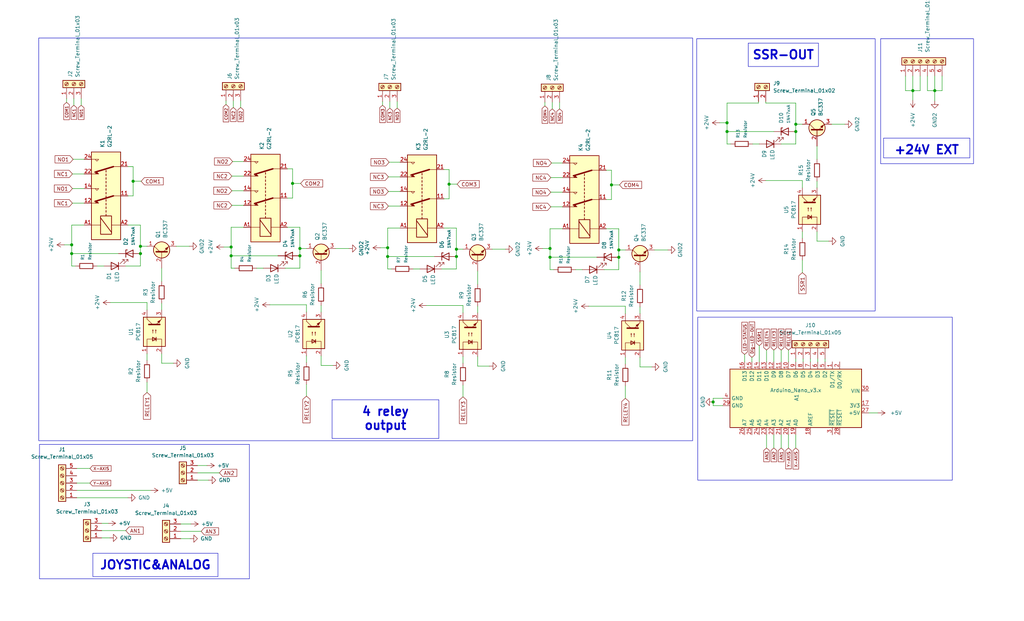
<source format=kicad_sch>
(kicad_sch (version 20230121) (generator eeschema)

  (uuid 118bcb13-b8bb-46e8-98ea-d7b64a0f2552)

  (paper "USLegal")

  (title_block
    (title "ARDUINO-NANO-CONNECTOR LINUXCNC")
    (date "2024-09-30")
    (rev "v1")
    (company "THEY-SAY-ZMAJ-TO-ME")
    (comment 1 "3x2 matrix")
    (comment 2 "1 joysitck")
    (comment 3 "4 digital out")
    (comment 4 "1 digital addressable RGB LED")
  )

  (lib_symbols
    (symbol "Connector:Screw_Terminal_01x02" (pin_names (offset 1.016) hide) (in_bom yes) (on_board yes)
      (property "Reference" "J" (at 0 2.54 0)
        (effects (font (size 1.27 1.27)))
      )
      (property "Value" "Screw_Terminal_01x02" (at 0 -5.08 0)
        (effects (font (size 1.27 1.27)))
      )
      (property "Footprint" "" (at 0 0 0)
        (effects (font (size 1.27 1.27)) hide)
      )
      (property "Datasheet" "~" (at 0 0 0)
        (effects (font (size 1.27 1.27)) hide)
      )
      (property "ki_keywords" "screw terminal" (at 0 0 0)
        (effects (font (size 1.27 1.27)) hide)
      )
      (property "ki_description" "Generic screw terminal, single row, 01x02, script generated (kicad-library-utils/schlib/autogen/connector/)" (at 0 0 0)
        (effects (font (size 1.27 1.27)) hide)
      )
      (property "ki_fp_filters" "TerminalBlock*:*" (at 0 0 0)
        (effects (font (size 1.27 1.27)) hide)
      )
      (symbol "Screw_Terminal_01x02_1_1"
        (rectangle (start -1.27 1.27) (end 1.27 -3.81)
          (stroke (width 0.254) (type default))
          (fill (type background))
        )
        (circle (center 0 -2.54) (radius 0.635)
          (stroke (width 0.1524) (type default))
          (fill (type none))
        )
        (polyline
          (pts
            (xy -0.5334 -2.2098)
            (xy 0.3302 -3.048)
          )
          (stroke (width 0.1524) (type default))
          (fill (type none))
        )
        (polyline
          (pts
            (xy -0.5334 0.3302)
            (xy 0.3302 -0.508)
          )
          (stroke (width 0.1524) (type default))
          (fill (type none))
        )
        (polyline
          (pts
            (xy -0.3556 -2.032)
            (xy 0.508 -2.8702)
          )
          (stroke (width 0.1524) (type default))
          (fill (type none))
        )
        (polyline
          (pts
            (xy -0.3556 0.508)
            (xy 0.508 -0.3302)
          )
          (stroke (width 0.1524) (type default))
          (fill (type none))
        )
        (circle (center 0 0) (radius 0.635)
          (stroke (width 0.1524) (type default))
          (fill (type none))
        )
        (pin passive line (at -5.08 0 0) (length 3.81)
          (name "Pin_1" (effects (font (size 1.27 1.27))))
          (number "1" (effects (font (size 1.27 1.27))))
        )
        (pin passive line (at -5.08 -2.54 0) (length 3.81)
          (name "Pin_2" (effects (font (size 1.27 1.27))))
          (number "2" (effects (font (size 1.27 1.27))))
        )
      )
    )
    (symbol "Connector:Screw_Terminal_01x03" (pin_names (offset 1.016) hide) (in_bom yes) (on_board yes)
      (property "Reference" "J" (at 0 5.08 0)
        (effects (font (size 1.27 1.27)))
      )
      (property "Value" "Screw_Terminal_01x03" (at 0 -5.08 0)
        (effects (font (size 1.27 1.27)))
      )
      (property "Footprint" "" (at 0 0 0)
        (effects (font (size 1.27 1.27)) hide)
      )
      (property "Datasheet" "~" (at 0 0 0)
        (effects (font (size 1.27 1.27)) hide)
      )
      (property "ki_keywords" "screw terminal" (at 0 0 0)
        (effects (font (size 1.27 1.27)) hide)
      )
      (property "ki_description" "Generic screw terminal, single row, 01x03, script generated (kicad-library-utils/schlib/autogen/connector/)" (at 0 0 0)
        (effects (font (size 1.27 1.27)) hide)
      )
      (property "ki_fp_filters" "TerminalBlock*:*" (at 0 0 0)
        (effects (font (size 1.27 1.27)) hide)
      )
      (symbol "Screw_Terminal_01x03_1_1"
        (rectangle (start -1.27 3.81) (end 1.27 -3.81)
          (stroke (width 0.254) (type default))
          (fill (type background))
        )
        (circle (center 0 -2.54) (radius 0.635)
          (stroke (width 0.1524) (type default))
          (fill (type none))
        )
        (polyline
          (pts
            (xy -0.5334 -2.2098)
            (xy 0.3302 -3.048)
          )
          (stroke (width 0.1524) (type default))
          (fill (type none))
        )
        (polyline
          (pts
            (xy -0.5334 0.3302)
            (xy 0.3302 -0.508)
          )
          (stroke (width 0.1524) (type default))
          (fill (type none))
        )
        (polyline
          (pts
            (xy -0.5334 2.8702)
            (xy 0.3302 2.032)
          )
          (stroke (width 0.1524) (type default))
          (fill (type none))
        )
        (polyline
          (pts
            (xy -0.3556 -2.032)
            (xy 0.508 -2.8702)
          )
          (stroke (width 0.1524) (type default))
          (fill (type none))
        )
        (polyline
          (pts
            (xy -0.3556 0.508)
            (xy 0.508 -0.3302)
          )
          (stroke (width 0.1524) (type default))
          (fill (type none))
        )
        (polyline
          (pts
            (xy -0.3556 3.048)
            (xy 0.508 2.2098)
          )
          (stroke (width 0.1524) (type default))
          (fill (type none))
        )
        (circle (center 0 0) (radius 0.635)
          (stroke (width 0.1524) (type default))
          (fill (type none))
        )
        (circle (center 0 2.54) (radius 0.635)
          (stroke (width 0.1524) (type default))
          (fill (type none))
        )
        (pin passive line (at -5.08 2.54 0) (length 3.81)
          (name "Pin_1" (effects (font (size 1.27 1.27))))
          (number "1" (effects (font (size 1.27 1.27))))
        )
        (pin passive line (at -5.08 0 0) (length 3.81)
          (name "Pin_2" (effects (font (size 1.27 1.27))))
          (number "2" (effects (font (size 1.27 1.27))))
        )
        (pin passive line (at -5.08 -2.54 0) (length 3.81)
          (name "Pin_3" (effects (font (size 1.27 1.27))))
          (number "3" (effects (font (size 1.27 1.27))))
        )
      )
    )
    (symbol "Connector:Screw_Terminal_01x05" (pin_names (offset 1.016) hide) (in_bom yes) (on_board yes)
      (property "Reference" "J" (at 0 7.62 0)
        (effects (font (size 1.27 1.27)))
      )
      (property "Value" "Screw_Terminal_01x05" (at 0 -7.62 0)
        (effects (font (size 1.27 1.27)))
      )
      (property "Footprint" "" (at 0 0 0)
        (effects (font (size 1.27 1.27)) hide)
      )
      (property "Datasheet" "~" (at 0 0 0)
        (effects (font (size 1.27 1.27)) hide)
      )
      (property "ki_keywords" "screw terminal" (at 0 0 0)
        (effects (font (size 1.27 1.27)) hide)
      )
      (property "ki_description" "Generic screw terminal, single row, 01x05, script generated (kicad-library-utils/schlib/autogen/connector/)" (at 0 0 0)
        (effects (font (size 1.27 1.27)) hide)
      )
      (property "ki_fp_filters" "TerminalBlock*:*" (at 0 0 0)
        (effects (font (size 1.27 1.27)) hide)
      )
      (symbol "Screw_Terminal_01x05_1_1"
        (rectangle (start -1.27 6.35) (end 1.27 -6.35)
          (stroke (width 0.254) (type default))
          (fill (type background))
        )
        (circle (center 0 -5.08) (radius 0.635)
          (stroke (width 0.1524) (type default))
          (fill (type none))
        )
        (circle (center 0 -2.54) (radius 0.635)
          (stroke (width 0.1524) (type default))
          (fill (type none))
        )
        (polyline
          (pts
            (xy -0.5334 -4.7498)
            (xy 0.3302 -5.588)
          )
          (stroke (width 0.1524) (type default))
          (fill (type none))
        )
        (polyline
          (pts
            (xy -0.5334 -2.2098)
            (xy 0.3302 -3.048)
          )
          (stroke (width 0.1524) (type default))
          (fill (type none))
        )
        (polyline
          (pts
            (xy -0.5334 0.3302)
            (xy 0.3302 -0.508)
          )
          (stroke (width 0.1524) (type default))
          (fill (type none))
        )
        (polyline
          (pts
            (xy -0.5334 2.8702)
            (xy 0.3302 2.032)
          )
          (stroke (width 0.1524) (type default))
          (fill (type none))
        )
        (polyline
          (pts
            (xy -0.5334 5.4102)
            (xy 0.3302 4.572)
          )
          (stroke (width 0.1524) (type default))
          (fill (type none))
        )
        (polyline
          (pts
            (xy -0.3556 -4.572)
            (xy 0.508 -5.4102)
          )
          (stroke (width 0.1524) (type default))
          (fill (type none))
        )
        (polyline
          (pts
            (xy -0.3556 -2.032)
            (xy 0.508 -2.8702)
          )
          (stroke (width 0.1524) (type default))
          (fill (type none))
        )
        (polyline
          (pts
            (xy -0.3556 0.508)
            (xy 0.508 -0.3302)
          )
          (stroke (width 0.1524) (type default))
          (fill (type none))
        )
        (polyline
          (pts
            (xy -0.3556 3.048)
            (xy 0.508 2.2098)
          )
          (stroke (width 0.1524) (type default))
          (fill (type none))
        )
        (polyline
          (pts
            (xy -0.3556 5.588)
            (xy 0.508 4.7498)
          )
          (stroke (width 0.1524) (type default))
          (fill (type none))
        )
        (circle (center 0 0) (radius 0.635)
          (stroke (width 0.1524) (type default))
          (fill (type none))
        )
        (circle (center 0 2.54) (radius 0.635)
          (stroke (width 0.1524) (type default))
          (fill (type none))
        )
        (circle (center 0 5.08) (radius 0.635)
          (stroke (width 0.1524) (type default))
          (fill (type none))
        )
        (pin passive line (at -5.08 5.08 0) (length 3.81)
          (name "Pin_1" (effects (font (size 1.27 1.27))))
          (number "1" (effects (font (size 1.27 1.27))))
        )
        (pin passive line (at -5.08 2.54 0) (length 3.81)
          (name "Pin_2" (effects (font (size 1.27 1.27))))
          (number "2" (effects (font (size 1.27 1.27))))
        )
        (pin passive line (at -5.08 0 0) (length 3.81)
          (name "Pin_3" (effects (font (size 1.27 1.27))))
          (number "3" (effects (font (size 1.27 1.27))))
        )
        (pin passive line (at -5.08 -2.54 0) (length 3.81)
          (name "Pin_4" (effects (font (size 1.27 1.27))))
          (number "4" (effects (font (size 1.27 1.27))))
        )
        (pin passive line (at -5.08 -5.08 0) (length 3.81)
          (name "Pin_5" (effects (font (size 1.27 1.27))))
          (number "5" (effects (font (size 1.27 1.27))))
        )
      )
    )
    (symbol "Connector:Screw_Terminal_01x06" (pin_names (offset 1.016) hide) (in_bom yes) (on_board yes)
      (property "Reference" "J" (at 0 7.62 0)
        (effects (font (size 1.27 1.27)))
      )
      (property "Value" "Screw_Terminal_01x06" (at 0 -10.16 0)
        (effects (font (size 1.27 1.27)))
      )
      (property "Footprint" "" (at 0 0 0)
        (effects (font (size 1.27 1.27)) hide)
      )
      (property "Datasheet" "~" (at 0 0 0)
        (effects (font (size 1.27 1.27)) hide)
      )
      (property "ki_keywords" "screw terminal" (at 0 0 0)
        (effects (font (size 1.27 1.27)) hide)
      )
      (property "ki_description" "Generic screw terminal, single row, 01x06, script generated (kicad-library-utils/schlib/autogen/connector/)" (at 0 0 0)
        (effects (font (size 1.27 1.27)) hide)
      )
      (property "ki_fp_filters" "TerminalBlock*:*" (at 0 0 0)
        (effects (font (size 1.27 1.27)) hide)
      )
      (symbol "Screw_Terminal_01x06_1_1"
        (rectangle (start -1.27 6.35) (end 1.27 -8.89)
          (stroke (width 0.254) (type default))
          (fill (type background))
        )
        (circle (center 0 -7.62) (radius 0.635)
          (stroke (width 0.1524) (type default))
          (fill (type none))
        )
        (circle (center 0 -5.08) (radius 0.635)
          (stroke (width 0.1524) (type default))
          (fill (type none))
        )
        (circle (center 0 -2.54) (radius 0.635)
          (stroke (width 0.1524) (type default))
          (fill (type none))
        )
        (polyline
          (pts
            (xy -0.5334 -7.2898)
            (xy 0.3302 -8.128)
          )
          (stroke (width 0.1524) (type default))
          (fill (type none))
        )
        (polyline
          (pts
            (xy -0.5334 -4.7498)
            (xy 0.3302 -5.588)
          )
          (stroke (width 0.1524) (type default))
          (fill (type none))
        )
        (polyline
          (pts
            (xy -0.5334 -2.2098)
            (xy 0.3302 -3.048)
          )
          (stroke (width 0.1524) (type default))
          (fill (type none))
        )
        (polyline
          (pts
            (xy -0.5334 0.3302)
            (xy 0.3302 -0.508)
          )
          (stroke (width 0.1524) (type default))
          (fill (type none))
        )
        (polyline
          (pts
            (xy -0.5334 2.8702)
            (xy 0.3302 2.032)
          )
          (stroke (width 0.1524) (type default))
          (fill (type none))
        )
        (polyline
          (pts
            (xy -0.5334 5.4102)
            (xy 0.3302 4.572)
          )
          (stroke (width 0.1524) (type default))
          (fill (type none))
        )
        (polyline
          (pts
            (xy -0.3556 -7.112)
            (xy 0.508 -7.9502)
          )
          (stroke (width 0.1524) (type default))
          (fill (type none))
        )
        (polyline
          (pts
            (xy -0.3556 -4.572)
            (xy 0.508 -5.4102)
          )
          (stroke (width 0.1524) (type default))
          (fill (type none))
        )
        (polyline
          (pts
            (xy -0.3556 -2.032)
            (xy 0.508 -2.8702)
          )
          (stroke (width 0.1524) (type default))
          (fill (type none))
        )
        (polyline
          (pts
            (xy -0.3556 0.508)
            (xy 0.508 -0.3302)
          )
          (stroke (width 0.1524) (type default))
          (fill (type none))
        )
        (polyline
          (pts
            (xy -0.3556 3.048)
            (xy 0.508 2.2098)
          )
          (stroke (width 0.1524) (type default))
          (fill (type none))
        )
        (polyline
          (pts
            (xy -0.3556 5.588)
            (xy 0.508 4.7498)
          )
          (stroke (width 0.1524) (type default))
          (fill (type none))
        )
        (circle (center 0 0) (radius 0.635)
          (stroke (width 0.1524) (type default))
          (fill (type none))
        )
        (circle (center 0 2.54) (radius 0.635)
          (stroke (width 0.1524) (type default))
          (fill (type none))
        )
        (circle (center 0 5.08) (radius 0.635)
          (stroke (width 0.1524) (type default))
          (fill (type none))
        )
        (pin passive line (at -5.08 5.08 0) (length 3.81)
          (name "Pin_1" (effects (font (size 1.27 1.27))))
          (number "1" (effects (font (size 1.27 1.27))))
        )
        (pin passive line (at -5.08 2.54 0) (length 3.81)
          (name "Pin_2" (effects (font (size 1.27 1.27))))
          (number "2" (effects (font (size 1.27 1.27))))
        )
        (pin passive line (at -5.08 0 0) (length 3.81)
          (name "Pin_3" (effects (font (size 1.27 1.27))))
          (number "3" (effects (font (size 1.27 1.27))))
        )
        (pin passive line (at -5.08 -2.54 0) (length 3.81)
          (name "Pin_4" (effects (font (size 1.27 1.27))))
          (number "4" (effects (font (size 1.27 1.27))))
        )
        (pin passive line (at -5.08 -5.08 0) (length 3.81)
          (name "Pin_5" (effects (font (size 1.27 1.27))))
          (number "5" (effects (font (size 1.27 1.27))))
        )
        (pin passive line (at -5.08 -7.62 0) (length 3.81)
          (name "Pin_6" (effects (font (size 1.27 1.27))))
          (number "6" (effects (font (size 1.27 1.27))))
        )
      )
    )
    (symbol "Device:LED" (pin_numbers hide) (pin_names (offset 1.016) hide) (in_bom yes) (on_board yes)
      (property "Reference" "D" (at 0 2.54 0)
        (effects (font (size 1.27 1.27)))
      )
      (property "Value" "LED" (at 0 -2.54 0)
        (effects (font (size 1.27 1.27)))
      )
      (property "Footprint" "" (at 0 0 0)
        (effects (font (size 1.27 1.27)) hide)
      )
      (property "Datasheet" "~" (at 0 0 0)
        (effects (font (size 1.27 1.27)) hide)
      )
      (property "ki_keywords" "LED diode" (at 0 0 0)
        (effects (font (size 1.27 1.27)) hide)
      )
      (property "ki_description" "Light emitting diode" (at 0 0 0)
        (effects (font (size 1.27 1.27)) hide)
      )
      (property "ki_fp_filters" "LED* LED_SMD:* LED_THT:*" (at 0 0 0)
        (effects (font (size 1.27 1.27)) hide)
      )
      (symbol "LED_0_1"
        (polyline
          (pts
            (xy -1.27 -1.27)
            (xy -1.27 1.27)
          )
          (stroke (width 0.254) (type default))
          (fill (type none))
        )
        (polyline
          (pts
            (xy -1.27 0)
            (xy 1.27 0)
          )
          (stroke (width 0) (type default))
          (fill (type none))
        )
        (polyline
          (pts
            (xy 1.27 -1.27)
            (xy 1.27 1.27)
            (xy -1.27 0)
            (xy 1.27 -1.27)
          )
          (stroke (width 0.254) (type default))
          (fill (type none))
        )
        (polyline
          (pts
            (xy -3.048 -0.762)
            (xy -4.572 -2.286)
            (xy -3.81 -2.286)
            (xy -4.572 -2.286)
            (xy -4.572 -1.524)
          )
          (stroke (width 0) (type default))
          (fill (type none))
        )
        (polyline
          (pts
            (xy -1.778 -0.762)
            (xy -3.302 -2.286)
            (xy -2.54 -2.286)
            (xy -3.302 -2.286)
            (xy -3.302 -1.524)
          )
          (stroke (width 0) (type default))
          (fill (type none))
        )
      )
      (symbol "LED_1_1"
        (pin passive line (at -3.81 0 0) (length 2.54)
          (name "K" (effects (font (size 1.27 1.27))))
          (number "1" (effects (font (size 1.27 1.27))))
        )
        (pin passive line (at 3.81 0 180) (length 2.54)
          (name "A" (effects (font (size 1.27 1.27))))
          (number "2" (effects (font (size 1.27 1.27))))
        )
      )
    )
    (symbol "Diode:1N47xxA" (pin_numbers hide) (pin_names hide) (in_bom yes) (on_board yes)
      (property "Reference" "D" (at 0 2.54 0)
        (effects (font (size 1.27 1.27)))
      )
      (property "Value" "1N47xxA" (at 0 -2.54 0)
        (effects (font (size 1.27 1.27)))
      )
      (property "Footprint" "Diode_THT:D_DO-41_SOD81_P10.16mm_Horizontal" (at 0 -4.445 0)
        (effects (font (size 1.27 1.27)) hide)
      )
      (property "Datasheet" "https://www.vishay.com/docs/85816/1n4728a.pdf" (at 0 0 0)
        (effects (font (size 1.27 1.27)) hide)
      )
      (property "ki_keywords" "zener diode" (at 0 0 0)
        (effects (font (size 1.27 1.27)) hide)
      )
      (property "ki_description" "1300mW Silicon planar power Zener diodes, DO-41" (at 0 0 0)
        (effects (font (size 1.27 1.27)) hide)
      )
      (property "ki_fp_filters" "D*DO?41*" (at 0 0 0)
        (effects (font (size 1.27 1.27)) hide)
      )
      (symbol "1N47xxA_0_1"
        (polyline
          (pts
            (xy 1.27 0)
            (xy -1.27 0)
          )
          (stroke (width 0) (type default))
          (fill (type none))
        )
        (polyline
          (pts
            (xy -1.27 -1.27)
            (xy -1.27 1.27)
            (xy -0.762 1.27)
          )
          (stroke (width 0.254) (type default))
          (fill (type none))
        )
        (polyline
          (pts
            (xy 1.27 -1.27)
            (xy 1.27 1.27)
            (xy -1.27 0)
            (xy 1.27 -1.27)
          )
          (stroke (width 0.254) (type default))
          (fill (type none))
        )
      )
      (symbol "1N47xxA_1_1"
        (pin passive line (at -3.81 0 0) (length 2.54)
          (name "K" (effects (font (size 1.27 1.27))))
          (number "1" (effects (font (size 1.27 1.27))))
        )
        (pin passive line (at 3.81 0 180) (length 2.54)
          (name "A" (effects (font (size 1.27 1.27))))
          (number "2" (effects (font (size 1.27 1.27))))
        )
      )
    )
    (symbol "Isolator:PC817" (pin_names (offset 1.016)) (in_bom yes) (on_board yes)
      (property "Reference" "U" (at -5.08 5.08 0)
        (effects (font (size 1.27 1.27)) (justify left))
      )
      (property "Value" "PC817" (at 0 5.08 0)
        (effects (font (size 1.27 1.27)) (justify left))
      )
      (property "Footprint" "Package_DIP:DIP-4_W7.62mm" (at -5.08 -5.08 0)
        (effects (font (size 1.27 1.27) italic) (justify left) hide)
      )
      (property "Datasheet" "http://www.soselectronic.cz/a_info/resource/d/pc817.pdf" (at 0 0 0)
        (effects (font (size 1.27 1.27)) (justify left) hide)
      )
      (property "ki_keywords" "NPN DC Optocoupler" (at 0 0 0)
        (effects (font (size 1.27 1.27)) hide)
      )
      (property "ki_description" "DC Optocoupler, Vce 35V, CTR 50-300%, DIP-4" (at 0 0 0)
        (effects (font (size 1.27 1.27)) hide)
      )
      (property "ki_fp_filters" "DIP*W7.62mm*" (at 0 0 0)
        (effects (font (size 1.27 1.27)) hide)
      )
      (symbol "PC817_0_1"
        (rectangle (start -5.08 3.81) (end 5.08 -3.81)
          (stroke (width 0.254) (type default))
          (fill (type background))
        )
        (polyline
          (pts
            (xy -3.175 -0.635)
            (xy -1.905 -0.635)
          )
          (stroke (width 0.254) (type default))
          (fill (type none))
        )
        (polyline
          (pts
            (xy 2.54 0.635)
            (xy 4.445 2.54)
          )
          (stroke (width 0) (type default))
          (fill (type none))
        )
        (polyline
          (pts
            (xy 4.445 -2.54)
            (xy 2.54 -0.635)
          )
          (stroke (width 0) (type default))
          (fill (type outline))
        )
        (polyline
          (pts
            (xy 4.445 -2.54)
            (xy 5.08 -2.54)
          )
          (stroke (width 0) (type default))
          (fill (type none))
        )
        (polyline
          (pts
            (xy 4.445 2.54)
            (xy 5.08 2.54)
          )
          (stroke (width 0) (type default))
          (fill (type none))
        )
        (polyline
          (pts
            (xy -5.08 2.54)
            (xy -2.54 2.54)
            (xy -2.54 -0.635)
          )
          (stroke (width 0) (type default))
          (fill (type none))
        )
        (polyline
          (pts
            (xy -2.54 -0.635)
            (xy -2.54 -2.54)
            (xy -5.08 -2.54)
          )
          (stroke (width 0) (type default))
          (fill (type none))
        )
        (polyline
          (pts
            (xy 2.54 1.905)
            (xy 2.54 -1.905)
            (xy 2.54 -1.905)
          )
          (stroke (width 0.508) (type default))
          (fill (type none))
        )
        (polyline
          (pts
            (xy -2.54 -0.635)
            (xy -3.175 0.635)
            (xy -1.905 0.635)
            (xy -2.54 -0.635)
          )
          (stroke (width 0.254) (type default))
          (fill (type none))
        )
        (polyline
          (pts
            (xy -0.508 -0.508)
            (xy 0.762 -0.508)
            (xy 0.381 -0.635)
            (xy 0.381 -0.381)
            (xy 0.762 -0.508)
          )
          (stroke (width 0) (type default))
          (fill (type none))
        )
        (polyline
          (pts
            (xy -0.508 0.508)
            (xy 0.762 0.508)
            (xy 0.381 0.381)
            (xy 0.381 0.635)
            (xy 0.762 0.508)
          )
          (stroke (width 0) (type default))
          (fill (type none))
        )
        (polyline
          (pts
            (xy 3.048 -1.651)
            (xy 3.556 -1.143)
            (xy 4.064 -2.159)
            (xy 3.048 -1.651)
            (xy 3.048 -1.651)
          )
          (stroke (width 0) (type default))
          (fill (type outline))
        )
      )
      (symbol "PC817_1_1"
        (pin passive line (at -7.62 2.54 0) (length 2.54)
          (name "~" (effects (font (size 1.27 1.27))))
          (number "1" (effects (font (size 1.27 1.27))))
        )
        (pin passive line (at -7.62 -2.54 0) (length 2.54)
          (name "~" (effects (font (size 1.27 1.27))))
          (number "2" (effects (font (size 1.27 1.27))))
        )
        (pin passive line (at 7.62 -2.54 180) (length 2.54)
          (name "~" (effects (font (size 1.27 1.27))))
          (number "3" (effects (font (size 1.27 1.27))))
        )
        (pin passive line (at 7.62 2.54 180) (length 2.54)
          (name "~" (effects (font (size 1.27 1.27))))
          (number "4" (effects (font (size 1.27 1.27))))
        )
      )
    )
    (symbol "MCU_Module:Arduino_Nano_v3.x" (in_bom yes) (on_board yes)
      (property "Reference" "A" (at -10.16 23.495 0)
        (effects (font (size 1.27 1.27)) (justify left bottom))
      )
      (property "Value" "Arduino_Nano_v3.x" (at 5.08 -24.13 0)
        (effects (font (size 1.27 1.27)) (justify left top))
      )
      (property "Footprint" "Module:Arduino_Nano" (at 0 0 0)
        (effects (font (size 1.27 1.27) italic) hide)
      )
      (property "Datasheet" "http://www.mouser.com/pdfdocs/Gravitech_Arduino_Nano3_0.pdf" (at 0 0 0)
        (effects (font (size 1.27 1.27)) hide)
      )
      (property "ki_keywords" "Arduino nano microcontroller module USB" (at 0 0 0)
        (effects (font (size 1.27 1.27)) hide)
      )
      (property "ki_description" "Arduino Nano v3.x" (at 0 0 0)
        (effects (font (size 1.27 1.27)) hide)
      )
      (property "ki_fp_filters" "Arduino*Nano*" (at 0 0 0)
        (effects (font (size 1.27 1.27)) hide)
      )
      (symbol "Arduino_Nano_v3.x_0_1"
        (rectangle (start -10.16 22.86) (end 10.16 -22.86)
          (stroke (width 0.254) (type default))
          (fill (type background))
        )
      )
      (symbol "Arduino_Nano_v3.x_1_1"
        (pin bidirectional line (at -12.7 12.7 0) (length 2.54)
          (name "D1/TX" (effects (font (size 1.27 1.27))))
          (number "1" (effects (font (size 1.27 1.27))))
        )
        (pin bidirectional line (at -12.7 -2.54 0) (length 2.54)
          (name "D7" (effects (font (size 1.27 1.27))))
          (number "10" (effects (font (size 1.27 1.27))))
        )
        (pin bidirectional line (at -12.7 -5.08 0) (length 2.54)
          (name "D8" (effects (font (size 1.27 1.27))))
          (number "11" (effects (font (size 1.27 1.27))))
        )
        (pin bidirectional line (at -12.7 -7.62 0) (length 2.54)
          (name "D9" (effects (font (size 1.27 1.27))))
          (number "12" (effects (font (size 1.27 1.27))))
        )
        (pin bidirectional line (at -12.7 -10.16 0) (length 2.54)
          (name "D10" (effects (font (size 1.27 1.27))))
          (number "13" (effects (font (size 1.27 1.27))))
        )
        (pin bidirectional line (at -12.7 -12.7 0) (length 2.54)
          (name "D11" (effects (font (size 1.27 1.27))))
          (number "14" (effects (font (size 1.27 1.27))))
        )
        (pin bidirectional line (at -12.7 -15.24 0) (length 2.54)
          (name "D12" (effects (font (size 1.27 1.27))))
          (number "15" (effects (font (size 1.27 1.27))))
        )
        (pin bidirectional line (at -12.7 -17.78 0) (length 2.54)
          (name "D13" (effects (font (size 1.27 1.27))))
          (number "16" (effects (font (size 1.27 1.27))))
        )
        (pin power_out line (at 2.54 25.4 270) (length 2.54)
          (name "3V3" (effects (font (size 1.27 1.27))))
          (number "17" (effects (font (size 1.27 1.27))))
        )
        (pin input line (at 12.7 5.08 180) (length 2.54)
          (name "AREF" (effects (font (size 1.27 1.27))))
          (number "18" (effects (font (size 1.27 1.27))))
        )
        (pin bidirectional line (at 12.7 0 180) (length 2.54)
          (name "A0" (effects (font (size 1.27 1.27))))
          (number "19" (effects (font (size 1.27 1.27))))
        )
        (pin bidirectional line (at -12.7 15.24 0) (length 2.54)
          (name "D0/RX" (effects (font (size 1.27 1.27))))
          (number "2" (effects (font (size 1.27 1.27))))
        )
        (pin bidirectional line (at 12.7 -2.54 180) (length 2.54)
          (name "A1" (effects (font (size 1.27 1.27))))
          (number "20" (effects (font (size 1.27 1.27))))
        )
        (pin bidirectional line (at 12.7 -5.08 180) (length 2.54)
          (name "A2" (effects (font (size 1.27 1.27))))
          (number "21" (effects (font (size 1.27 1.27))))
        )
        (pin bidirectional line (at 12.7 -7.62 180) (length 2.54)
          (name "A3" (effects (font (size 1.27 1.27))))
          (number "22" (effects (font (size 1.27 1.27))))
        )
        (pin bidirectional line (at 12.7 -10.16 180) (length 2.54)
          (name "A4" (effects (font (size 1.27 1.27))))
          (number "23" (effects (font (size 1.27 1.27))))
        )
        (pin bidirectional line (at 12.7 -12.7 180) (length 2.54)
          (name "A5" (effects (font (size 1.27 1.27))))
          (number "24" (effects (font (size 1.27 1.27))))
        )
        (pin bidirectional line (at 12.7 -15.24 180) (length 2.54)
          (name "A6" (effects (font (size 1.27 1.27))))
          (number "25" (effects (font (size 1.27 1.27))))
        )
        (pin bidirectional line (at 12.7 -17.78 180) (length 2.54)
          (name "A7" (effects (font (size 1.27 1.27))))
          (number "26" (effects (font (size 1.27 1.27))))
        )
        (pin power_out line (at 5.08 25.4 270) (length 2.54)
          (name "+5V" (effects (font (size 1.27 1.27))))
          (number "27" (effects (font (size 1.27 1.27))))
        )
        (pin input line (at 12.7 15.24 180) (length 2.54)
          (name "~{RESET}" (effects (font (size 1.27 1.27))))
          (number "28" (effects (font (size 1.27 1.27))))
        )
        (pin power_in line (at 2.54 -25.4 90) (length 2.54)
          (name "GND" (effects (font (size 1.27 1.27))))
          (number "29" (effects (font (size 1.27 1.27))))
        )
        (pin input line (at 12.7 12.7 180) (length 2.54)
          (name "~{RESET}" (effects (font (size 1.27 1.27))))
          (number "3" (effects (font (size 1.27 1.27))))
        )
        (pin power_in line (at -2.54 25.4 270) (length 2.54)
          (name "VIN" (effects (font (size 1.27 1.27))))
          (number "30" (effects (font (size 1.27 1.27))))
        )
        (pin power_in line (at 0 -25.4 90) (length 2.54)
          (name "GND" (effects (font (size 1.27 1.27))))
          (number "4" (effects (font (size 1.27 1.27))))
        )
        (pin bidirectional line (at -12.7 10.16 0) (length 2.54)
          (name "D2" (effects (font (size 1.27 1.27))))
          (number "5" (effects (font (size 1.27 1.27))))
        )
        (pin bidirectional line (at -12.7 7.62 0) (length 2.54)
          (name "D3" (effects (font (size 1.27 1.27))))
          (number "6" (effects (font (size 1.27 1.27))))
        )
        (pin bidirectional line (at -12.7 5.08 0) (length 2.54)
          (name "D4" (effects (font (size 1.27 1.27))))
          (number "7" (effects (font (size 1.27 1.27))))
        )
        (pin bidirectional line (at -12.7 2.54 0) (length 2.54)
          (name "D5" (effects (font (size 1.27 1.27))))
          (number "8" (effects (font (size 1.27 1.27))))
        )
        (pin bidirectional line (at -12.7 0 0) (length 2.54)
          (name "D6" (effects (font (size 1.27 1.27))))
          (number "9" (effects (font (size 1.27 1.27))))
        )
      )
    )
    (symbol "PCM_4ms_Power-symbol:+5V" (power) (pin_names (offset 0)) (in_bom yes) (on_board yes)
      (property "Reference" "#PWR" (at 0 -3.81 0)
        (effects (font (size 1.27 1.27)) hide)
      )
      (property "Value" "+5V" (at 0 3.556 0)
        (effects (font (size 1.27 1.27)))
      )
      (property "Footprint" "" (at 0 0 0)
        (effects (font (size 1.27 1.27)) hide)
      )
      (property "Datasheet" "" (at 0 0 0)
        (effects (font (size 1.27 1.27)) hide)
      )
      (symbol "+5V_0_1"
        (polyline
          (pts
            (xy -0.762 1.27)
            (xy 0 2.54)
          )
          (stroke (width 0) (type default))
          (fill (type none))
        )
        (polyline
          (pts
            (xy 0 0)
            (xy 0 2.54)
          )
          (stroke (width 0) (type default))
          (fill (type none))
        )
        (polyline
          (pts
            (xy 0 2.54)
            (xy 0.762 1.27)
          )
          (stroke (width 0) (type default))
          (fill (type none))
        )
      )
      (symbol "+5V_1_1"
        (pin power_in line (at 0 0 90) (length 0) hide
          (name "+5V" (effects (font (size 1.27 1.27))))
          (number "1" (effects (font (size 1.27 1.27))))
        )
      )
    )
    (symbol "PCM_4ms_Power-symbol:GND" (power) (pin_names (offset 0)) (in_bom yes) (on_board yes)
      (property "Reference" "#PWR" (at 0 -6.35 0)
        (effects (font (size 1.27 1.27)) hide)
      )
      (property "Value" "GND" (at 0 -3.81 0)
        (effects (font (size 1.27 1.27)))
      )
      (property "Footprint" "" (at 0 0 0)
        (effects (font (size 1.27 1.27)) hide)
      )
      (property "Datasheet" "" (at 0 0 0)
        (effects (font (size 1.27 1.27)) hide)
      )
      (symbol "GND_0_1"
        (polyline
          (pts
            (xy 0 0)
            (xy 0 -1.27)
            (xy 1.27 -1.27)
            (xy 0 -2.54)
            (xy -1.27 -1.27)
            (xy 0 -1.27)
          )
          (stroke (width 0) (type default))
          (fill (type none))
        )
      )
      (symbol "GND_1_1"
        (pin power_in line (at 0 0 270) (length 0) hide
          (name "GND" (effects (font (size 1.27 1.27))))
          (number "1" (effects (font (size 1.27 1.27))))
        )
      )
    )
    (symbol "PCM_4ms_Power-symbol:GND2" (power) (pin_names (offset 0)) (in_bom yes) (on_board yes)
      (property "Reference" "#PWR" (at 0 -6.35 0)
        (effects (font (size 1.27 1.27)) hide)
      )
      (property "Value" "GND2" (at 0 -3.81 0)
        (effects (font (size 1.27 1.27)))
      )
      (property "Footprint" "" (at 0 0 0)
        (effects (font (size 1.27 1.27)) hide)
      )
      (property "Datasheet" "" (at 0 0 0)
        (effects (font (size 1.27 1.27)) hide)
      )
      (symbol "GND2_0_1"
        (polyline
          (pts
            (xy 0 0)
            (xy 0 -1.27)
            (xy 1.27 -1.27)
            (xy 0 -2.54)
            (xy -1.27 -1.27)
            (xy 0 -1.27)
          )
          (stroke (width 0) (type default))
          (fill (type none))
        )
      )
      (symbol "GND2_1_1"
        (pin power_in line (at 0 0 270) (length 0) hide
          (name "GND2" (effects (font (size 1.27 1.27))))
          (number "1" (effects (font (size 1.27 1.27))))
        )
      )
    )
    (symbol "PCM_SL_Devices:Resistor" (in_bom yes) (on_board yes)
      (property "Reference" "R" (at 0 5.08 0)
        (effects (font (size 1.27 1.27)))
      )
      (property "Value" "Resistor" (at 0 2.54 0)
        (effects (font (size 1.27 1.27)))
      )
      (property "Footprint" "Resistor_THT:R_Axial_DIN0207_L6.3mm_D2.5mm_P10.16mm_Horizontal" (at 0.889 -4.318 0)
        (effects (font (size 1.27 1.27)) hide)
      )
      (property "Datasheet" "" (at 0.508 0 0)
        (effects (font (size 1.27 1.27)) hide)
      )
      (property "ki_keywords" "Resistor 0.25W" (at 0 0 0)
        (effects (font (size 1.27 1.27)) hide)
      )
      (property "ki_description" "0.25W Resistor" (at 0 0 0)
        (effects (font (size 1.27 1.27)) hide)
      )
      (property "ki_fp_filters" "Resistor_THT:R_Axial_DIN0207_L6.3mm_D2.5mm*" (at 0 0 0)
        (effects (font (size 1.27 1.27)) hide)
      )
      (symbol "Resistor_0_1"
        (rectangle (start -2.286 0.889) (end 2.286 -0.889)
          (stroke (width 0.24) (type default))
          (fill (type none))
        )
      )
      (symbol "Resistor_1_1"
        (pin passive line (at -3.81 0 0) (length 1.5)
          (name "" (effects (font (size 1.27 1.27))))
          (number "1" (effects (font (size 0 0))))
        )
        (pin passive line (at 3.81 0 180) (length 1.5)
          (name "~" (effects (font (size 1.27 1.27))))
          (number "2" (effects (font (size 0 0))))
        )
      )
    )
    (symbol "PCM_Transistor_BJT_AKL:BC337" (pin_names hide) (in_bom yes) (on_board yes)
      (property "Reference" "Q" (at 5.08 1.27 0)
        (effects (font (size 1.27 1.27)) (justify left))
      )
      (property "Value" "BC337" (at 5.08 -1.27 0)
        (effects (font (size 1.27 1.27)) (justify left))
      )
      (property "Footprint" "Package_TO_SOT_THT_AKL:TO-92_Inline_Wide_CBE" (at 5.08 2.54 0)
        (effects (font (size 1.27 1.27)) hide)
      )
      (property "Datasheet" "https://www.tme.eu/Document/11d7e3f5dc635c549df9f13ed376a852/BC337.pdf" (at 0 0 0)
        (effects (font (size 1.27 1.27)) hide)
      )
      (property "ki_keywords" "transistor NPN BC337" (at 0 0 0)
        (effects (font (size 1.27 1.27)) hide)
      )
      (property "ki_description" "NPN TO-92 transistor, 45V, 800mA, 625mW, Complementary to BC327, Alternate KiCAD Library" (at 0 0 0)
        (effects (font (size 1.27 1.27)) hide)
      )
      (symbol "BC337_0_1"
        (polyline
          (pts
            (xy 0.635 0.635)
            (xy 2.54 2.54)
          )
          (stroke (width 0) (type default))
          (fill (type none))
        )
        (polyline
          (pts
            (xy 0.635 -0.635)
            (xy 2.54 -2.54)
            (xy 2.54 -2.54)
          )
          (stroke (width 0) (type default))
          (fill (type none))
        )
        (polyline
          (pts
            (xy 0.635 1.905)
            (xy 0.635 -1.905)
            (xy 0.635 -1.905)
          )
          (stroke (width 0.508) (type default))
          (fill (type none))
        )
        (polyline
          (pts
            (xy 1.27 -1.778)
            (xy 1.778 -1.27)
            (xy 2.286 -2.286)
            (xy 1.27 -1.778)
            (xy 1.27 -1.778)
          )
          (stroke (width 0) (type default))
          (fill (type outline))
        )
        (circle (center 1.27 0) (radius 2.8194)
          (stroke (width 0.254) (type default))
          (fill (type background))
        )
      )
      (symbol "BC337_1_1"
        (pin passive line (at 2.54 5.08 270) (length 2.54)
          (name "C" (effects (font (size 1.27 1.27))))
          (number "1" (effects (font (size 1.27 1.27))))
        )
        (pin input line (at -5.08 0 0) (length 5.715)
          (name "B" (effects (font (size 1.27 1.27))))
          (number "2" (effects (font (size 1.27 1.27))))
        )
        (pin passive line (at 2.54 -5.08 90) (length 2.54)
          (name "E" (effects (font (size 1.27 1.27))))
          (number "3" (effects (font (size 1.27 1.27))))
        )
      )
    )
    (symbol "Relay:G2RL-2" (in_bom yes) (on_board yes)
      (property "Reference" "K" (at 16.51 3.81 0)
        (effects (font (size 1.27 1.27)) (justify left))
      )
      (property "Value" "G2RL-2" (at 16.51 1.27 0)
        (effects (font (size 1.27 1.27)) (justify left))
      )
      (property "Footprint" "Relay_THT:Relay_DPDT_Omron_G2RL-2" (at 16.51 -1.27 0)
        (effects (font (size 1.27 1.27)) (justify left) hide)
      )
      (property "Datasheet" "https://omronfs.omron.com/en_US/ecb/products/pdf/en-g2rl.pdf" (at 0 0 0)
        (effects (font (size 1.27 1.27)) hide)
      )
      (property "ki_keywords" "Dual Pole Relay Omron DPDT" (at 0 0 0)
        (effects (font (size 1.27 1.27)) hide)
      )
      (property "ki_description" "General Purpose Low Profile Relay DPDT Through Hole, Omron G2RL series, 8A 250VAC" (at 0 0 0)
        (effects (font (size 1.27 1.27)) hide)
      )
      (property "ki_fp_filters" "Relay?DPDT?Omron?G2RL*" (at 0 0 0)
        (effects (font (size 1.27 1.27)) hide)
      )
      (symbol "G2RL-2_0_1"
        (rectangle (start -15.24 5.08) (end 15.24 -5.08)
          (stroke (width 0.254) (type default))
          (fill (type background))
        )
        (rectangle (start -13.335 1.905) (end -6.985 -1.905)
          (stroke (width 0.254) (type default))
          (fill (type none))
        )
        (polyline
          (pts
            (xy -12.7 -1.905)
            (xy -7.62 1.905)
          )
          (stroke (width 0.254) (type default))
          (fill (type none))
        )
        (polyline
          (pts
            (xy -10.16 -5.08)
            (xy -10.16 -1.905)
          )
          (stroke (width 0) (type default))
          (fill (type none))
        )
        (polyline
          (pts
            (xy -10.16 5.08)
            (xy -10.16 1.905)
          )
          (stroke (width 0) (type default))
          (fill (type none))
        )
        (polyline
          (pts
            (xy -6.985 0)
            (xy -6.35 0)
          )
          (stroke (width 0.254) (type default))
          (fill (type none))
        )
        (polyline
          (pts
            (xy -5.715 0)
            (xy -5.08 0)
          )
          (stroke (width 0.254) (type default))
          (fill (type none))
        )
        (polyline
          (pts
            (xy -4.445 0)
            (xy -3.81 0)
          )
          (stroke (width 0.254) (type default))
          (fill (type none))
        )
        (polyline
          (pts
            (xy -3.175 0)
            (xy -2.54 0)
          )
          (stroke (width 0.254) (type default))
          (fill (type none))
        )
        (polyline
          (pts
            (xy -1.905 0)
            (xy -1.27 0)
          )
          (stroke (width 0.254) (type default))
          (fill (type none))
        )
        (polyline
          (pts
            (xy -0.635 0)
            (xy 0 0)
          )
          (stroke (width 0.254) (type default))
          (fill (type none))
        )
        (polyline
          (pts
            (xy 0 -2.54)
            (xy -1.905 3.81)
          )
          (stroke (width 0.508) (type default))
          (fill (type none))
        )
        (polyline
          (pts
            (xy 0 -2.54)
            (xy 0 -5.08)
          )
          (stroke (width 0) (type default))
          (fill (type none))
        )
        (polyline
          (pts
            (xy 0.635 0)
            (xy 1.27 0)
          )
          (stroke (width 0.254) (type default))
          (fill (type none))
        )
        (polyline
          (pts
            (xy 1.905 0)
            (xy 2.54 0)
          )
          (stroke (width 0.254) (type default))
          (fill (type none))
        )
        (polyline
          (pts
            (xy 3.175 0)
            (xy 3.81 0)
          )
          (stroke (width 0.254) (type default))
          (fill (type none))
        )
        (polyline
          (pts
            (xy 4.445 0)
            (xy 5.08 0)
          )
          (stroke (width 0.254) (type default))
          (fill (type none))
        )
        (polyline
          (pts
            (xy 5.715 0)
            (xy 6.35 0)
          )
          (stroke (width 0.254) (type default))
          (fill (type none))
        )
        (polyline
          (pts
            (xy 6.985 0)
            (xy 7.62 0)
          )
          (stroke (width 0.254) (type default))
          (fill (type none))
        )
        (polyline
          (pts
            (xy 8.255 0)
            (xy 8.89 0)
          )
          (stroke (width 0.254) (type default))
          (fill (type none))
        )
        (polyline
          (pts
            (xy 10.16 -2.54)
            (xy 8.255 3.81)
          )
          (stroke (width 0.508) (type default))
          (fill (type none))
        )
        (polyline
          (pts
            (xy 10.16 -2.54)
            (xy 10.16 -5.08)
          )
          (stroke (width 0) (type default))
          (fill (type none))
        )
        (polyline
          (pts
            (xy -2.54 5.08)
            (xy -2.54 2.54)
            (xy -1.905 3.175)
            (xy -2.54 3.81)
          )
          (stroke (width 0) (type default))
          (fill (type outline))
        )
        (polyline
          (pts
            (xy 2.54 5.08)
            (xy 2.54 2.54)
            (xy 1.905 3.175)
            (xy 2.54 3.81)
          )
          (stroke (width 0) (type default))
          (fill (type none))
        )
        (polyline
          (pts
            (xy 7.62 5.08)
            (xy 7.62 2.54)
            (xy 8.255 3.175)
            (xy 7.62 3.81)
          )
          (stroke (width 0) (type default))
          (fill (type outline))
        )
        (polyline
          (pts
            (xy 12.7 5.08)
            (xy 12.7 2.54)
            (xy 12.065 3.175)
            (xy 12.7 3.81)
          )
          (stroke (width 0) (type default))
          (fill (type none))
        )
      )
      (symbol "G2RL-2_1_1"
        (pin passive line (at 0 -7.62 90) (length 2.54)
          (name "~" (effects (font (size 1.27 1.27))))
          (number "11" (effects (font (size 1.27 1.27))))
        )
        (pin passive line (at -2.54 7.62 270) (length 2.54)
          (name "~" (effects (font (size 1.27 1.27))))
          (number "12" (effects (font (size 1.27 1.27))))
        )
        (pin passive line (at 2.54 7.62 270) (length 2.54)
          (name "~" (effects (font (size 1.27 1.27))))
          (number "14" (effects (font (size 1.27 1.27))))
        )
        (pin passive line (at 10.16 -7.62 90) (length 2.54)
          (name "~" (effects (font (size 1.27 1.27))))
          (number "21" (effects (font (size 1.27 1.27))))
        )
        (pin passive line (at 7.62 7.62 270) (length 2.54)
          (name "~" (effects (font (size 1.27 1.27))))
          (number "22" (effects (font (size 1.27 1.27))))
        )
        (pin passive line (at 12.7 7.62 270) (length 2.54)
          (name "~" (effects (font (size 1.27 1.27))))
          (number "24" (effects (font (size 1.27 1.27))))
        )
        (pin passive line (at -10.16 7.62 270) (length 2.54)
          (name "~" (effects (font (size 1.27 1.27))))
          (number "A1" (effects (font (size 1.27 1.27))))
        )
        (pin passive line (at -10.16 -7.62 90) (length 2.54)
          (name "~" (effects (font (size 1.27 1.27))))
          (number "A2" (effects (font (size 1.27 1.27))))
        )
      )
    )
    (symbol "power:+24V" (power) (pin_names (offset 0)) (in_bom yes) (on_board yes)
      (property "Reference" "#PWR" (at 0 -3.81 0)
        (effects (font (size 1.27 1.27)) hide)
      )
      (property "Value" "+24V" (at 0 3.556 0)
        (effects (font (size 1.27 1.27)))
      )
      (property "Footprint" "" (at 0 0 0)
        (effects (font (size 1.27 1.27)) hide)
      )
      (property "Datasheet" "" (at 0 0 0)
        (effects (font (size 1.27 1.27)) hide)
      )
      (property "ki_keywords" "global power" (at 0 0 0)
        (effects (font (size 1.27 1.27)) hide)
      )
      (property "ki_description" "Power symbol creates a global label with name \"+24V\"" (at 0 0 0)
        (effects (font (size 1.27 1.27)) hide)
      )
      (symbol "+24V_0_1"
        (polyline
          (pts
            (xy -0.762 1.27)
            (xy 0 2.54)
          )
          (stroke (width 0) (type default))
          (fill (type none))
        )
        (polyline
          (pts
            (xy 0 0)
            (xy 0 2.54)
          )
          (stroke (width 0) (type default))
          (fill (type none))
        )
        (polyline
          (pts
            (xy 0 2.54)
            (xy 0.762 1.27)
          )
          (stroke (width 0) (type default))
          (fill (type none))
        )
      )
      (symbol "+24V_1_1"
        (pin power_in line (at 0 0 90) (length 0) hide
          (name "+24V" (effects (font (size 1.27 1.27))))
          (number "1" (effects (font (size 1.27 1.27))))
        )
      )
    )
  )

  (junction (at 252.476 42.672) (diameter 0) (color 0 0 0 0)
    (uuid 109b3c0c-3f18-4fe8-91eb-10b5a9b9cf27)
  )
  (junction (at 80.264 85.852) (diameter 0) (color 0 0 0 0)
    (uuid 1adbff3f-4eb3-4e14-a96c-5735c4c7ac77)
  )
  (junction (at 24.892 85.09) (diameter 0) (color 0 0 0 0)
    (uuid 22e8b89e-2537-40ad-b5fe-a36d4e0aa290)
  )
  (junction (at 158.496 86.614) (diameter 0) (color 0 0 0 0)
    (uuid 342bb479-7821-4806-a964-e94cb745f75a)
  )
  (junction (at 134.62 86.106) (diameter 0) (color 0 0 0 0)
    (uuid 392e3f56-0d48-4fda-a664-d30456e6f800)
  )
  (junction (at 214.884 89.408) (diameter 0) (color 0 0 0 0)
    (uuid 4022c6f7-e62a-4073-a992-2c7f0dcefc6e)
  )
  (junction (at 134.62 89.154) (diameter 0) (color 0 0 0 0)
    (uuid 45afef81-7294-47f9-964b-862a7e0e2a09)
  )
  (junction (at 48.768 88.138) (diameter 0) (color 0 0 0 0)
    (uuid 4eeaa4a1-e6b4-4237-ba4f-111dcf83beb4)
  )
  (junction (at 191.008 89.408) (diameter 0) (color 0 0 0 0)
    (uuid 5c5b61be-ab73-4efc-9f3c-ee6bc66a8b94)
  )
  (junction (at 104.14 88.9) (diameter 0) (color 0 0 0 0)
    (uuid 6684a986-7085-43cc-ba8b-78857fa47e5f)
  )
  (junction (at 324.612 31.496) (diameter 0) (color 0 0 0 0)
    (uuid 699bf05b-6fc5-4488-8e6a-b8a04706a5d0)
  )
  (junction (at 158.496 89.154) (diameter 0) (color 0 0 0 0)
    (uuid 6a3bbae8-a3ea-4d5c-98ec-31fb76c3d620)
  )
  (junction (at 252.476 45.72) (diameter 0) (color 0 0 0 0)
    (uuid 71e104a6-bcda-46ad-93a8-3e1c5a2cac98)
  )
  (junction (at 214.884 86.868) (diameter 0) (color 0 0 0 0)
    (uuid 73573989-e7af-42c1-9547-c7fda513891c)
  )
  (junction (at 104.14 86.36) (diameter 0) (color 0 0 0 0)
    (uuid 757b4aa6-77eb-46ef-9896-6b6630da95cb)
  )
  (junction (at 101.6 63.754) (diameter 0) (color 0 0 0 0)
    (uuid 8342b105-ff95-43f9-b96e-1811e8212de7)
  )
  (junction (at 316.992 31.496) (diameter 0) (color 0 0 0 0)
    (uuid 95528af1-9e92-4e08-835d-616f2efd3e7e)
  )
  (junction (at 46.228 62.992) (diameter 0) (color 0 0 0 0)
    (uuid 97713467-1e44-4751-bdad-0ff9484bb9e0)
  )
  (junction (at 24.892 88.138) (diameter 0) (color 0 0 0 0)
    (uuid 9c9ec607-e637-4d0f-b786-7d59c51505a9)
  )
  (junction (at 191.008 86.36) (diameter 0) (color 0 0 0 0)
    (uuid a372c088-7369-407c-9270-f8488ce12329)
  )
  (junction (at 247.65 139.7) (diameter 0) (color 0 0 0 0)
    (uuid ad52f9dd-27f9-4d51-be44-83832c98ef3c)
  )
  (junction (at 80.264 88.9) (diameter 0) (color 0 0 0 0)
    (uuid c3023834-75e3-4c48-bd88-26457e886a04)
  )
  (junction (at 48.768 85.598) (diameter 0) (color 0 0 0 0)
    (uuid d13dbdf7-6a93-4933-8aaf-b2fdf7e80fb6)
  )
  (junction (at 276.352 45.72) (diameter 0) (color 0 0 0 0)
    (uuid d1892a1f-fb2e-4176-8854-8db2da78c165)
  )
  (junction (at 212.344 64.262) (diameter 0) (color 0 0 0 0)
    (uuid e84a0006-9990-4b55-bf2c-d85fdf694e6f)
  )
  (junction (at 155.956 64.008) (diameter 0) (color 0 0 0 0)
    (uuid f6bcfc9d-fbbb-484e-a404-db90358d7bc8)
  )
  (junction (at 276.352 43.18) (diameter 0) (color 0 0 0 0)
    (uuid fd20d277-52cc-410e-9989-1a7cc895737e)
  )

  (wire (pts (xy 101.6 68.834) (xy 101.6 63.754))
    (stroke (width 0) (type default))
    (uuid 001698c7-89d3-41c8-8606-ff03e16543e2)
  )
  (wire (pts (xy 25.4 55.372) (xy 29.21 55.372))
    (stroke (width 0) (type default))
    (uuid 00718c70-8872-4c53-82eb-7a8e878169de)
  )
  (wire (pts (xy 24.892 88.138) (xy 41.148 88.138))
    (stroke (width 0) (type default))
    (uuid 00c8affd-acd9-4408-ae83-04fe673ed1cc)
  )
  (wire (pts (xy 324.612 31.496) (xy 324.612 26.416))
    (stroke (width 0) (type default))
    (uuid 02544865-2cdd-47ab-8cb2-d2ccfd8e3ea3)
  )
  (wire (pts (xy 252.476 42.672) (xy 252.476 45.72))
    (stroke (width 0) (type default))
    (uuid 02cf1a7a-6a13-4ba7-b7d2-df91715901b0)
  )
  (wire (pts (xy 72.39 166.878) (xy 68.58 166.878))
    (stroke (width 0) (type default))
    (uuid 03e7a045-556f-42c9-be3b-f3eb81879fb5)
  )
  (wire (pts (xy 83.566 35.052) (xy 83.566 37.338))
    (stroke (width 0) (type default))
    (uuid 0463f0ee-a532-4572-9f15-62a476ae5bef)
  )
  (wire (pts (xy 116.586 86.36) (xy 121.158 86.36))
    (stroke (width 0) (type default))
    (uuid 06bfee85-c780-4174-a4f8-77fd0baf3f71)
  )
  (wire (pts (xy 191.008 93.726) (xy 192.278 93.726))
    (stroke (width 0) (type default))
    (uuid 09d79ccd-a59b-4d72-8391-3ce98ded99fb)
  )
  (wire (pts (xy 111.506 127) (xy 115.57 127))
    (stroke (width 0) (type default))
    (uuid 0aeea96c-f7af-40fa-8285-2168c37ab1ee)
  )
  (wire (pts (xy 111.506 108.458) (xy 111.506 106.172))
    (stroke (width 0) (type default))
    (uuid 0bbd5c95-36b2-473c-b4c1-0ad79be5b2a4)
  )
  (wire (pts (xy 26.67 172.974) (xy 44.45 172.974))
    (stroke (width 0) (type default))
    (uuid 0d1092b9-2eb4-4d82-aec4-3eede0a6bf88)
  )
  (wire (pts (xy 271.272 151.13) (xy 271.272 155.702))
    (stroke (width 0) (type default))
    (uuid 0daee19e-8277-4097-ad7b-1cadbbb57cc2)
  )
  (wire (pts (xy 268.732 151.13) (xy 268.732 155.702))
    (stroke (width 0) (type default))
    (uuid 0ebad0f4-441f-45a9-b040-027ebc22dcc4)
  )
  (wire (pts (xy 278.638 90.424) (xy 278.638 94.742))
    (stroke (width 0) (type default))
    (uuid 0f2c8a34-8de1-479a-a2c2-1be91d631804)
  )
  (wire (pts (xy 165.862 98.806) (xy 165.862 94.234))
    (stroke (width 0) (type default))
    (uuid 0f91f625-5fde-460c-9742-2b216ee8c5d3)
  )
  (wire (pts (xy 154.178 69.088) (xy 155.956 69.088))
    (stroke (width 0) (type default))
    (uuid 111639ea-5300-4ff8-baab-e9b450d89c58)
  )
  (wire (pts (xy 247.65 138.43) (xy 247.65 139.7))
    (stroke (width 0) (type default))
    (uuid 1276a617-ef9e-4e83-816c-dfa984fe7023)
  )
  (wire (pts (xy 132.842 36.576) (xy 132.842 35.306))
    (stroke (width 0) (type default))
    (uuid 17cc1360-8ff1-49f0-8fda-63dc33f4e8e9)
  )
  (wire (pts (xy 227.33 86.868) (xy 231.902 86.868))
    (stroke (width 0) (type default))
    (uuid 1a16259a-1a3e-40dc-bf09-7c502c5d5d08)
  )
  (wire (pts (xy 46.228 62.992) (xy 49.022 62.992))
    (stroke (width 0) (type default))
    (uuid 1bfc1a34-b3b5-4d17-8881-890f4c86ff7e)
  )
  (wire (pts (xy 61.214 85.598) (xy 65.786 85.598))
    (stroke (width 0) (type default))
    (uuid 1c3eaee3-55a1-4db1-bf72-8f8d686d922c)
  )
  (wire (pts (xy 148.082 106.172) (xy 160.782 106.172))
    (stroke (width 0) (type default))
    (uuid 1e1bc81c-d010-426b-8a13-c0379de0b8a9)
  )
  (wire (pts (xy 134.62 86.106) (xy 134.62 89.154))
    (stroke (width 0) (type default))
    (uuid 1e4160ee-c3cf-4701-96e1-860a2420d051)
  )
  (wire (pts (xy 106.426 108.458) (xy 106.426 105.918))
    (stroke (width 0) (type default))
    (uuid 1ea4851b-4aec-4bd5-b0a5-67de1d305c11)
  )
  (wire (pts (xy 24.892 85.09) (xy 24.892 88.138))
    (stroke (width 0) (type default))
    (uuid 1eb29026-40cf-45e9-938b-9bcc767986d8)
  )
  (wire (pts (xy 134.62 86.106) (xy 132.08 86.106))
    (stroke (width 0) (type default))
    (uuid 1f4cb03a-9b15-40c6-b3c8-4622a884ad18)
  )
  (wire (pts (xy 286.512 124.714) (xy 286.512 125.73))
    (stroke (width 0) (type default))
    (uuid 23d840f9-b00e-41df-802b-936da6f8652d)
  )
  (wire (pts (xy 25.146 60.452) (xy 29.21 60.452))
    (stroke (width 0) (type default))
    (uuid 2489ba5e-bd00-48ba-affb-ac8416a6c398)
  )
  (wire (pts (xy 191.008 89.408) (xy 191.008 93.726))
    (stroke (width 0) (type default))
    (uuid 24f5ce53-86c9-477b-b521-03e744318bf6)
  )
  (wire (pts (xy 51.054 85.598) (xy 48.768 85.598))
    (stroke (width 0) (type default))
    (uuid 2585dcc0-9639-414a-806e-046e579f990a)
  )
  (wire (pts (xy 134.62 89.154) (xy 150.876 89.154))
    (stroke (width 0) (type default))
    (uuid 2723580b-83e2-4a4d-90e7-37fd2c24b288)
  )
  (wire (pts (xy 48.768 85.598) (xy 48.768 78.232))
    (stroke (width 0) (type default))
    (uuid 27b7f1d3-a45c-41b0-a7c9-bfc01e3d0e5e)
  )
  (wire (pts (xy 276.352 43.18) (xy 276.352 35.814))
    (stroke (width 0) (type default))
    (uuid 2a7aa25b-4d27-4461-999f-e81e695195bc)
  )
  (wire (pts (xy 134.874 61.468) (xy 138.938 61.468))
    (stroke (width 0) (type default))
    (uuid 2a9afa22-32d5-47cf-ada1-f841f840db08)
  )
  (wire (pts (xy 24.892 88.138) (xy 24.892 92.456))
    (stroke (width 0) (type default))
    (uuid 2ab61268-847e-4d9b-8493-4bc0b57dfa52)
  )
  (wire (pts (xy 327.152 31.496) (xy 327.152 26.416))
    (stroke (width 0) (type default))
    (uuid 2ac755d2-7f54-426a-a63f-a0adb627e3b9)
  )
  (wire (pts (xy 37.592 181.864) (xy 35.306 181.864))
    (stroke (width 0) (type default))
    (uuid 2b5dbd13-f38c-4b6b-9193-9019ed2a485d)
  )
  (wire (pts (xy 24.892 78.232) (xy 24.892 85.09))
    (stroke (width 0) (type default))
    (uuid 2c18625b-4886-458f-8235-7b06e2586796)
  )
  (wire (pts (xy 51.054 132.842) (xy 51.054 136.398))
    (stroke (width 0) (type default))
    (uuid 2d1bb3a4-2753-45ab-a348-7fa55de62482)
  )
  (wire (pts (xy 266.192 121.666) (xy 266.192 125.73))
    (stroke (width 0) (type default))
    (uuid 2d7c527c-20bc-471d-9dd5-8f104b470e85)
  )
  (wire (pts (xy 263.652 50.038) (xy 261.366 50.038))
    (stroke (width 0) (type default))
    (uuid 2e5765ca-a4bb-4ed3-b2f5-0b21812b3ef6)
  )
  (wire (pts (xy 252.476 35.814) (xy 252.476 42.672))
    (stroke (width 0) (type default))
    (uuid 31289fee-f15c-4dc5-b3fa-33f906f2e5a2)
  )
  (wire (pts (xy 322.072 26.416) (xy 322.072 31.496))
    (stroke (width 0) (type default))
    (uuid 3162578f-2cd1-490c-8957-5ed54bc6a31f)
  )
  (wire (pts (xy 138.938 79.248) (xy 134.62 79.248))
    (stroke (width 0) (type default))
    (uuid 322281ea-002c-48a9-b287-d9ac6ec8e383)
  )
  (wire (pts (xy 106.426 133.604) (xy 106.426 137.668))
    (stroke (width 0) (type default))
    (uuid 3264efaf-23ce-40ac-abf6-c93e4c38422c)
  )
  (wire (pts (xy 25.146 70.612) (xy 29.21 70.612))
    (stroke (width 0) (type default))
    (uuid 34178c26-76ec-4e7a-b07d-0dc8da011121)
  )
  (wire (pts (xy 66.04 187.198) (xy 62.738 187.198))
    (stroke (width 0) (type default))
    (uuid 35317e48-6e76-445c-b90b-4b8c51433945)
  )
  (wire (pts (xy 135.128 56.388) (xy 138.938 56.388))
    (stroke (width 0) (type default))
    (uuid 363d7b0c-29c7-4066-93f1-4f42cc2f8df0)
  )
  (wire (pts (xy 134.62 79.248) (xy 134.62 86.106))
    (stroke (width 0) (type default))
    (uuid 37a67892-65cd-4651-99b7-5916746cdab6)
  )
  (wire (pts (xy 324.612 31.496) (xy 327.152 31.496))
    (stroke (width 0) (type default))
    (uuid 3a7802be-6ae4-403a-a586-dccdfbf7e705)
  )
  (wire (pts (xy 276.352 124.714) (xy 276.352 125.73))
    (stroke (width 0) (type default))
    (uuid 3be2b233-82ba-4b90-af06-dddecf445a17)
  )
  (wire (pts (xy 145.796 93.472) (xy 143.51 93.472))
    (stroke (width 0) (type default))
    (uuid 3c28d586-3519-4ca1-8a96-fe0173e010fc)
  )
  (wire (pts (xy 56.134 126.238) (xy 60.198 126.238))
    (stroke (width 0) (type default))
    (uuid 3de03b47-add4-49ff-ac1f-456bfb76b6a1)
  )
  (wire (pts (xy 160.782 108.712) (xy 160.782 106.172))
    (stroke (width 0) (type default))
    (uuid 3ec0d7c2-09fa-4aae-a7fa-3964107dfeef)
  )
  (wire (pts (xy 210.566 69.342) (xy 212.344 69.342))
    (stroke (width 0) (type default))
    (uuid 3fea3378-c4c1-48bf-abf5-ae560425d011)
  )
  (wire (pts (xy 314.452 31.496) (xy 314.452 26.416))
    (stroke (width 0) (type default))
    (uuid 43266cd2-9479-4fc3-a989-a155a1490389)
  )
  (wire (pts (xy 212.344 59.182) (xy 210.566 59.182))
    (stroke (width 0) (type default))
    (uuid 43815316-8c16-4a04-a109-280a53ae93f4)
  )
  (wire (pts (xy 134.874 71.628) (xy 138.938 71.628))
    (stroke (width 0) (type default))
    (uuid 44f06347-c03f-4d42-9828-82e8ab67a936)
  )
  (wire (pts (xy 316.992 34.798) (xy 316.992 31.496))
    (stroke (width 0) (type default))
    (uuid 456d2206-183e-4f93-ab2d-074503c37ba2)
  )
  (wire (pts (xy 271.272 125.73) (xy 271.272 121.666))
    (stroke (width 0) (type default))
    (uuid 47372dfe-21a7-4fa3-8be8-85d3d2ce3e0a)
  )
  (wire (pts (xy 99.06 93.218) (xy 104.14 93.218))
    (stroke (width 0) (type default))
    (uuid 47651b2c-0ad1-4546-bd43-698299d31029)
  )
  (wire (pts (xy 170.942 86.614) (xy 175.514 86.614))
    (stroke (width 0) (type default))
    (uuid 4a729d5c-5d83-4205-9966-b5fcb5e07703)
  )
  (wire (pts (xy 80.264 85.852) (xy 77.724 85.852))
    (stroke (width 0) (type default))
    (uuid 4d3007bf-c385-46ce-878b-c3305b1ecf20)
  )
  (wire (pts (xy 265.938 62.738) (xy 278.638 62.738))
    (stroke (width 0) (type default))
    (uuid 4e010e33-4124-4e0b-93df-5b02bf40662e)
  )
  (wire (pts (xy 283.718 65.278) (xy 283.718 62.992))
    (stroke (width 0) (type default))
    (uuid 56a598b1-caad-44d3-8804-8ca34c5305e1)
  )
  (wire (pts (xy 28.194 34.29) (xy 28.194 36.576))
    (stroke (width 0) (type default))
    (uuid 56d0dae5-10d0-4e98-8bf3-327ddae87d1a)
  )
  (wire (pts (xy 48.768 78.232) (xy 44.45 78.232))
    (stroke (width 0) (type default))
    (uuid 5898d5cd-78e7-425e-b08b-7e2d7297e169)
  )
  (wire (pts (xy 209.804 93.726) (xy 214.884 93.726))
    (stroke (width 0) (type default))
    (uuid 5900f43f-b026-49a7-b974-a6180f8499ea)
  )
  (wire (pts (xy 283.718 80.518) (xy 283.718 83.82))
    (stroke (width 0) (type default))
    (uuid 59f21e45-9fc8-49ed-ba6b-8e74bb64bb06)
  )
  (wire (pts (xy 214.884 79.502) (xy 210.566 79.502))
    (stroke (width 0) (type default))
    (uuid 5b94be66-4e04-412c-83f5-64bed99d2509)
  )
  (wire (pts (xy 26.67 170.434) (xy 52.324 170.434))
    (stroke (width 0) (type default))
    (uuid 5e12927a-cda0-47cc-9ef6-0227c8f7ee4f)
  )
  (wire (pts (xy 247.65 140.97) (xy 247.65 139.7))
    (stroke (width 0) (type default))
    (uuid 5e7ef2cf-547b-4478-9e64-235c75a0ba6f)
  )
  (wire (pts (xy 301.752 143.51) (xy 304.8 143.51))
    (stroke (width 0) (type default))
    (uuid 5f8fe312-c935-4d1f-8a5e-ea12e2eb74fb)
  )
  (wire (pts (xy 26.67 162.814) (xy 31.242 162.814))
    (stroke (width 0) (type default))
    (uuid 613d4ef4-1150-44d2-acbb-0b226be0dbe2)
  )
  (wire (pts (xy 158.496 79.248) (xy 154.178 79.248))
    (stroke (width 0) (type default))
    (uuid 61947294-2b6c-403d-9c78-0d9d167527c4)
  )
  (wire (pts (xy 191.516 56.642) (xy 195.326 56.642))
    (stroke (width 0) (type default))
    (uuid 62aad0b0-11ce-4393-8fb3-1e511e916d6b)
  )
  (wire (pts (xy 288.798 43.18) (xy 293.37 43.18))
    (stroke (width 0) (type default))
    (uuid 662de220-8b48-46cb-83d8-4c2be5b07110)
  )
  (wire (pts (xy 158.496 93.472) (xy 158.496 89.154))
    (stroke (width 0) (type default))
    (uuid 67486c9d-a1dd-4bdd-99d4-321411a55e19)
  )
  (wire (pts (xy 134.62 93.472) (xy 135.89 93.472))
    (stroke (width 0) (type default))
    (uuid 68138d18-698c-4061-ab61-25a76b53ab84)
  )
  (wire (pts (xy 25.654 36.576) (xy 25.654 34.29))
    (stroke (width 0) (type default))
    (uuid 69a130e8-424d-4b72-805b-6f122e855171)
  )
  (wire (pts (xy 80.264 78.994) (xy 80.264 85.852))
    (stroke (width 0) (type default))
    (uuid 6a50239e-0df0-4739-aeb6-7d85ce8cf802)
  )
  (wire (pts (xy 104.14 93.218) (xy 104.14 88.9))
    (stroke (width 0) (type default))
    (uuid 6aec6d93-3b9e-48d5-b9c8-6b8632e475ba)
  )
  (wire (pts (xy 278.638 82.804) (xy 278.638 80.518))
    (stroke (width 0) (type default))
    (uuid 6c6dcc11-10a0-47b0-9cd7-8db7673c4fba)
  )
  (wire (pts (xy 191.008 89.408) (xy 207.264 89.408))
    (stroke (width 0) (type default))
    (uuid 6cae825b-908e-4198-bf83-e76dbf5cb623)
  )
  (wire (pts (xy 23.114 35.56) (xy 23.114 34.29))
    (stroke (width 0) (type default))
    (uuid 6cc7308e-62fc-4bff-8e92-4f49bdb0a87d)
  )
  (wire (pts (xy 80.772 56.134) (xy 84.582 56.134))
    (stroke (width 0) (type default))
    (uuid 6d31c0aa-3ae3-4a03-9db4-2e6b2318def4)
  )
  (wire (pts (xy 319.532 26.416) (xy 319.532 31.496))
    (stroke (width 0) (type default))
    (uuid 6e5f18f7-caac-44c9-a5ac-48e9fdd98c12)
  )
  (wire (pts (xy 268.732 125.73) (xy 268.732 121.666))
    (stroke (width 0) (type default))
    (uuid 6ee8425f-ed9b-4ff8-82c8-d90b82910a8b)
  )
  (wire (pts (xy 111.506 123.698) (xy 111.506 127))
    (stroke (width 0) (type default))
    (uuid 6f25e95d-ae03-4fdf-bc7f-6e36e47e55a4)
  )
  (wire (pts (xy 316.992 31.496) (xy 316.992 26.416))
    (stroke (width 0) (type default))
    (uuid 6f5acf3c-f3e7-4e61-afb5-a0898dbac429)
  )
  (wire (pts (xy 62.738 184.658) (xy 69.85 184.658))
    (stroke (width 0) (type default))
    (uuid 6fa8406b-83ba-4e53-a79f-9ab6c3a95137)
  )
  (wire (pts (xy 212.344 64.262) (xy 215.138 64.262))
    (stroke (width 0) (type default))
    (uuid 6fc1ae4a-12b7-4ee1-9e2b-c7151a0542f8)
  )
  (wire (pts (xy 217.17 108.966) (xy 217.17 106.426))
    (stroke (width 0) (type default))
    (uuid 721cce7a-aa82-49ab-b880-53d2774c1089)
  )
  (wire (pts (xy 46.228 62.992) (xy 46.228 57.912))
    (stroke (width 0) (type default))
    (uuid 740becf2-0df6-40b2-984f-1ca9dac70036)
  )
  (wire (pts (xy 81.026 37.338) (xy 81.026 35.052))
    (stroke (width 0) (type default))
    (uuid 7423732f-c6ee-4111-bc35-83858b3a8d84)
  )
  (wire (pts (xy 189.23 36.83) (xy 189.23 35.56))
    (stroke (width 0) (type default))
    (uuid 7663816a-d7f4-4d53-941f-bc9ab19e41d1)
  )
  (wire (pts (xy 217.17 86.868) (xy 214.884 86.868))
    (stroke (width 0) (type default))
    (uuid 76a2d51c-0830-47ba-b57e-6d2b34fb95c5)
  )
  (wire (pts (xy 26.67 167.894) (xy 31.242 167.894))
    (stroke (width 0) (type default))
    (uuid 7adfd106-3528-4748-bf8b-765dcc1f94c0)
  )
  (wire (pts (xy 56.134 122.936) (xy 56.134 126.238))
    (stroke (width 0) (type default))
    (uuid 7b993076-0328-4034-a463-55488fc580d5)
  )
  (wire (pts (xy 252.476 42.672) (xy 249.936 42.672))
    (stroke (width 0) (type default))
    (uuid 7caeb403-f1f5-42ce-8d84-efd1045080da)
  )
  (wire (pts (xy 278.638 65.278) (xy 278.638 62.738))
    (stroke (width 0) (type default))
    (uuid 7cfa7bfc-5375-4b6f-9a56-7e54ce05fa41)
  )
  (wire (pts (xy 324.612 35.052) (xy 324.612 31.496))
    (stroke (width 0) (type default))
    (uuid 7e4cdbc4-0890-48a3-8ad9-78bcd1e79330)
  )
  (wire (pts (xy 80.518 61.214) (xy 84.582 61.214))
    (stroke (width 0) (type default))
    (uuid 8022c9dc-ea26-4d26-9432-cd195432188c)
  )
  (wire (pts (xy 222.25 127.508) (xy 226.314 127.508))
    (stroke (width 0) (type default))
    (uuid 80742e4d-24d5-4e9a-9875-6197fec89b43)
  )
  (wire (pts (xy 160.782 133.858) (xy 160.782 137.922))
    (stroke (width 0) (type default))
    (uuid 80dc8045-6811-4dbc-990d-13d7a4682dd1)
  )
  (wire (pts (xy 191.008 86.36) (xy 188.468 86.36))
    (stroke (width 0) (type default))
    (uuid 833ec897-c1cd-4981-a926-9e96d323c895)
  )
  (wire (pts (xy 135.382 37.592) (xy 135.382 35.306))
    (stroke (width 0) (type default))
    (uuid 8586bde3-7021-49de-b9f2-f715b5ed9209)
  )
  (wire (pts (xy 99.822 68.834) (xy 101.6 68.834))
    (stroke (width 0) (type default))
    (uuid 87740d49-4049-4651-adb7-68f9ff8b8235)
  )
  (wire (pts (xy 138.938 66.548) (xy 134.874 66.548))
    (stroke (width 0) (type default))
    (uuid 887c677e-1d1e-498e-ba0d-ca4348ca71a4)
  )
  (wire (pts (xy 46.228 57.912) (xy 44.45 57.912))
    (stroke (width 0) (type default))
    (uuid 89042776-02d6-4f2d-884e-48df934eaff8)
  )
  (wire (pts (xy 261.112 125.73) (xy 261.112 124.206))
    (stroke (width 0) (type default))
    (uuid 8a2a4002-b08f-42aa-b4a0-2759cf29e1dd)
  )
  (wire (pts (xy 38.354 105.156) (xy 51.054 105.156))
    (stroke (width 0) (type default))
    (uuid 8c07ab98-5476-4548-9760-c59ff79004c8)
  )
  (wire (pts (xy 165.862 123.952) (xy 165.862 127.254))
    (stroke (width 0) (type default))
    (uuid 8c48d9f7-72a0-4d84-8c33-67c6182b5c2d)
  )
  (wire (pts (xy 104.14 86.36) (xy 104.14 88.9))
    (stroke (width 0) (type default))
    (uuid 8c724bab-7753-40d8-99bf-cd285884a0fd)
  )
  (wire (pts (xy 322.072 31.496) (xy 324.612 31.496))
    (stroke (width 0) (type default))
    (uuid 8ce15c9b-8d19-4036-8b47-133f7862ed26)
  )
  (wire (pts (xy 66.294 182.118) (xy 62.738 182.118))
    (stroke (width 0) (type default))
    (uuid 8f89fa05-34c1-47e6-8849-d8ac4de1b3b4)
  )
  (wire (pts (xy 71.882 161.798) (xy 68.58 161.798))
    (stroke (width 0) (type default))
    (uuid 902367a0-ddcb-4a9c-89c2-5ecdee4fbcf9)
  )
  (wire (pts (xy 155.956 69.088) (xy 155.956 64.008))
    (stroke (width 0) (type default))
    (uuid 9024e0c1-f606-40cd-b151-12a72a9c48c3)
  )
  (wire (pts (xy 191.262 61.722) (xy 195.326 61.722))
    (stroke (width 0) (type default))
    (uuid 919a3944-13fe-41a4-8b2f-072e697c888e)
  )
  (wire (pts (xy 35.306 184.404) (xy 43.688 184.404))
    (stroke (width 0) (type default))
    (uuid 93a3277d-cd95-4a5f-b3f1-4b5251914688)
  )
  (wire (pts (xy 104.14 78.994) (xy 99.822 78.994))
    (stroke (width 0) (type default))
    (uuid 947ec777-da0b-4cb2-bc03-d245a0e2ee66)
  )
  (wire (pts (xy 276.352 43.18) (xy 276.352 45.72))
    (stroke (width 0) (type default))
    (uuid 94ba04cc-1989-49cd-aa83-623682bacfc0)
  )
  (wire (pts (xy 91.44 93.218) (xy 89.154 93.218))
    (stroke (width 0) (type default))
    (uuid 976a2853-5496-4c24-b30d-65bd2979e21a)
  )
  (wire (pts (xy 222.25 124.206) (xy 222.25 127.508))
    (stroke (width 0) (type default))
    (uuid 97ff0080-0d25-4b0a-a583-7072d93223aa)
  )
  (wire (pts (xy 29.21 78.232) (xy 24.892 78.232))
    (stroke (width 0) (type default))
    (uuid 98ab4bca-0f88-4768-8900-6ec49be40bfd)
  )
  (wire (pts (xy 278.638 43.18) (xy 276.352 43.18))
    (stroke (width 0) (type default))
    (uuid 9a6bf932-53d6-42f5-b1b6-6da5f1e9d094)
  )
  (wire (pts (xy 80.264 88.9) (xy 80.264 93.218))
    (stroke (width 0) (type default))
    (uuid 9bb27504-263a-4943-88ca-56b1650469c6)
  )
  (wire (pts (xy 276.352 50.038) (xy 276.352 45.72))
    (stroke (width 0) (type default))
    (uuid 9cb4063f-69d0-4823-819b-13c368cfdb3a)
  )
  (wire (pts (xy 43.688 92.456) (xy 48.768 92.456))
    (stroke (width 0) (type default))
    (uuid 9cb89814-49e0-41b3-8c7a-36aafe6b825f)
  )
  (wire (pts (xy 191.008 79.502) (xy 191.008 86.36))
    (stroke (width 0) (type default))
    (uuid 9dd96a28-0f57-4bce-9b8b-d78c80bdd1f1)
  )
  (wire (pts (xy 273.812 125.73) (xy 273.812 121.666))
    (stroke (width 0) (type default))
    (uuid 9e533c7c-d311-422f-8712-f3bda1a72bdb)
  )
  (wire (pts (xy 101.6 58.674) (xy 99.822 58.674))
    (stroke (width 0) (type default))
    (uuid 9e7fa175-a4c2-48b6-9cc0-884867e8c5c4)
  )
  (wire (pts (xy 104.14 86.36) (xy 104.14 78.994))
    (stroke (width 0) (type default))
    (uuid 9e8c40f0-4ee8-42ba-95c5-61de2aeab0a8)
  )
  (wire (pts (xy 195.326 79.502) (xy 191.008 79.502))
    (stroke (width 0) (type default))
    (uuid 9fb4efe8-c401-492a-ba38-3ccb7a6511a0)
  )
  (wire (pts (xy 250.952 138.43) (xy 247.65 138.43))
    (stroke (width 0) (type default))
    (uuid a00e3719-ef14-4ecf-b9c7-d3e5f26e2c15)
  )
  (wire (pts (xy 258.572 125.73) (xy 258.572 123.19))
    (stroke (width 0) (type default))
    (uuid a011a908-aceb-4823-917e-d57acf6a2160)
  )
  (wire (pts (xy 80.518 71.374) (xy 84.582 71.374))
    (stroke (width 0) (type default))
    (uuid a55f9850-f96b-4647-a0a6-9e00303fb701)
  )
  (wire (pts (xy 266.192 151.13) (xy 266.192 155.702))
    (stroke (width 0) (type default))
    (uuid a5e59991-94ba-476b-b301-b2f0a3ea99fc)
  )
  (wire (pts (xy 155.956 64.008) (xy 155.956 58.928))
    (stroke (width 0) (type default))
    (uuid a624ef96-d736-49fd-b88e-af2df0055686)
  )
  (wire (pts (xy 80.264 88.9) (xy 96.52 88.9))
    (stroke (width 0) (type default))
    (uuid a65f939f-2bc1-43fe-be70-f49add6ff7ab)
  )
  (wire (pts (xy 155.956 64.008) (xy 158.75 64.008))
    (stroke (width 0) (type default))
    (uuid a73bdd0a-6862-44d3-9c41-4a8f17704911)
  )
  (wire (pts (xy 48.768 92.456) (xy 48.768 88.138))
    (stroke (width 0) (type default))
    (uuid a938318d-907f-40c5-85c2-992b800415ed)
  )
  (wire (pts (xy 111.506 98.552) (xy 111.506 93.98))
    (stroke (width 0) (type default))
    (uuid aa36ba4f-bb2a-4645-82b4-6e119b45adb7)
  )
  (wire (pts (xy 217.17 134.112) (xy 217.17 138.43))
    (stroke (width 0) (type default))
    (uuid ac78ac57-9fde-4df8-b605-b2bcc6d02ed7)
  )
  (wire (pts (xy 222.25 99.06) (xy 222.25 94.488))
    (stroke (width 0) (type default))
    (uuid add46f07-0fe3-4676-9dc5-e1d40e8ec853)
  )
  (wire (pts (xy 265.938 35.306) (xy 265.938 35.814))
    (stroke (width 0) (type default))
    (uuid ae0634ba-0cdc-49e5-a5ab-c7d24054a8db)
  )
  (wire (pts (xy 51.054 125.222) (xy 51.054 122.936))
    (stroke (width 0) (type default))
    (uuid b012318f-2090-4b02-b78b-5712043301a1)
  )
  (wire (pts (xy 24.892 92.456) (xy 26.162 92.456))
    (stroke (width 0) (type default))
    (uuid b05c0fb3-2c84-4f7b-a9a6-2c355417a940)
  )
  (wire (pts (xy 56.134 97.79) (xy 56.134 93.218))
    (stroke (width 0) (type default))
    (uuid b0d33da3-b35f-4ae9-aff5-ee9ff1118931)
  )
  (wire (pts (xy 191.008 86.36) (xy 191.008 89.408))
    (stroke (width 0) (type default))
    (uuid b1b74be4-5cae-46c6-8dc3-53ef1a1d3a31)
  )
  (wire (pts (xy 165.862 127.254) (xy 169.926 127.254))
    (stroke (width 0) (type default))
    (uuid b230e88a-ec30-46b3-ab85-196edfcdf7c6)
  )
  (wire (pts (xy 214.884 86.868) (xy 214.884 79.502))
    (stroke (width 0) (type default))
    (uuid b2928b97-3562-44f7-8551-0f40f4b72624)
  )
  (wire (pts (xy 265.938 35.814) (xy 276.352 35.814))
    (stroke (width 0) (type default))
    (uuid b4e4f0a5-1a32-4d1d-979e-406119a5f1c4)
  )
  (wire (pts (xy 160.782 86.614) (xy 158.496 86.614))
    (stroke (width 0) (type default))
    (uuid b5ecc483-4f58-4925-8e74-c57ba12698e6)
  )
  (wire (pts (xy 191.77 37.846) (xy 191.77 35.56))
    (stroke (width 0) (type default))
    (uuid b62b0c41-bc32-4364-8b39-4c66c0f877be)
  )
  (wire (pts (xy 80.264 93.218) (xy 81.534 93.218))
    (stroke (width 0) (type default))
    (uuid b71c0a17-be1a-4272-99eb-beb19b3f435f)
  )
  (wire (pts (xy 252.476 45.72) (xy 252.476 50.038))
    (stroke (width 0) (type default))
    (uuid b79e193d-bde5-455d-8736-9b39b7cc5f14)
  )
  (wire (pts (xy 214.884 86.868) (xy 214.884 89.408))
    (stroke (width 0) (type default))
    (uuid b872efd2-6ccb-431c-97d1-8e5379652d5b)
  )
  (wire (pts (xy 202.184 93.726) (xy 199.898 93.726))
    (stroke (width 0) (type default))
    (uuid b8b3882d-ccaf-47f5-a6be-f112c6733adf)
  )
  (wire (pts (xy 80.264 85.852) (xy 80.264 88.9))
    (stroke (width 0) (type default))
    (uuid b96d0ead-f03f-49c9-b9a8-149f58149fbd)
  )
  (wire (pts (xy 271.272 50.038) (xy 276.352 50.038))
    (stroke (width 0) (type default))
    (uuid b988a1a3-b0b8-4072-a91b-6ca898e32bec)
  )
  (wire (pts (xy 194.31 35.56) (xy 194.31 37.846))
    (stroke (width 0) (type default))
    (uuid ba68401a-9f59-432d-8a16-2a1e34d52b26)
  )
  (wire (pts (xy 212.344 64.262) (xy 212.344 59.182))
    (stroke (width 0) (type default))
    (uuid babffdab-0000-40e9-8ea2-732e6ea50d45)
  )
  (wire (pts (xy 252.476 35.814) (xy 263.398 35.814))
    (stroke (width 0) (type default))
    (uuid bd9b6dfe-7747-45e9-a749-1567124e5b85)
  )
  (wire (pts (xy 84.582 66.294) (xy 80.518 66.294))
    (stroke (width 0) (type default))
    (uuid c2263e76-ecd7-4134-bdd3-3a73f4779fa4)
  )
  (wire (pts (xy 283.718 83.82) (xy 287.782 83.82))
    (stroke (width 0) (type default))
    (uuid c58a5bbb-c017-447e-8771-b6473c2b063b)
  )
  (wire (pts (xy 36.068 92.456) (xy 33.782 92.456))
    (stroke (width 0) (type default))
    (uuid c83c9778-e945-4b46-8ec9-9a56f30bb7f2)
  )
  (wire (pts (xy 191.262 71.882) (xy 195.326 71.882))
    (stroke (width 0) (type default))
    (uuid c855e9b7-9f0f-4ac1-a032-205bf6018acc)
  )
  (wire (pts (xy 51.054 107.696) (xy 51.054 105.156))
    (stroke (width 0) (type default))
    (uuid ca33b0f0-a1f8-47e0-808f-95333b15ce9d)
  )
  (wire (pts (xy 106.426 86.36) (xy 104.14 86.36))
    (stroke (width 0) (type default))
    (uuid caeb1e17-7e6a-45d9-9364-d4c5f398a960)
  )
  (wire (pts (xy 24.892 85.09) (xy 22.352 85.09))
    (stroke (width 0) (type default))
    (uuid ccd5b9ac-5b21-4e04-b9df-f098defde0bc)
  )
  (wire (pts (xy 44.45 68.072) (xy 46.228 68.072))
    (stroke (width 0) (type default))
    (uuid ce5a4b3b-e3e9-47ab-b428-ea4efdb6c5d3)
  )
  (wire (pts (xy 29.21 65.532) (xy 25.146 65.532))
    (stroke (width 0) (type default))
    (uuid cf078c87-febd-4136-b1f6-49048ba42e32)
  )
  (wire (pts (xy 283.718 55.372) (xy 283.718 50.8))
    (stroke (width 0) (type default))
    (uuid cfead42a-3481-4913-a24c-02c5bddf23b7)
  )
  (wire (pts (xy 48.768 85.598) (xy 48.768 88.138))
    (stroke (width 0) (type default))
    (uuid d0643d95-8f49-40e7-aacb-1bc8278989d5)
  )
  (wire (pts (xy 56.134 107.696) (xy 56.134 105.41))
    (stroke (width 0) (type default))
    (uuid d1016386-ae4a-4112-970b-8ec0b5a42cf7)
  )
  (wire (pts (xy 68.58 164.338) (xy 76.2 164.338))
    (stroke (width 0) (type default))
    (uuid d2c6545c-5736-4e60-8fd5-bf7356b37018)
  )
  (wire (pts (xy 165.862 108.712) (xy 165.862 106.426))
    (stroke (width 0) (type default))
    (uuid d36d56e6-2eda-44d8-a73a-617e824cf547)
  )
  (wire (pts (xy 101.6 63.754) (xy 104.394 63.754))
    (stroke (width 0) (type default))
    (uuid d4ff88de-d81f-4953-bf71-a382682953a2)
  )
  (wire (pts (xy 155.956 58.928) (xy 154.178 58.928))
    (stroke (width 0) (type default))
    (uuid d5496cb9-c504-4031-96b4-119ed5dcbd23)
  )
  (wire (pts (xy 252.476 50.038) (xy 253.746 50.038))
    (stroke (width 0) (type default))
    (uuid d59e4194-0f27-4873-ad62-e9c79e753ecb)
  )
  (wire (pts (xy 319.532 31.496) (xy 316.992 31.496))
    (stroke (width 0) (type default))
    (uuid d61e5709-ec22-4b6d-9d3f-8bb44857b8d5)
  )
  (wire (pts (xy 276.352 151.13) (xy 276.352 155.702))
    (stroke (width 0) (type default))
    (uuid d7c73161-53e4-4897-b2d4-94edb43fffb3)
  )
  (wire (pts (xy 158.496 86.614) (xy 158.496 79.248))
    (stroke (width 0) (type default))
    (uuid d7e071ba-330c-4635-bb48-9f0020a41d90)
  )
  (wire (pts (xy 84.582 78.994) (xy 80.264 78.994))
    (stroke (width 0) (type default))
    (uuid da996c38-2fea-4ee1-a921-a87ee535e600)
  )
  (wire (pts (xy 283.972 124.714) (xy 283.972 125.73))
    (stroke (width 0) (type default))
    (uuid daa80bc8-2efb-41c2-9932-316331604bce)
  )
  (wire (pts (xy 78.486 36.322) (xy 78.486 35.052))
    (stroke (width 0) (type default))
    (uuid db91f1f6-9b7b-4c55-9ef2-5d53cfd10bf3)
  )
  (wire (pts (xy 160.782 126.238) (xy 160.782 123.952))
    (stroke (width 0) (type default))
    (uuid dc9d4e0e-db58-425c-a1e0-362f0c171f9f)
  )
  (wire (pts (xy 158.496 86.614) (xy 158.496 89.154))
    (stroke (width 0) (type default))
    (uuid dce98e30-ac66-41db-a298-ca786587e66f)
  )
  (wire (pts (xy 106.426 125.984) (xy 106.426 123.698))
    (stroke (width 0) (type default))
    (uuid dd460cc5-3dbf-4cd9-9b3f-1e8c89339055)
  )
  (wire (pts (xy 252.476 45.72) (xy 268.732 45.72))
    (stroke (width 0) (type default))
    (uuid e37be651-0f38-4f27-a84b-7ca4af56f921)
  )
  (wire (pts (xy 316.992 31.496) (xy 314.452 31.496))
    (stroke (width 0) (type default))
    (uuid e3cde360-e94d-4e23-9f0f-1037f2386599)
  )
  (wire (pts (xy 214.884 93.726) (xy 214.884 89.408))
    (stroke (width 0) (type default))
    (uuid e3d864a2-6d0d-43a9-8b51-7fb95ebfcf53)
  )
  (wire (pts (xy 263.652 125.73) (xy 263.652 120.142))
    (stroke (width 0) (type default))
    (uuid e50afd07-4154-4f87-83c2-79d056ac614c)
  )
  (wire (pts (xy 250.952 140.97) (xy 247.65 140.97))
    (stroke (width 0) (type default))
    (uuid e7d0df0f-3b22-4089-8ca5-cd242b26713b)
  )
  (wire (pts (xy 153.416 93.472) (xy 158.496 93.472))
    (stroke (width 0) (type default))
    (uuid ecb30763-7e86-4ce5-beab-0b7e9e4d0029)
  )
  (wire (pts (xy 134.62 89.154) (xy 134.62 93.472))
    (stroke (width 0) (type default))
    (uuid ef200ba8-d585-4a64-b440-5f02c2284bfc)
  )
  (wire (pts (xy 212.344 69.342) (xy 212.344 64.262))
    (stroke (width 0) (type default))
    (uuid f0a12f63-091c-4863-9366-5b8a5f20c838)
  )
  (wire (pts (xy 217.17 126.492) (xy 217.17 124.206))
    (stroke (width 0) (type default))
    (uuid f0b679b2-d749-45f5-8c45-64eae10616cc)
  )
  (wire (pts (xy 278.892 124.714) (xy 278.892 125.73))
    (stroke (width 0) (type default))
    (uuid f2b59977-a092-443c-b246-9d6cae55cb7b)
  )
  (wire (pts (xy 281.432 124.714) (xy 281.432 125.73))
    (stroke (width 0) (type default))
    (uuid f3ced777-1f87-4ec6-a49e-57a702616261)
  )
  (wire (pts (xy 38.1 186.944) (xy 35.306 186.944))
    (stroke (width 0) (type default))
    (uuid f442ff74-c375-437a-868e-3c687da1ebb5)
  )
  (wire (pts (xy 137.922 35.306) (xy 137.922 37.592))
    (stroke (width 0) (type default))
    (uuid f4ede254-c5f2-4bac-9a67-b81bcfed4b1f)
  )
  (wire (pts (xy 93.726 105.918) (xy 106.426 105.918))
    (stroke (width 0) (type default))
    (uuid f58ceef7-4cb5-4fbe-a88d-13bd74a5ec84)
  )
  (wire (pts (xy 46.228 68.072) (xy 46.228 62.992))
    (stroke (width 0) (type default))
    (uuid f5d909c3-4af0-48be-9b0c-e3efcd315cf3)
  )
  (wire (pts (xy 263.398 35.814) (xy 263.398 35.306))
    (stroke (width 0) (type default))
    (uuid f90f3b35-7786-4388-ae11-b0f64789166c)
  )
  (wire (pts (xy 204.47 106.426) (xy 217.17 106.426))
    (stroke (width 0) (type default))
    (uuid fa89aeb8-57cc-4e56-8420-9f32b242f42f)
  )
  (wire (pts (xy 195.326 66.802) (xy 191.262 66.802))
    (stroke (width 0) (type default))
    (uuid fb3723fb-db5b-4f4f-9bb4-fa5bf87f1d60)
  )
  (wire (pts (xy 273.812 151.13) (xy 273.812 155.702))
    (stroke (width 0) (type default))
    (uuid fd903f79-98f0-4ddb-82ab-a18c1a7074eb)
  )
  (wire (pts (xy 222.25 108.966) (xy 222.25 106.68))
    (stroke (width 0) (type default))
    (uuid fe65c4de-55e5-427d-bd26-e89fbd619df3)
  )
  (wire (pts (xy 101.6 63.754) (xy 101.6 58.674))
    (stroke (width 0) (type default))
    (uuid fed2a792-1454-41ea-98c6-7fc1f0f3de17)
  )

  (rectangle (start 241.935 13.462) (end 303.911 108.077)
    (stroke (width 0) (type default))
    (fill (type none))
    (uuid 645bb6d0-060f-4ebc-8422-82aca12d899e)
  )
  (rectangle (start 13.462 13.208) (end 240.538 153.162)
    (stroke (width 0) (type default))
    (fill (type none))
    (uuid 776f34f3-6e2e-4c25-97df-3fcd478a8a00)
  )
  (rectangle (start 242.316 110.236) (end 330.708 166.878)
    (stroke (width 0) (type default))
    (fill (type none))
    (uuid 78b70bee-a32f-4b77-a542-506124c2793b)
  )
  (rectangle (start 13.716 154.432) (end 86.614 201.168)
    (stroke (width 0) (type default))
    (fill (type none))
    (uuid 958aa366-aed0-4966-8b0c-9d30fa1b38f5)
  )
  (rectangle (start 305.816 13.462) (end 338.074 56.896)
    (stroke (width 0) (type default))
    (fill (type none))
    (uuid b65da979-980f-4245-9dcb-d96fb4436253)
  )

  (text_box "4 reley output\n"
    (at 115.316 138.938 0) (size 37.084 13.462)
    (stroke (width 0) (type default))
    (fill (type none))
    (effects (font (size 3 3) (thickness 0.6) bold) (justify top))
    (uuid 04495342-0e9d-4d6d-ac33-b23a58294f3d)
  )
  (text_box "+24V EXT\n"
    (at 306.832 48.006 0) (size 29.972 6.858)
    (stroke (width 0) (type default))
    (fill (type none))
    (effects (font (size 3 3) (thickness 0.6) bold) (justify top))
    (uuid 5de12322-4025-4e81-879d-5a13d3fd3d77)
  )
  (text_box "JOYSTIC&ANALOG\n"
    (at 32.258 192.278 0) (size 43.434 8.128)
    (stroke (width 0) (type default))
    (fill (type none))
    (effects (font (size 3 3) (thickness 0.6) bold) (justify top))
    (uuid a17d4bc3-f17a-4ce9-a6ea-813d2734fdef)
  )
  (text_box "SSR-OUT\n"
    (at 259.842 14.986 0) (size 24.384 8.128)
    (stroke (width 0) (type default))
    (fill (type none))
    (effects (font (size 3 3) (thickness 0.6) bold) (justify top))
    (uuid fc922d8a-d34a-4816-9151-e01efa250df7)
  )

  (global_label "NC2" (shape input) (at 81.026 37.338 270) (fields_autoplaced)
    (effects (font (size 1 1)) (justify right))
    (uuid 00e65c11-b998-4b7f-87fd-c1e75ebff844)
    (property "Intersheetrefs" "${INTERSHEET_REFS}" (at 81.026 42.6883 90)
      (effects (font (size 1.27 1.27)) (justify right) hide)
    )
  )
  (global_label "LED-STATUS" (shape input) (at 258.572 123.19 90) (fields_autoplaced)
    (effects (font (size 1 1)) (justify left))
    (uuid 19775ad5-372e-49e0-b119-024119cdea14)
    (property "Intersheetrefs" "${INTERSHEET_REFS}" (at 258.572 111.554 90)
      (effects (font (size 1.27 1.27)) (justify left) hide)
    )
  )
  (global_label "COM3" (shape input) (at 158.75 64.008 0) (fields_autoplaced)
    (effects (font (size 1.27 1.27)) (justify left))
    (uuid 1a74c14c-80d8-43c0-8abe-0ad18e49eb2a)
    (property "Intersheetrefs" "${INTERSHEET_REFS}" (at 166.9966 64.008 0)
      (effects (font (size 1.27 1.27)) (justify left) hide)
    )
  )
  (global_label "NC4" (shape input) (at 191.77 37.846 270) (fields_autoplaced)
    (effects (font (size 1 1)) (justify right))
    (uuid 249b7bb9-0205-4028-8917-0611f32dd1e1)
    (property "Intersheetrefs" "${INTERSHEET_REFS}" (at 191.77 43.1963 90)
      (effects (font (size 1.27 1.27)) (justify right) hide)
    )
  )
  (global_label "NO1" (shape input) (at 25.146 65.532 180) (fields_autoplaced)
    (effects (font (size 1.27 1.27)) (justify right))
    (uuid 264027e2-9967-4d3d-9c48-164ba465be0a)
    (property "Intersheetrefs" "${INTERSHEET_REFS}" (at 18.2903 65.532 0)
      (effects (font (size 1.27 1.27)) (justify right) hide)
    )
  )
  (global_label "RELEY3" (shape input) (at 268.732 121.666 90) (fields_autoplaced)
    (effects (font (size 1 1)) (justify left))
    (uuid 29707889-81e8-49df-83e3-9d65ed566b45)
    (property "Intersheetrefs" "${INTERSHEET_REFS}" (at 268.732 113.8871 90)
      (effects (font (size 1.27 1.27)) (justify left) hide)
    )
  )
  (global_label "RELEY4" (shape input) (at 266.192 121.666 90) (fields_autoplaced)
    (effects (font (size 1 1)) (justify left))
    (uuid 2f37898f-ab05-49c7-9cdf-d4b2c34afe93)
    (property "Intersheetrefs" "${INTERSHEET_REFS}" (at 266.192 113.8871 90)
      (effects (font (size 1.27 1.27)) (justify left) hide)
    )
  )
  (global_label "NO2" (shape input) (at 80.518 66.294 180) (fields_autoplaced)
    (effects (font (size 1.27 1.27)) (justify right))
    (uuid 33a06ac0-6691-4653-9027-5c9490fbf9e7)
    (property "Intersheetrefs" "${INTERSHEET_REFS}" (at 73.6623 66.294 0)
      (effects (font (size 1.27 1.27)) (justify right) hide)
    )
  )
  (global_label "NC1" (shape input) (at 25.146 60.452 180) (fields_autoplaced)
    (effects (font (size 1.27 1.27)) (justify right))
    (uuid 33dab43c-c294-4125-b54e-b94cd569bc74)
    (property "Intersheetrefs" "${INTERSHEET_REFS}" (at 18.3508 60.452 0)
      (effects (font (size 1.27 1.27)) (justify right) hide)
    )
  )
  (global_label "NO3" (shape input) (at 135.128 56.388 180) (fields_autoplaced)
    (effects (font (size 1.27 1.27)) (justify right))
    (uuid 3c5eae36-e21e-4122-9c4f-5637a7b6ec34)
    (property "Intersheetrefs" "${INTERSHEET_REFS}" (at 128.2723 56.388 0)
      (effects (font (size 1.27 1.27)) (justify right) hide)
    )
  )
  (global_label "NC3" (shape input) (at 134.874 61.468 180) (fields_autoplaced)
    (effects (font (size 1.27 1.27)) (justify right))
    (uuid 41c9c458-033c-4896-a868-dbfcbf74e9de)
    (property "Intersheetrefs" "${INTERSHEET_REFS}" (at 128.0788 61.468 0)
      (effects (font (size 1.27 1.27)) (justify right) hide)
    )
  )
  (global_label "COM4" (shape input) (at 215.138 64.262 0) (fields_autoplaced)
    (effects (font (size 1.27 1.27)) (justify left))
    (uuid 42d02925-99b8-4485-b424-051fb182bdff)
    (property "Intersheetrefs" "${INTERSHEET_REFS}" (at 223.3846 64.262 0)
      (effects (font (size 1.27 1.27)) (justify left) hide)
    )
  )
  (global_label "NC3" (shape input) (at 135.382 37.592 270) (fields_autoplaced)
    (effects (font (size 1 1)) (justify right))
    (uuid 43b4ebdc-2946-4649-95af-788ae720a564)
    (property "Intersheetrefs" "${INTERSHEET_REFS}" (at 135.382 42.9423 90)
      (effects (font (size 1.27 1.27)) (justify right) hide)
    )
  )
  (global_label "AN3" (shape input) (at 69.85 184.658 0) (fields_autoplaced)
    (effects (font (size 1.27 1.27)) (justify left))
    (uuid 45117a97-7a7d-441c-b6e6-209e53baf0f6)
    (property "Intersheetrefs" "${INTERSHEET_REFS}" (at 76.4638 184.658 0)
      (effects (font (size 1.27 1.27)) (justify left) hide)
    )
  )
  (global_label "AN1" (shape input) (at 271.272 155.702 270) (fields_autoplaced)
    (effects (font (size 1 1)) (justify right))
    (uuid 47aa8aec-22c0-4537-8980-595940a011cb)
    (property "Intersheetrefs" "${INTERSHEET_REFS}" (at 271.272 160.9094 90)
      (effects (font (size 1.27 1.27)) (justify right) hide)
    )
  )
  (global_label "NO1" (shape input) (at 25.4 55.372 180) (fields_autoplaced)
    (effects (font (size 1.27 1.27)) (justify right))
    (uuid 492ece84-ba3b-4046-a2d5-3c04e23f382f)
    (property "Intersheetrefs" "${INTERSHEET_REFS}" (at 18.5443 55.372 0)
      (effects (font (size 1.27 1.27)) (justify right) hide)
    )
  )
  (global_label "SSR1" (shape input) (at 278.638 94.742 270) (fields_autoplaced)
    (effects (font (size 1.27 1.27)) (justify right))
    (uuid 49b27078-ff17-4199-b284-ebbd671cebf9)
    (property "Intersheetrefs" "${INTERSHEET_REFS}" (at 278.638 102.6257 90)
      (effects (font (size 1.27 1.27)) (justify right) hide)
    )
  )
  (global_label "COM3" (shape input) (at 132.842 36.576 270) (fields_autoplaced)
    (effects (font (size 1 1)) (justify right))
    (uuid 55c144e2-1fef-4ff7-94d1-18b64a12419c)
    (property "Intersheetrefs" "${INTERSHEET_REFS}" (at 132.842 43.0692 90)
      (effects (font (size 1.27 1.27)) (justify right) hide)
    )
  )
  (global_label "NC1" (shape input) (at 25.146 70.612 180) (fields_autoplaced)
    (effects (font (size 1.27 1.27)) (justify right))
    (uuid 5a4fd524-ca74-4489-8219-9c45b300e119)
    (property "Intersheetrefs" "${INTERSHEET_REFS}" (at 18.3508 70.612 0)
      (effects (font (size 1.27 1.27)) (justify right) hide)
    )
  )
  (global_label "AN3" (shape input) (at 266.192 155.702 270) (fields_autoplaced)
    (effects (font (size 1 1)) (justify right))
    (uuid 7005dcbc-d70a-4088-a24f-66f143c45529)
    (property "Intersheetrefs" "${INTERSHEET_REFS}" (at 266.192 160.9094 90)
      (effects (font (size 1.27 1.27)) (justify right) hide)
    )
  )
  (global_label "SSR1" (shape input) (at 263.652 120.142 90) (fields_autoplaced)
    (effects (font (size 1 1)) (justify left))
    (uuid 70ae870d-1881-48c3-9245-11a6da89111e)
    (property "Intersheetrefs" "${INTERSHEET_REFS}" (at 263.652 113.9345 90)
      (effects (font (size 1.27 1.27)) (justify left) hide)
    )
  )
  (global_label "NO3" (shape input) (at 134.874 66.548 180) (fields_autoplaced)
    (effects (font (size 1.27 1.27)) (justify right))
    (uuid 76d85e39-572e-4bdc-8073-5b706bd92bb2)
    (property "Intersheetrefs" "${INTERSHEET_REFS}" (at 128.0183 66.548 0)
      (effects (font (size 1.27 1.27)) (justify right) hide)
    )
  )
  (global_label "AN2" (shape input) (at 76.2 164.338 0) (fields_autoplaced)
    (effects (font (size 1.27 1.27)) (justify left))
    (uuid 78dad3aa-7202-46ee-bcff-e0d67406f1b3)
    (property "Intersheetrefs" "${INTERSHEET_REFS}" (at 82.8138 164.338 0)
      (effects (font (size 1.27 1.27)) (justify left) hide)
    )
  )
  (global_label "Y-AXIS" (shape input) (at 273.812 155.702 270) (fields_autoplaced)
    (effects (font (size 1 1)) (justify right))
    (uuid 82971b37-575d-4ac9-8707-54fefd63f395)
    (property "Intersheetrefs" "${INTERSHEET_REFS}" (at 273.812 163.3856 90)
      (effects (font (size 1.27 1.27)) (justify right) hide)
    )
  )
  (global_label "COM2" (shape input) (at 78.486 36.322 270) (fields_autoplaced)
    (effects (font (size 1 1)) (justify right))
    (uuid 87cc9c67-c43e-4c9f-92a8-634e1369b668)
    (property "Intersheetrefs" "${INTERSHEET_REFS}" (at 78.486 42.8152 90)
      (effects (font (size 1.27 1.27)) (justify right) hide)
    )
  )
  (global_label "NC2" (shape input) (at 80.518 71.374 180) (fields_autoplaced)
    (effects (font (size 1.27 1.27)) (justify right))
    (uuid 897c1bcd-d9e4-4909-b103-77405ed7669f)
    (property "Intersheetrefs" "${INTERSHEET_REFS}" (at 73.7228 71.374 0)
      (effects (font (size 1.27 1.27)) (justify right) hide)
    )
  )
  (global_label "NO4" (shape input) (at 191.262 66.802 180) (fields_autoplaced)
    (effects (font (size 1.27 1.27)) (justify right))
    (uuid 8c427ce2-7f73-4acf-af36-42599231a033)
    (property "Intersheetrefs" "${INTERSHEET_REFS}" (at 184.4063 66.802 0)
      (effects (font (size 1.27 1.27)) (justify right) hide)
    )
  )
  (global_label "AN1" (shape input) (at 43.688 184.404 0) (fields_autoplaced)
    (effects (font (size 1.27 1.27)) (justify left))
    (uuid 91e3f3ce-60df-4cb9-ba42-b6b910b4ce91)
    (property "Intersheetrefs" "${INTERSHEET_REFS}" (at 50.3018 184.404 0)
      (effects (font (size 1.27 1.27)) (justify left) hide)
    )
  )
  (global_label "RELEY4" (shape input) (at 217.17 138.43 270) (fields_autoplaced)
    (effects (font (size 1.27 1.27)) (justify right))
    (uuid 932fcd41-94fa-4ce5-bfaf-8d4bbda10c77)
    (property "Intersheetrefs" "${INTERSHEET_REFS}" (at 217.17 148.3094 90)
      (effects (font (size 1.27 1.27)) (justify right) hide)
    )
  )
  (global_label "NO2" (shape input) (at 83.566 37.338 270) (fields_autoplaced)
    (effects (font (size 1 1)) (justify right))
    (uuid 96c708ee-b340-48d3-afb0-2ab3cb035455)
    (property "Intersheetrefs" "${INTERSHEET_REFS}" (at 83.566 42.7359 90)
      (effects (font (size 1.27 1.27)) (justify right) hide)
    )
  )
  (global_label "NO1" (shape input) (at 28.194 36.576 270) (fields_autoplaced)
    (effects (font (size 1 1)) (justify right))
    (uuid 9b1a4c9e-d5f2-4ce0-ad43-29129987f537)
    (property "Intersheetrefs" "${INTERSHEET_REFS}" (at 28.194 41.9739 90)
      (effects (font (size 1.27 1.27)) (justify right) hide)
    )
  )
  (global_label "NO3" (shape input) (at 137.922 37.592 270) (fields_autoplaced)
    (effects (font (size 1 1)) (justify right))
    (uuid 9ef1b1a2-f7d3-49d0-8a24-8b0faada9b83)
    (property "Intersheetrefs" "${INTERSHEET_REFS}" (at 137.922 42.9899 90)
      (effects (font (size 1.27 1.27)) (justify right) hide)
    )
  )
  (global_label "Y-AXIS" (shape input) (at 31.242 167.894 0) (fields_autoplaced)
    (effects (font (size 1 1)) (justify left))
    (uuid a313f202-3cd3-44bc-8c68-435353ca9b3e)
    (property "Intersheetrefs" "${INTERSHEET_REFS}" (at 38.9256 167.894 0)
      (effects (font (size 1.27 1.27)) (justify left) hide)
    )
  )
  (global_label "COM1" (shape input) (at 23.114 35.56 270) (fields_autoplaced)
    (effects (font (size 1 1)) (justify right))
    (uuid a5091186-7aa2-4ddc-b8df-579e0c78ae40)
    (property "Intersheetrefs" "${INTERSHEET_REFS}" (at 23.114 42.0532 90)
      (effects (font (size 1.27 1.27)) (justify right) hide)
    )
  )
  (global_label "RELEY1" (shape input) (at 51.054 136.398 270) (fields_autoplaced)
    (effects (font (size 1.27 1.27)) (justify right))
    (uuid a93aaa7a-6e24-462b-bcf4-2b65724a376f)
    (property "Intersheetrefs" "${INTERSHEET_REFS}" (at 51.054 146.2774 90)
      (effects (font (size 1.27 1.27)) (justify right) hide)
    )
  )
  (global_label "NC3" (shape input) (at 134.874 71.628 180) (fields_autoplaced)
    (effects (font (size 1.27 1.27)) (justify right))
    (uuid a9840425-a845-4418-8afe-deef78ad8dab)
    (property "Intersheetrefs" "${INTERSHEET_REFS}" (at 128.0788 71.628 0)
      (effects (font (size 1.27 1.27)) (justify right) hide)
    )
  )
  (global_label "X-AXIS" (shape input) (at 31.242 162.814 0) (fields_autoplaced)
    (effects (font (size 1 1)) (justify left))
    (uuid aade146c-15cd-47f8-87fa-c7657acfa72d)
    (property "Intersheetrefs" "${INTERSHEET_REFS}" (at 39.0209 162.814 0)
      (effects (font (size 1.27 1.27)) (justify left) hide)
    )
  )
  (global_label "Dig-LED-OUT" (shape input) (at 261.112 124.206 90) (fields_autoplaced)
    (effects (font (size 1 1)) (justify left))
    (uuid af76df4d-cb4a-4f6c-96fe-b6d56bf5b8db)
    (property "Intersheetrefs" "${INTERSHEET_REFS}" (at 261.112 111.4271 90)
      (effects (font (size 1.27 1.27)) (justify left) hide)
    )
  )
  (global_label "COM2" (shape input) (at 104.394 63.754 0) (fields_autoplaced)
    (effects (font (size 1.27 1.27)) (justify left))
    (uuid b489a025-aeb2-4320-b6d1-ac49336bfa64)
    (property "Intersheetrefs" "${INTERSHEET_REFS}" (at 112.6406 63.754 0)
      (effects (font (size 1.27 1.27)) (justify left) hide)
    )
  )
  (global_label "AN2" (shape input) (at 268.732 155.702 270) (fields_autoplaced)
    (effects (font (size 1 1)) (justify right))
    (uuid bbd680b4-cc42-4502-9c5e-305d837f31f4)
    (property "Intersheetrefs" "${INTERSHEET_REFS}" (at 268.732 160.9094 90)
      (effects (font (size 1.27 1.27)) (justify right) hide)
    )
  )
  (global_label "NC4" (shape input) (at 191.262 61.722 180) (fields_autoplaced)
    (effects (font (size 1.27 1.27)) (justify right))
    (uuid bc3c24af-d90c-46d6-8218-ac30b5c3a17f)
    (property "Intersheetrefs" "${INTERSHEET_REFS}" (at 184.4668 61.722 0)
      (effects (font (size 1.27 1.27)) (justify right) hide)
    )
  )
  (global_label "COM1" (shape input) (at 49.022 62.992 0) (fields_autoplaced)
    (effects (font (size 1.27 1.27)) (justify left))
    (uuid cf679b13-85ca-4dcd-86b8-1f11deb5238c)
    (property "Intersheetrefs" "${INTERSHEET_REFS}" (at 57.2686 62.992 0)
      (effects (font (size 1.27 1.27)) (justify left) hide)
    )
  )
  (global_label "NC2" (shape input) (at 80.518 61.214 180) (fields_autoplaced)
    (effects (font (size 1.27 1.27)) (justify right))
    (uuid d18b7cc3-fc6b-4435-942a-e424c4abeee0)
    (property "Intersheetrefs" "${INTERSHEET_REFS}" (at 73.7228 61.214 0)
      (effects (font (size 1.27 1.27)) (justify right) hide)
    )
  )
  (global_label "NC1" (shape input) (at 25.654 36.576 270) (fields_autoplaced)
    (effects (font (size 1 1)) (justify right))
    (uuid d1b6d709-7bd6-42ff-b172-6f8269a3a8d6)
    (property "Intersheetrefs" "${INTERSHEET_REFS}" (at 25.654 41.9263 90)
      (effects (font (size 1.27 1.27)) (justify right) hide)
    )
  )
  (global_label "RELEY2" (shape input) (at 271.272 121.666 90) (fields_autoplaced)
    (effects (font (size 1 1)) (justify left))
    (uuid d3b644b4-88fa-41c5-880a-0af513148d9b)
    (property "Intersheetrefs" "${INTERSHEET_REFS}" (at 271.272 113.8871 90)
      (effects (font (size 1.27 1.27)) (justify left) hide)
    )
  )
  (global_label "NO2" (shape input) (at 80.772 56.134 180) (fields_autoplaced)
    (effects (font (size 1.27 1.27)) (justify right))
    (uuid da44fdc4-4a65-414b-b3b2-b1f7aea73622)
    (property "Intersheetrefs" "${INTERSHEET_REFS}" (at 73.9163 56.134 0)
      (effects (font (size 1.27 1.27)) (justify right) hide)
    )
  )
  (global_label "RELEY1" (shape input) (at 273.812 121.666 90) (fields_autoplaced)
    (effects (font (size 1 1)) (justify left))
    (uuid de4b9973-5532-49b1-81b6-9c38fed5a827)
    (property "Intersheetrefs" "${INTERSHEET_REFS}" (at 273.812 113.8871 90)
      (effects (font (size 1.27 1.27)) (justify left) hide)
    )
  )
  (global_label "NO4" (shape input) (at 194.31 37.846 270) (fields_autoplaced)
    (effects (font (size 1 1)) (justify right))
    (uuid e0606a6c-9043-46b2-b14c-7b5eef9b6bef)
    (property "Intersheetrefs" "${INTERSHEET_REFS}" (at 194.31 43.2439 90)
      (effects (font (size 1.27 1.27)) (justify right) hide)
    )
  )
  (global_label "X-AXIS" (shape input) (at 276.352 155.702 270) (fields_autoplaced)
    (effects (font (size 1 1)) (justify right))
    (uuid e4b70b6c-2360-4be7-9270-425333d3661f)
    (property "Intersheetrefs" "${INTERSHEET_REFS}" (at 276.352 163.4809 90)
      (effects (font (size 1.27 1.27)) (justify right) hide)
    )
  )
  (global_label "NO4" (shape input) (at 191.516 56.642 180) (fields_autoplaced)
    (effects (font (size 1.27 1.27)) (justify right))
    (uuid ea209142-0e32-49ad-a69e-d4c4d77e2bbf)
    (property "Intersheetrefs" "${INTERSHEET_REFS}" (at 184.6603 56.642 0)
      (effects (font (size 1.27 1.27)) (justify right) hide)
    )
  )
  (global_label "RELEY2" (shape input) (at 106.426 137.668 270) (fields_autoplaced)
    (effects (font (size 1.27 1.27)) (justify right))
    (uuid ec4e55c4-1d4b-4955-9fad-b9ff80c53c40)
    (property "Intersheetrefs" "${INTERSHEET_REFS}" (at 106.426 147.5474 90)
      (effects (font (size 1.27 1.27)) (justify right) hide)
    )
  )
  (global_label "COM4" (shape input) (at 189.23 36.83 270) (fields_autoplaced)
    (effects (font (size 1 1)) (justify right))
    (uuid efacf693-9a93-4384-a0c2-b5734f3c84e6)
    (property "Intersheetrefs" "${INTERSHEET_REFS}" (at 189.23 43.3232 90)
      (effects (font (size 1.27 1.27)) (justify right) hide)
    )
  )
  (global_label "NC4" (shape input) (at 191.262 71.882 180) (fields_autoplaced)
    (effects (font (size 1.27 1.27)) (justify right))
    (uuid f6c9eebf-9453-4f33-a141-35a996bf7694)
    (property "Intersheetrefs" "${INTERSHEET_REFS}" (at 184.4668 71.882 0)
      (effects (font (size 1.27 1.27)) (justify right) hide)
    )
  )
  (global_label "RELEY3" (shape input) (at 160.782 137.922 270) (fields_autoplaced)
    (effects (font (size 1.27 1.27)) (justify right))
    (uuid fd0cb778-5b80-414a-8d97-be3838986b14)
    (property "Intersheetrefs" "${INTERSHEET_REFS}" (at 160.782 147.8014 90)
      (effects (font (size 1.27 1.27)) (justify right) hide)
    )
  )

  (symbol (lib_id "Device:LED") (at 267.462 50.038 180) (unit 1)
    (in_bom yes) (on_board yes) (dnp no)
    (uuid 00208f76-8dff-49ba-8193-32b958530d79)
    (property "Reference" "D9" (at 265.43 54.864 90)
      (effects (font (size 1.27 1.27)) (justify right))
    )
    (property "Value" "LED" (at 268.224 55.626 90)
      (effects (font (size 1.27 1.27)) (justify right))
    )
    (property "Footprint" "LED_THT:LED_D5.0mm" (at 267.462 50.038 0)
      (effects (font (size 1.27 1.27)) hide)
    )
    (property "Datasheet" "~" (at 267.462 50.038 0)
      (effects (font (size 1.27 1.27)) hide)
    )
    (pin "2" (uuid 5b5c3137-acc8-4778-8766-d49e272bea27))
    (pin "1" (uuid cb724d21-17e7-43e1-8a1b-cec5ca3f1d3e))
    (instances
      (project "arduino-connectorLINUXCNC"
        (path "/118bcb13-b8bb-46e8-98ea-d7b64a0f2552"
          (reference "D9") (unit 1)
        )
      )
    )
  )

  (symbol (lib_id "PCM_SL_Devices:Resistor") (at 29.972 92.456 180) (unit 1)
    (in_bom yes) (on_board yes) (dnp no) (fields_autoplaced)
    (uuid 00659e81-e9e6-470e-a503-8996d7c2a7cf)
    (property "Reference" "R1" (at 28.7019 90.424 90)
      (effects (font (size 1 1)) (justify right))
    )
    (property "Value" "Resistor" (at 31.2419 90.424 90)
      (effects (font (size 1 1)) (justify right))
    )
    (property "Footprint" "Resistor_THT:R_Axial_DIN0207_L6.3mm_D2.5mm_P10.16mm_Horizontal" (at 29.083 88.138 0)
      (effects (font (size 1.27 1.27)) hide)
    )
    (property "Datasheet" "" (at 29.464 92.456 0)
      (effects (font (size 1.27 1.27)) hide)
    )
    (pin "1" (uuid 2f7b037e-036e-44a3-8c73-7bf117993a0e))
    (pin "2" (uuid 144f0916-86ad-40e4-a1b7-d6c2e05527d7))
    (instances
      (project "arduino-connectorLINUXCNC"
        (path "/118bcb13-b8bb-46e8-98ea-d7b64a0f2552"
          (reference "R1") (unit 1)
        )
      )
    )
  )

  (symbol (lib_id "Connector:Screw_Terminal_01x06") (at 319.532 21.336 90) (unit 1)
    (in_bom yes) (on_board yes) (dnp no) (fields_autoplaced)
    (uuid 03680a1b-8df7-44a9-a1e9-ee5e5b324c34)
    (property "Reference" "J11" (at 319.532 18.288 0)
      (effects (font (size 1.27 1.27)) (justify left))
    )
    (property "Value" "Screw_Terminal_01x06" (at 322.072 18.288 0)
      (effects (font (size 1.27 1.27)) (justify left))
    )
    (property "Footprint" "TerminalBlock_Phoenix:TerminalBlock_Phoenix_MKDS-1,5-6_1x06_P5.00mm_Horizontal" (at 319.532 21.336 0)
      (effects (font (size 1.27 1.27)) hide)
    )
    (property "Datasheet" "~" (at 319.532 21.336 0)
      (effects (font (size 1.27 1.27)) hide)
    )
    (pin "3" (uuid e20d2fa8-26f2-4a6d-bae1-8337e4dfb838))
    (pin "6" (uuid 67db4804-48bb-48db-9228-5c445f63b80d))
    (pin "4" (uuid 86b364df-b47f-4b1f-bf5e-8557a84c202d))
    (pin "1" (uuid a8317372-fdf9-4b57-bbde-9de83241b569))
    (pin "5" (uuid c540c701-e644-4b26-a35e-14db13601e4f))
    (pin "2" (uuid 4c52d6ac-26b2-4784-9868-b94df6073d23))
    (instances
      (project "arduino-connectorLINUXCNC"
        (path "/118bcb13-b8bb-46e8-98ea-d7b64a0f2552"
          (reference "J11") (unit 1)
        )
      )
    )
  )

  (symbol (lib_id "PCM_SL_Devices:Resistor") (at 196.088 93.726 180) (unit 1)
    (in_bom yes) (on_board yes) (dnp no) (fields_autoplaced)
    (uuid 0557f0cf-e558-4bd5-bfeb-3dff24ae2eac)
    (property "Reference" "R10" (at 194.8179 91.694 90)
      (effects (font (size 1 1)) (justify right))
    )
    (property "Value" "Resistor" (at 197.3579 91.694 90)
      (effects (font (size 1 1)) (justify right))
    )
    (property "Footprint" "Resistor_THT:R_Axial_DIN0207_L6.3mm_D2.5mm_P10.16mm_Horizontal" (at 195.199 89.408 0)
      (effects (font (size 1.27 1.27)) hide)
    )
    (property "Datasheet" "" (at 195.58 93.726 0)
      (effects (font (size 1.27 1.27)) hide)
    )
    (pin "1" (uuid 30028600-81bc-4828-aa9b-65a2c96333bd))
    (pin "2" (uuid 5ab4ecb2-3bf3-4d4c-b366-6870af6e799e))
    (instances
      (project "arduino-connectorLINUXCNC"
        (path "/118bcb13-b8bb-46e8-98ea-d7b64a0f2552"
          (reference "R10") (unit 1)
        )
      )
    )
  )

  (symbol (lib_id "PCM_Transistor_BJT_AKL:BC337") (at 56.134 88.138 90) (unit 1)
    (in_bom yes) (on_board yes) (dnp no) (fields_autoplaced)
    (uuid 08d53745-a00d-4584-ad2d-c62a6b384291)
    (property "Reference" "Q1" (at 54.864 82.804 0)
      (effects (font (size 1.27 1.27)) (justify left))
    )
    (property "Value" "BC337" (at 57.404 82.804 0)
      (effects (font (size 1.27 1.27)) (justify left))
    )
    (property "Footprint" "Package_TO_SOT_THT:TO-92" (at 53.594 83.058 0)
      (effects (font (size 1.27 1.27)) hide)
    )
    (property "Datasheet" "https://www.tme.eu/Document/11d7e3f5dc635c549df9f13ed376a852/BC337.pdf" (at 56.134 88.138 0)
      (effects (font (size 1.27 1.27)) hide)
    )
    (pin "2" (uuid 074e28a5-a56d-47dc-abd6-9b0a90d88beb))
    (pin "3" (uuid 3fdb9773-0c58-4027-af8e-6a941143f6dd))
    (pin "1" (uuid 72919b8e-a2a9-46ef-b0f9-4194fde93bad))
    (instances
      (project "arduino-connectorLINUXCNC"
        (path "/118bcb13-b8bb-46e8-98ea-d7b64a0f2552"
          (reference "Q1") (unit 1)
        )
      )
    )
  )

  (symbol (lib_id "Connector:Screw_Terminal_01x02") (at 263.398 30.226 90) (unit 1)
    (in_bom yes) (on_board yes) (dnp no) (fields_autoplaced)
    (uuid 0b57a2fb-25d8-46ea-b565-870afbba63a8)
    (property "Reference" "J9" (at 268.478 28.956 90)
      (effects (font (size 1.27 1.27)) (justify right))
    )
    (property "Value" "Screw_Terminal_01x02" (at 268.478 31.496 90)
      (effects (font (size 1.27 1.27)) (justify right))
    )
    (property "Footprint" "TerminalBlock_Phoenix:TerminalBlock_Phoenix_MKDS-1,5-2-5.08_1x02_P5.08mm_Horizontal" (at 263.398 30.226 0)
      (effects (font (size 1.27 1.27)) hide)
    )
    (property "Datasheet" "~" (at 263.398 30.226 0)
      (effects (font (size 1.27 1.27)) hide)
    )
    (pin "2" (uuid f0dd2fe5-1281-49bd-aa5e-4c51550adacc))
    (pin "1" (uuid 1eb7756b-45d7-4816-9e3b-a42d59cd2f8f))
    (instances
      (project "arduino-connectorLINUXCNC"
        (path "/118bcb13-b8bb-46e8-98ea-d7b64a0f2552"
          (reference "J9") (unit 1)
        )
      )
    )
  )

  (symbol (lib_id "PCM_4ms_Power-symbol:GND2") (at 293.37 43.18 90) (unit 1)
    (in_bom yes) (on_board yes) (dnp no) (fields_autoplaced)
    (uuid 0cc61567-b8e4-4de2-baeb-c710dcd5f12c)
    (property "Reference" "#PWR0105" (at 299.72 43.18 0)
      (effects (font (size 1.27 1.27)) hide)
    )
    (property "Value" "GND2" (at 297.688 43.18 0)
      (effects (font (size 1.27 1.27)))
    )
    (property "Footprint" "" (at 293.37 43.18 0)
      (effects (font (size 1.27 1.27)) hide)
    )
    (property "Datasheet" "" (at 293.37 43.18 0)
      (effects (font (size 1.27 1.27)) hide)
    )
    (pin "1" (uuid 3027e86b-3f58-483c-a614-788dd190e722))
    (instances
      (project "arduino-connectorLINUXCNC"
        (path "/118bcb13-b8bb-46e8-98ea-d7b64a0f2552"
          (reference "#PWR0105") (unit 1)
        )
      )
    )
  )

  (symbol (lib_id "power:+24V") (at 249.936 42.672 90) (unit 1)
    (in_bom yes) (on_board yes) (dnp no) (fields_autoplaced)
    (uuid 14dcddd9-fd38-42aa-a3f1-eaad69406de4)
    (property "Reference" "#PWR0112" (at 253.746 42.672 0)
      (effects (font (size 1.27 1.27)) hide)
    )
    (property "Value" "+24V" (at 245.364 42.672 0)
      (effects (font (size 1.27 1.27)))
    )
    (property "Footprint" "" (at 249.936 42.672 0)
      (effects (font (size 1.27 1.27)) hide)
    )
    (property "Datasheet" "" (at 249.936 42.672 0)
      (effects (font (size 1.27 1.27)) hide)
    )
    (pin "1" (uuid 9d97e81b-d215-425b-bfcd-2aac6e87c592))
    (instances
      (project "arduino-connectorLINUXCNC"
        (path "/118bcb13-b8bb-46e8-98ea-d7b64a0f2552"
          (reference "#PWR0112") (unit 1)
        )
      )
    )
  )

  (symbol (lib_id "PCM_SL_Devices:Resistor") (at 51.054 129.032 90) (unit 1)
    (in_bom yes) (on_board yes) (dnp no) (fields_autoplaced)
    (uuid 14eea93c-4408-40bb-8cb8-8109f91dfcfd)
    (property "Reference" "R2" (at 45.466 129.032 0)
      (effects (font (size 1.27 1.27)))
    )
    (property "Value" "Resistor" (at 48.006 129.032 0)
      (effects (font (size 1.27 1.27)))
    )
    (property "Footprint" "Resistor_THT:R_Axial_DIN0207_L6.3mm_D2.5mm_P10.16mm_Horizontal" (at 55.372 128.143 0)
      (effects (font (size 1.27 1.27)) hide)
    )
    (property "Datasheet" "" (at 51.054 128.524 0)
      (effects (font (size 1.27 1.27)) hide)
    )
    (pin "1" (uuid 013baa76-3be8-413c-8b2a-aaa95c848029))
    (pin "2" (uuid 01569e6b-1c2a-412f-b81e-135b353d5e16))
    (instances
      (project "arduino-connectorLINUXCNC"
        (path "/118bcb13-b8bb-46e8-98ea-d7b64a0f2552"
          (reference "R2") (unit 1)
        )
      )
    )
  )

  (symbol (lib_id "PCM_4ms_Power-symbol:GND2") (at 324.612 35.052 0) (unit 1)
    (in_bom yes) (on_board yes) (dnp no) (fields_autoplaced)
    (uuid 15e7af36-dd96-4218-9b86-bb8156438d53)
    (property "Reference" "#PWR0106" (at 324.612 41.402 0)
      (effects (font (size 1.27 1.27)) hide)
    )
    (property "Value" "GND2" (at 324.612 39.116 90)
      (effects (font (size 1.27 1.27)) (justify right))
    )
    (property "Footprint" "" (at 324.612 35.052 0)
      (effects (font (size 1.27 1.27)) hide)
    )
    (property "Datasheet" "" (at 324.612 35.052 0)
      (effects (font (size 1.27 1.27)) hide)
    )
    (pin "1" (uuid b8239b9a-b34a-4cd0-9d56-0f8913241e31))
    (instances
      (project "arduino-connectorLINUXCNC"
        (path "/118bcb13-b8bb-46e8-98ea-d7b64a0f2552"
          (reference "#PWR0106") (unit 1)
        )
      )
    )
  )

  (symbol (lib_id "PCM_4ms_Power-symbol:+5V") (at 52.324 170.434 270) (unit 1)
    (in_bom yes) (on_board yes) (dnp no) (fields_autoplaced)
    (uuid 160df0bd-8fba-4354-ba27-4e0818f7324f)
    (property "Reference" "#PWR0124" (at 48.514 170.434 0)
      (effects (font (size 1.27 1.27)) hide)
    )
    (property "Value" "+5V" (at 55.88 170.434 90)
      (effects (font (size 1.27 1.27)) (justify left))
    )
    (property "Footprint" "" (at 52.324 170.434 0)
      (effects (font (size 1.27 1.27)) hide)
    )
    (property "Datasheet" "" (at 52.324 170.434 0)
      (effects (font (size 1.27 1.27)) hide)
    )
    (pin "1" (uuid 957a99f0-4b80-4db6-a61c-f898d28898d1))
    (instances
      (project "arduino-connectorLINUXCNC"
        (path "/118bcb13-b8bb-46e8-98ea-d7b64a0f2552"
          (reference "#PWR0124") (unit 1)
        )
      )
    )
  )

  (symbol (lib_id "PCM_SL_Devices:Resistor") (at 257.556 50.038 180) (unit 1)
    (in_bom yes) (on_board yes) (dnp no) (fields_autoplaced)
    (uuid 17295fb7-f444-4627-9d2f-3e0373948b00)
    (property "Reference" "R13" (at 256.2859 48.006 90)
      (effects (font (size 1 1)) (justify right))
    )
    (property "Value" "Resistor" (at 258.8259 48.006 90)
      (effects (font (size 1 1)) (justify right))
    )
    (property "Footprint" "Resistor_THT:R_Axial_DIN0207_L6.3mm_D2.5mm_P10.16mm_Horizontal" (at 256.667 45.72 0)
      (effects (font (size 1.27 1.27)) hide)
    )
    (property "Datasheet" "" (at 257.048 50.038 0)
      (effects (font (size 1.27 1.27)) hide)
    )
    (pin "1" (uuid 123bc4b3-53dd-4c83-8ba2-0bf2a16f454e))
    (pin "2" (uuid 7221233a-c660-41c6-90cc-8cffe03f609d))
    (instances
      (project "arduino-connectorLINUXCNC"
        (path "/118bcb13-b8bb-46e8-98ea-d7b64a0f2552"
          (reference "R13") (unit 1)
        )
      )
    )
  )

  (symbol (lib_id "Device:LED") (at 39.878 92.456 180) (unit 1)
    (in_bom yes) (on_board yes) (dnp no)
    (uuid 18541b37-082f-4a20-a197-b012a477000f)
    (property "Reference" "D1" (at 37.846 97.282 90)
      (effects (font (size 1.27 1.27)) (justify right))
    )
    (property "Value" "LED" (at 40.64 98.044 90)
      (effects (font (size 1.27 1.27)) (justify right))
    )
    (property "Footprint" "LED_THT:LED_D5.0mm" (at 39.878 92.456 0)
      (effects (font (size 1.27 1.27)) hide)
    )
    (property "Datasheet" "~" (at 39.878 92.456 0)
      (effects (font (size 1.27 1.27)) hide)
    )
    (pin "2" (uuid 406749ae-4600-46ee-abae-a6ac8982474c))
    (pin "1" (uuid f5606db0-0b19-4ace-91fc-c206aadd4ef3))
    (instances
      (project "arduino-connectorLINUXCNC"
        (path "/118bcb13-b8bb-46e8-98ea-d7b64a0f2552"
          (reference "D1") (unit 1)
        )
      )
    )
  )

  (symbol (lib_id "PCM_SL_Devices:Resistor") (at 106.426 129.794 90) (unit 1)
    (in_bom yes) (on_board yes) (dnp no) (fields_autoplaced)
    (uuid 18dfb854-d7de-49f9-b0f3-f0b3b2e69ef3)
    (property "Reference" "R5" (at 100.838 129.794 0)
      (effects (font (size 1.27 1.27)))
    )
    (property "Value" "Resistor" (at 103.378 129.794 0)
      (effects (font (size 1.27 1.27)))
    )
    (property "Footprint" "Resistor_THT:R_Axial_DIN0207_L6.3mm_D2.5mm_P10.16mm_Horizontal" (at 110.744 128.905 0)
      (effects (font (size 1.27 1.27)) hide)
    )
    (property "Datasheet" "" (at 106.426 129.286 0)
      (effects (font (size 1.27 1.27)) hide)
    )
    (pin "1" (uuid e48a0294-d941-448f-9e4b-e8755b349b4c))
    (pin "2" (uuid 223f2c66-c8d6-407b-b936-abac71b9b661))
    (instances
      (project "arduino-connectorLINUXCNC"
        (path "/118bcb13-b8bb-46e8-98ea-d7b64a0f2552"
          (reference "R5") (unit 1)
        )
      )
    )
  )

  (symbol (lib_id "Connector:Screw_Terminal_01x03") (at 191.77 30.48 90) (unit 1)
    (in_bom yes) (on_board yes) (dnp no) (fields_autoplaced)
    (uuid 1b752b7a-912c-44e1-9814-75d2b2ce61cc)
    (property "Reference" "J8" (at 190.5 28.194 0)
      (effects (font (size 1.27 1.27)) (justify left))
    )
    (property "Value" "Screw_Terminal_01x03" (at 193.04 28.194 0)
      (effects (font (size 1.27 1.27)) (justify left))
    )
    (property "Footprint" "TerminalBlock_Phoenix:TerminalBlock_Phoenix_MKDS-1,5-3_1x03_P5.00mm_Horizontal" (at 191.77 30.48 0)
      (effects (font (size 1.27 1.27)) hide)
    )
    (property "Datasheet" "~" (at 191.77 30.48 0)
      (effects (font (size 1.27 1.27)) hide)
    )
    (pin "3" (uuid 3006261d-7063-4be5-b80e-48bb80e8619c))
    (pin "1" (uuid 79911a10-37b2-49f8-bc38-8f8f2aa30526))
    (pin "2" (uuid 2ec4ab46-653a-4038-8758-09712006c5ed))
    (instances
      (project "arduino-connectorLINUXCNC"
        (path "/118bcb13-b8bb-46e8-98ea-d7b64a0f2552"
          (reference "J8") (unit 1)
        )
      )
    )
  )

  (symbol (lib_id "Connector:Screw_Terminal_01x05") (at 281.432 119.634 90) (unit 1)
    (in_bom yes) (on_board yes) (dnp no) (fields_autoplaced)
    (uuid 1cbb7336-f405-407f-b22f-3fc86583e955)
    (property "Reference" "J10" (at 281.432 113.03 90)
      (effects (font (size 1.27 1.27)))
    )
    (property "Value" "Screw_Terminal_01x05" (at 281.432 115.57 90)
      (effects (font (size 1.27 1.27)))
    )
    (property "Footprint" "TerminalBlock_MetzConnect:TerminalBlock_MetzConnect_Type011_RT05505HBWC_1x05_P5.00mm_Horizontal" (at 281.432 119.634 0)
      (effects (font (size 1.27 1.27)) hide)
    )
    (property "Datasheet" "~" (at 281.432 119.634 0)
      (effects (font (size 1.27 1.27)) hide)
    )
    (pin "5" (uuid c9333e84-4b94-439a-8786-2385b28105a6))
    (pin "1" (uuid db367aeb-a9ee-4118-9da1-658ed146a55f))
    (pin "4" (uuid fba3f391-d7d4-4cb3-b7d8-96202dc07190))
    (pin "2" (uuid 47fd8602-2179-4a45-9950-4780f06d3af8))
    (pin "3" (uuid b951496e-bc13-440f-9036-b5038005a48b))
    (instances
      (project "arduino-connectorLINUXCNC"
        (path "/118bcb13-b8bb-46e8-98ea-d7b64a0f2552"
          (reference "J10") (unit 1)
        )
      )
    )
  )

  (symbol (lib_id "Relay:G2RL-2") (at 202.946 69.342 90) (unit 1)
    (in_bom yes) (on_board yes) (dnp no) (fields_autoplaced)
    (uuid 1e935e3a-4356-4b07-9bdb-903bcfc628a4)
    (property "Reference" "K4" (at 201.676 52.578 0)
      (effects (font (size 1.27 1.27)) (justify left))
    )
    (property "Value" "G2RL-2" (at 204.216 52.578 0)
      (effects (font (size 1.27 1.27)) (justify left))
    )
    (property "Footprint" "Relay_THT:Relay_DPDT_Omron_G2RL-2" (at 204.216 52.832 0)
      (effects (font (size 1.27 1.27)) (justify left) hide)
    )
    (property "Datasheet" "https://omronfs.omron.com/en_US/ecb/products/pdf/en-g2rl.pdf" (at 202.946 69.342 0)
      (effects (font (size 1.27 1.27)) hide)
    )
    (pin "11" (uuid fcfaf1c7-821a-4141-af32-ab236bbfde09))
    (pin "14" (uuid 9a67809f-205e-4ccf-87e5-20aaf04bc0fc))
    (pin "A1" (uuid 3ef24fda-4cbf-421c-a05b-edc2edb22be8))
    (pin "22" (uuid 47601cc8-96a2-4196-b9cb-2421ef23e592))
    (pin "21" (uuid 256a3611-81fd-4146-aade-f39242c2682a))
    (pin "12" (uuid e2fd201e-11e6-4ff4-abee-a0f6ea1dc61a))
    (pin "A2" (uuid 4652aaff-5073-48eb-82e6-7e24b8bd0f66))
    (pin "24" (uuid b00d2adb-b84e-47fc-9446-4270b7967571))
    (instances
      (project "arduino-connectorLINUXCNC"
        (path "/118bcb13-b8bb-46e8-98ea-d7b64a0f2552"
          (reference "K4") (unit 1)
        )
      )
    )
  )

  (symbol (lib_id "PCM_SL_Devices:Resistor") (at 160.782 130.048 90) (unit 1)
    (in_bom yes) (on_board yes) (dnp no) (fields_autoplaced)
    (uuid 26c952df-c63e-4b3d-8321-3854bd2d14cb)
    (property "Reference" "R8" (at 155.194 130.048 0)
      (effects (font (size 1.27 1.27)))
    )
    (property "Value" "Resistor" (at 157.734 130.048 0)
      (effects (font (size 1.27 1.27)))
    )
    (property "Footprint" "Resistor_THT:R_Axial_DIN0207_L6.3mm_D2.5mm_P10.16mm_Horizontal" (at 165.1 129.159 0)
      (effects (font (size 1.27 1.27)) hide)
    )
    (property "Datasheet" "" (at 160.782 129.54 0)
      (effects (font (size 1.27 1.27)) hide)
    )
    (pin "1" (uuid b460c4a4-e7a1-406a-a14c-6dc3911a9491))
    (pin "2" (uuid a7a654e2-7bc0-411a-b2db-93031b562a52))
    (instances
      (project "arduino-connectorLINUXCNC"
        (path "/118bcb13-b8bb-46e8-98ea-d7b64a0f2552"
          (reference "R8") (unit 1)
        )
      )
    )
  )

  (symbol (lib_id "PCM_Transistor_BJT_AKL:BC337") (at 111.506 88.9 90) (unit 1)
    (in_bom yes) (on_board yes) (dnp no) (fields_autoplaced)
    (uuid 2d486a62-d1ec-4742-b9bb-8f047e748c5b)
    (property "Reference" "Q2" (at 110.236 83.566 0)
      (effects (font (size 1.27 1.27)) (justify left))
    )
    (property "Value" "BC337" (at 112.776 83.566 0)
      (effects (font (size 1.27 1.27)) (justify left))
    )
    (property "Footprint" "Package_TO_SOT_THT:TO-92" (at 108.966 83.82 0)
      (effects (font (size 1.27 1.27)) hide)
    )
    (property "Datasheet" "https://www.tme.eu/Document/11d7e3f5dc635c549df9f13ed376a852/BC337.pdf" (at 111.506 88.9 0)
      (effects (font (size 1.27 1.27)) hide)
    )
    (pin "2" (uuid 9c125e72-997a-4e26-97b9-cff226c52c83))
    (pin "3" (uuid 7df4acb0-7c9a-434e-ac13-e61eae844806))
    (pin "1" (uuid 89ad8b93-61b1-4fb5-a9d2-ad6504e2d92d))
    (instances
      (project "arduino-connectorLINUXCNC"
        (path "/118bcb13-b8bb-46e8-98ea-d7b64a0f2552"
          (reference "Q2") (unit 1)
        )
      )
    )
  )

  (symbol (lib_id "Connector:Screw_Terminal_01x03") (at 25.654 29.21 90) (unit 1)
    (in_bom yes) (on_board yes) (dnp no) (fields_autoplaced)
    (uuid 32b011ea-ed2d-485d-885d-5bcb2514319c)
    (property "Reference" "J2" (at 24.384 26.924 0)
      (effects (font (size 1.27 1.27)) (justify left))
    )
    (property "Value" "Screw_Terminal_01x03" (at 26.924 26.924 0)
      (effects (font (size 1.27 1.27)) (justify left))
    )
    (property "Footprint" "TerminalBlock_Phoenix:TerminalBlock_Phoenix_MKDS-1,5-3_1x03_P5.00mm_Horizontal" (at 25.654 29.21 0)
      (effects (font (size 1.27 1.27)) hide)
    )
    (property "Datasheet" "~" (at 25.654 29.21 0)
      (effects (font (size 1.27 1.27)) hide)
    )
    (pin "3" (uuid 56dc84db-f4a3-4c18-a43d-e90589d96ec1))
    (pin "1" (uuid ac9b123c-2988-4975-984b-35d0fa96ac2b))
    (pin "2" (uuid 884ba351-30fc-46ca-bd40-b595e8f1162f))
    (instances
      (project "arduino-connectorLINUXCNC"
        (path "/118bcb13-b8bb-46e8-98ea-d7b64a0f2552"
          (reference "J2") (unit 1)
        )
      )
    )
  )

  (symbol (lib_id "PCM_Transistor_BJT_AKL:BC337") (at 283.718 45.72 90) (unit 1)
    (in_bom yes) (on_board yes) (dnp no) (fields_autoplaced)
    (uuid 33f27000-8f9a-4516-817e-70ee7ef76670)
    (property "Reference" "Q5" (at 282.448 40.386 0)
      (effects (font (size 1.27 1.27)) (justify left))
    )
    (property "Value" "BC337" (at 284.988 40.386 0)
      (effects (font (size 1.27 1.27)) (justify left))
    )
    (property "Footprint" "Package_TO_SOT_THT:TO-92" (at 281.178 40.64 0)
      (effects (font (size 1.27 1.27)) hide)
    )
    (property "Datasheet" "https://www.tme.eu/Document/11d7e3f5dc635c549df9f13ed376a852/BC337.pdf" (at 283.718 45.72 0)
      (effects (font (size 1.27 1.27)) hide)
    )
    (pin "2" (uuid 47ccfb75-c2d6-42b8-b24a-934069998121))
    (pin "3" (uuid cd97a814-21cc-421c-9fc0-8734d368cec3))
    (pin "1" (uuid ab061a95-3b37-488c-994b-49a0e83dce4e))
    (instances
      (project "arduino-connectorLINUXCNC"
        (path "/118bcb13-b8bb-46e8-98ea-d7b64a0f2552"
          (reference "Q5") (unit 1)
        )
      )
    )
  )

  (symbol (lib_id "power:+24V") (at 22.352 85.09 90) (unit 1)
    (in_bom yes) (on_board yes) (dnp no) (fields_autoplaced)
    (uuid 453b3a7d-7780-4885-8012-7f416138818e)
    (property "Reference" "#PWR0128" (at 26.162 85.09 0)
      (effects (font (size 1.27 1.27)) hide)
    )
    (property "Value" "+24V" (at 17.78 85.09 0)
      (effects (font (size 1.27 1.27)))
    )
    (property "Footprint" "" (at 22.352 85.09 0)
      (effects (font (size 1.27 1.27)) hide)
    )
    (property "Datasheet" "" (at 22.352 85.09 0)
      (effects (font (size 1.27 1.27)) hide)
    )
    (pin "1" (uuid d4d52b91-5ddd-4a56-8bbf-749f03ed7a6d))
    (instances
      (project "arduino-connectorLINUXCNC"
        (path "/118bcb13-b8bb-46e8-98ea-d7b64a0f2552"
          (reference "#PWR0128") (unit 1)
        )
      )
    )
  )

  (symbol (lib_id "Connector:Screw_Terminal_01x03") (at 81.026 29.972 90) (unit 1)
    (in_bom yes) (on_board yes) (dnp no) (fields_autoplaced)
    (uuid 48210948-876a-4fd5-be98-b98ab0319f4f)
    (property "Reference" "J6" (at 79.756 27.686 0)
      (effects (font (size 1.27 1.27)) (justify left))
    )
    (property "Value" "Screw_Terminal_01x03" (at 82.296 27.686 0)
      (effects (font (size 1.27 1.27)) (justify left))
    )
    (property "Footprint" "TerminalBlock_Phoenix:TerminalBlock_Phoenix_MKDS-1,5-3_1x03_P5.00mm_Horizontal" (at 81.026 29.972 0)
      (effects (font (size 1.27 1.27)) hide)
    )
    (property "Datasheet" "~" (at 81.026 29.972 0)
      (effects (font (size 1.27 1.27)) hide)
    )
    (pin "3" (uuid 5746355d-5a15-4cd8-ba8d-d66c5a5a6061))
    (pin "1" (uuid 7338eb3c-5d34-447d-ad27-b06a5bf5c2a5))
    (pin "2" (uuid e9facf5f-20ee-4c25-abe9-551986f0b8c4))
    (instances
      (project "arduino-connectorLINUXCNC"
        (path "/118bcb13-b8bb-46e8-98ea-d7b64a0f2552"
          (reference "J6") (unit 1)
        )
      )
    )
  )

  (symbol (lib_id "Device:LED") (at 95.25 93.218 180) (unit 1)
    (in_bom yes) (on_board yes) (dnp no)
    (uuid 4adc18e6-8680-4a66-8d9d-858612985fc8)
    (property "Reference" "D3" (at 93.218 98.044 90)
      (effects (font (size 1.27 1.27)) (justify right))
    )
    (property "Value" "LED" (at 96.012 98.806 90)
      (effects (font (size 1.27 1.27)) (justify right))
    )
    (property "Footprint" "LED_THT:LED_D5.0mm" (at 95.25 93.218 0)
      (effects (font (size 1.27 1.27)) hide)
    )
    (property "Datasheet" "~" (at 95.25 93.218 0)
      (effects (font (size 1.27 1.27)) hide)
    )
    (pin "2" (uuid e55e5b30-4e1a-40ba-b2b0-33f9e4c8d232))
    (pin "1" (uuid 818c470b-6572-4ea7-bbc0-9997593a8ef4))
    (instances
      (project "arduino-connectorLINUXCNC"
        (path "/118bcb13-b8bb-46e8-98ea-d7b64a0f2552"
          (reference "D3") (unit 1)
        )
      )
    )
  )

  (symbol (lib_id "PCM_4ms_Power-symbol:GND") (at 72.39 166.878 90) (unit 1)
    (in_bom yes) (on_board yes) (dnp no) (fields_autoplaced)
    (uuid 4baffe6f-b440-4b5e-a3c7-fe0b1207330b)
    (property "Reference" "#PWR0121" (at 78.74 166.878 0)
      (effects (font (size 1.27 1.27)) hide)
    )
    (property "Value" "GND" (at 75.946 166.878 90)
      (effects (font (size 1.27 1.27)) (justify right))
    )
    (property "Footprint" "" (at 72.39 166.878 0)
      (effects (font (size 1.27 1.27)) hide)
    )
    (property "Datasheet" "" (at 72.39 166.878 0)
      (effects (font (size 1.27 1.27)) hide)
    )
    (pin "1" (uuid 126f1fbf-06a9-43d6-8f1b-36570d19ae8c))
    (instances
      (project "arduino-connectorLINUXCNC"
        (path "/118bcb13-b8bb-46e8-98ea-d7b64a0f2552"
          (reference "#PWR0121") (unit 1)
        )
      )
    )
  )

  (symbol (lib_id "PCM_4ms_Power-symbol:GND") (at 247.65 139.7 270) (unit 1)
    (in_bom yes) (on_board yes) (dnp no)
    (uuid 4bf559ee-01fc-41a3-955c-df1e9523f5bf)
    (property "Reference" "#PWR0104" (at 241.3 139.7 0)
      (effects (font (size 1.27 1.27)) hide)
    )
    (property "Value" "GND" (at 244.094 141.732 0)
      (effects (font (size 1.27 1.27)) (justify right))
    )
    (property "Footprint" "" (at 247.65 139.7 0)
      (effects (font (size 1.27 1.27)) hide)
    )
    (property "Datasheet" "" (at 247.65 139.7 0)
      (effects (font (size 1.27 1.27)) hide)
    )
    (pin "1" (uuid 8f6bd4ac-a528-41eb-b779-dac98f0b3a77))
    (instances
      (project "arduino-connectorLINUXCNC"
        (path "/118bcb13-b8bb-46e8-98ea-d7b64a0f2552"
          (reference "#PWR0104") (unit 1)
        )
      )
    )
  )

  (symbol (lib_id "power:+24V") (at 265.938 62.738 90) (unit 1)
    (in_bom yes) (on_board yes) (dnp no) (fields_autoplaced)
    (uuid 5013dfc6-f920-463a-ab87-0679cbf8bc60)
    (property "Reference" "#PWR0114" (at 269.748 62.738 0)
      (effects (font (size 1.27 1.27)) hide)
    )
    (property "Value" "+24V" (at 261.366 62.738 0)
      (effects (font (size 1.27 1.27)))
    )
    (property "Footprint" "" (at 265.938 62.738 0)
      (effects (font (size 1.27 1.27)) hide)
    )
    (property "Datasheet" "" (at 265.938 62.738 0)
      (effects (font (size 1.27 1.27)) hide)
    )
    (pin "1" (uuid 144e97e6-6621-4f5a-a850-0378b853c21d))
    (instances
      (project "arduino-connectorLINUXCNC"
        (path "/118bcb13-b8bb-46e8-98ea-d7b64a0f2552"
          (reference "#PWR0114") (unit 1)
        )
      )
    )
  )

  (symbol (lib_id "Diode:1N47xxA") (at 100.33 88.9 0) (unit 1)
    (in_bom yes) (on_board yes) (dnp no) (fields_autoplaced)
    (uuid 50dec000-1676-48f7-91a2-2e271cd2963c)
    (property "Reference" "D4" (at 99.06 86.106 90)
      (effects (font (size 1.27 1.27)) (justify left))
    )
    (property "Value" "1N47xxA" (at 101.5999 86.106 90)
      (effects (font (size 1 1)) (justify left))
    )
    (property "Footprint" "Diode_THT:D_DO-41_SOD81_P10.16mm_Horizontal" (at 100.33 93.345 0)
      (effects (font (size 1.27 1.27)) hide)
    )
    (property "Datasheet" "https://www.vishay.com/docs/85816/1n4728a.pdf" (at 100.33 88.9 0)
      (effects (font (size 1.27 1.27)) hide)
    )
    (pin "1" (uuid e89d3ed7-9417-44bb-ae28-22a2fff77614))
    (pin "2" (uuid dfdd1663-4a83-456e-b615-91082484e324))
    (instances
      (project "arduino-connectorLINUXCNC"
        (path "/118bcb13-b8bb-46e8-98ea-d7b64a0f2552"
          (reference "D4") (unit 1)
        )
      )
    )
  )

  (symbol (lib_id "PCM_SL_Devices:Resistor") (at 278.638 86.614 90) (unit 1)
    (in_bom yes) (on_board yes) (dnp no) (fields_autoplaced)
    (uuid 524fb198-f633-46d6-9c6b-d09fba9b25f9)
    (property "Reference" "R14" (at 273.05 86.614 0)
      (effects (font (size 1.27 1.27)))
    )
    (property "Value" "Resistor" (at 275.59 86.614 0)
      (effects (font (size 1.27 1.27)))
    )
    (property "Footprint" "Resistor_THT:R_Axial_DIN0207_L6.3mm_D2.5mm_P10.16mm_Horizontal" (at 282.956 85.725 0)
      (effects (font (size 1.27 1.27)) hide)
    )
    (property "Datasheet" "" (at 278.638 86.106 0)
      (effects (font (size 1.27 1.27)) hide)
    )
    (pin "1" (uuid 1057539c-5efc-4040-8686-59df749d5bc6))
    (pin "2" (uuid a4b8cb5d-9bf4-4228-aaa5-3cc388978fb0))
    (instances
      (project "arduino-connectorLINUXCNC"
        (path "/118bcb13-b8bb-46e8-98ea-d7b64a0f2552"
          (reference "R14") (unit 1)
        )
      )
    )
  )

  (symbol (lib_id "power:+24V") (at 148.082 106.172 90) (unit 1)
    (in_bom yes) (on_board yes) (dnp no) (fields_autoplaced)
    (uuid 53e1acdc-2f46-44a9-9ed7-e25adb2856de)
    (property "Reference" "#PWR0125" (at 151.892 106.172 0)
      (effects (font (size 1.27 1.27)) hide)
    )
    (property "Value" "+24V" (at 143.51 106.172 0)
      (effects (font (size 1.27 1.27)))
    )
    (property "Footprint" "" (at 148.082 106.172 0)
      (effects (font (size 1.27 1.27)) hide)
    )
    (property "Datasheet" "" (at 148.082 106.172 0)
      (effects (font (size 1.27 1.27)) hide)
    )
    (pin "1" (uuid ae60bfb1-4166-41aa-ba37-64da1baa7b9a))
    (instances
      (project "arduino-connectorLINUXCNC"
        (path "/118bcb13-b8bb-46e8-98ea-d7b64a0f2552"
          (reference "#PWR0125") (unit 1)
        )
      )
    )
  )

  (symbol (lib_id "PCM_SL_Devices:Resistor") (at 222.25 102.87 90) (unit 1)
    (in_bom yes) (on_board yes) (dnp no) (fields_autoplaced)
    (uuid 540fe42e-9dea-438e-b36d-8774b455fe91)
    (property "Reference" "R12" (at 216.662 102.87 0)
      (effects (font (size 1.27 1.27)))
    )
    (property "Value" "Resistor" (at 219.202 102.87 0)
      (effects (font (size 1.27 1.27)))
    )
    (property "Footprint" "Resistor_THT:R_Axial_DIN0207_L6.3mm_D2.5mm_P10.16mm_Horizontal" (at 226.568 101.981 0)
      (effects (font (size 1.27 1.27)) hide)
    )
    (property "Datasheet" "" (at 222.25 102.362 0)
      (effects (font (size 1.27 1.27)) hide)
    )
    (pin "1" (uuid 81ef5eb2-805a-47eb-817f-d64507704ed6))
    (pin "2" (uuid c07fbfff-a13f-4929-8a27-62468b228ca1))
    (instances
      (project "arduino-connectorLINUXCNC"
        (path "/118bcb13-b8bb-46e8-98ea-d7b64a0f2552"
          (reference "R12") (unit 1)
        )
      )
    )
  )

  (symbol (lib_id "Isolator:PC817") (at 163.322 116.332 90) (unit 1)
    (in_bom yes) (on_board yes) (dnp no) (fields_autoplaced)
    (uuid 54a68fe4-c5ab-4511-9b55-85539c3c5e29)
    (property "Reference" "U3" (at 155.194 116.332 0)
      (effects (font (size 1.27 1.27)))
    )
    (property "Value" "PC817" (at 157.734 116.332 0)
      (effects (font (size 1.27 1.27)))
    )
    (property "Footprint" "Package_DIP:DIP-4_W7.62mm" (at 168.402 121.412 0)
      (effects (font (size 1.27 1.27) italic) (justify left) hide)
    )
    (property "Datasheet" "http://www.soselectronic.cz/a_info/resource/d/pc817.pdf" (at 163.322 116.332 0)
      (effects (font (size 1.27 1.27)) (justify left) hide)
    )
    (pin "3" (uuid 5004737b-0e6e-4305-aa74-98b0579fdf4a))
    (pin "4" (uuid b3fd815a-f9a9-42d6-a606-76fd71a7384e))
    (pin "1" (uuid f3a0e7df-1acd-45b7-a4c0-1dcf795c871b))
    (pin "2" (uuid 5a79bb41-d761-4a7c-80c4-930184710d42))
    (instances
      (project "arduino-connectorLINUXCNC"
        (path "/118bcb13-b8bb-46e8-98ea-d7b64a0f2552"
          (reference "U3") (unit 1)
        )
      )
    )
  )

  (symbol (lib_id "MCU_Module:Arduino_Nano_v3.x") (at 276.352 138.43 270) (unit 1)
    (in_bom yes) (on_board yes) (dnp no)
    (uuid 555ba9c2-6987-4c2a-bee3-acb1062b12dc)
    (property "Reference" "A1" (at 276.606 138.176 0)
      (effects (font (size 1.27 1.27)))
    )
    (property "Value" "Arduino_Nano_v3.x" (at 276.352 135.636 90)
      (effects (font (size 1.27 1.27)))
    )
    (property "Footprint" "Module:Arduino_Nano" (at 276.352 138.43 0)
      (effects (font (size 1.27 1.27) italic) hide)
    )
    (property "Datasheet" "http://www.mouser.com/pdfdocs/Gravitech_Arduino_Nano3_0.pdf" (at 276.352 138.43 0)
      (effects (font (size 1.27 1.27)) hide)
    )
    (pin "18" (uuid 74fed416-05d3-4e71-876e-bd6f7b7c866c))
    (pin "27" (uuid 94b366e0-6a18-4fb3-86e3-9aa80eb8e743))
    (pin "30" (uuid 41116d83-51b2-46ac-b9e1-c58113c4dfdd))
    (pin "29" (uuid 51877062-312a-4edf-830c-e5e1a5c6eb8f))
    (pin "2" (uuid c8dd35e0-b9e7-4748-9b72-04f6e78afd1c))
    (pin "9" (uuid 35b101ad-2c11-4982-805a-33187595da46))
    (pin "14" (uuid 03352a05-b24e-4216-9a7b-d651b8ae8ce2))
    (pin "25" (uuid 7c8fa7ff-13f5-4078-983f-26aba22b3d4f))
    (pin "17" (uuid 5beb7998-6924-4af8-8ed1-d51128daf3dc))
    (pin "22" (uuid bc347542-70bd-4322-a270-c22d7f562956))
    (pin "23" (uuid 95e1baf3-7a18-4120-8657-c7d946fcf168))
    (pin "1" (uuid a20c5d4b-f02b-4c27-94f0-0ae6963e5c03))
    (pin "15" (uuid aaea18ba-fdd3-49c0-a560-178a0ac3081b))
    (pin "3" (uuid 80944626-f59a-4993-a6ae-719d5807b503))
    (pin "11" (uuid 6eff276a-aca1-485f-ae10-43045a3f8343))
    (pin "12" (uuid 29c90abd-044b-44fa-8333-a6aaeb60ac5d))
    (pin "7" (uuid 4c96bfa1-d50b-465e-84ec-1388cf9b301a))
    (pin "16" (uuid 639138df-5b0c-4162-8c6d-f8a9b28fef2b))
    (pin "20" (uuid c04ea5ff-3f42-461e-b847-26d6455e2357))
    (pin "21" (uuid e8ea151e-175b-4a61-af4e-c93647e56618))
    (pin "10" (uuid 7ca17623-e724-4a26-96e1-2b953cd372aa))
    (pin "4" (uuid 35efc573-f38e-430b-a835-b00d001b79a6))
    (pin "26" (uuid 2c7df8d4-4e97-4c23-b093-18d9a4d4f6d9))
    (pin "28" (uuid f3938e3e-de7d-4a28-9200-c1710c3a3739))
    (pin "6" (uuid f6474f3e-8ddb-4e9f-9190-1a47c74a926d))
    (pin "24" (uuid 56f76ee7-415f-4b04-b7eb-344f4b8028dc))
    (pin "19" (uuid b4442344-64f9-4226-b583-680d0a3927ce))
    (pin "13" (uuid 80376859-b7e1-4571-9313-315b21f81ecf))
    (pin "8" (uuid 241fa5e5-d016-45d8-bd69-1cf1d555e446))
    (pin "5" (uuid abd61d3f-0ff8-459e-b55c-22cafee9ca5c))
    (instances
      (project "arduino-connectorLINUXCNC"
        (path "/118bcb13-b8bb-46e8-98ea-d7b64a0f2552"
          (reference "A1") (unit 1)
        )
      )
    )
  )

  (symbol (lib_id "PCM_4ms_Power-symbol:+5V") (at 66.294 182.118 270) (unit 1)
    (in_bom yes) (on_board yes) (dnp no) (fields_autoplaced)
    (uuid 58b1871d-2c74-4fe6-9835-3da439a31be5)
    (property "Reference" "#PWR0117" (at 62.484 182.118 0)
      (effects (font (size 1.27 1.27)) hide)
    )
    (property "Value" "+5V" (at 69.85 182.118 90)
      (effects (font (size 1.27 1.27)) (justify left))
    )
    (property "Footprint" "" (at 66.294 182.118 0)
      (effects (font (size 1.27 1.27)) hide)
    )
    (property "Datasheet" "" (at 66.294 182.118 0)
      (effects (font (size 1.27 1.27)) hide)
    )
    (pin "1" (uuid 33c48dcb-4aeb-4b68-907b-c8f275ca4b79))
    (instances
      (project "arduino-connectorLINUXCNC"
        (path "/118bcb13-b8bb-46e8-98ea-d7b64a0f2552"
          (reference "#PWR0117") (unit 1)
        )
      )
    )
  )

  (symbol (lib_id "PCM_SL_Devices:Resistor") (at 283.718 59.182 90) (unit 1)
    (in_bom yes) (on_board yes) (dnp no) (fields_autoplaced)
    (uuid 5c09e903-7450-4c78-87f4-393b70fd2ba9)
    (property "Reference" "R15" (at 278.13 59.182 0)
      (effects (font (size 1.27 1.27)))
    )
    (property "Value" "Resistor" (at 280.67 59.182 0)
      (effects (font (size 1.27 1.27)))
    )
    (property "Footprint" "Resistor_THT:R_Axial_DIN0207_L6.3mm_D2.5mm_P10.16mm_Horizontal" (at 288.036 58.293 0)
      (effects (font (size 1.27 1.27)) hide)
    )
    (property "Datasheet" "" (at 283.718 58.674 0)
      (effects (font (size 1.27 1.27)) hide)
    )
    (pin "1" (uuid e3e25053-9642-4ec5-9a2e-149a5704f081))
    (pin "2" (uuid a19c15a8-5ca1-4912-bbfa-fc6756aa7195))
    (instances
      (project "arduino-connectorLINUXCNC"
        (path "/118bcb13-b8bb-46e8-98ea-d7b64a0f2552"
          (reference "R15") (unit 1)
        )
      )
    )
  )

  (symbol (lib_id "Diode:1N47xxA") (at 211.074 89.408 0) (unit 1)
    (in_bom yes) (on_board yes) (dnp no) (fields_autoplaced)
    (uuid 5c5fba6a-26e4-412c-b2f9-879d6646457c)
    (property "Reference" "D8" (at 209.804 86.614 90)
      (effects (font (size 1.27 1.27)) (justify left))
    )
    (property "Value" "1N47xxA" (at 212.3439 86.614 90)
      (effects (font (size 1 1)) (justify left))
    )
    (property "Footprint" "Diode_THT:D_DO-41_SOD81_P10.16mm_Horizontal" (at 211.074 93.853 0)
      (effects (font (size 1.27 1.27)) hide)
    )
    (property "Datasheet" "https://www.vishay.com/docs/85816/1n4728a.pdf" (at 211.074 89.408 0)
      (effects (font (size 1.27 1.27)) hide)
    )
    (pin "1" (uuid a45d2177-2788-4808-8bb8-10027150b61e))
    (pin "2" (uuid a005b028-5676-470b-a20f-186d51f6f0c6))
    (instances
      (project "arduino-connectorLINUXCNC"
        (path "/118bcb13-b8bb-46e8-98ea-d7b64a0f2552"
          (reference "D8") (unit 1)
        )
      )
    )
  )

  (symbol (lib_id "PCM_SL_Devices:Resistor") (at 56.134 101.6 90) (unit 1)
    (in_bom yes) (on_board yes) (dnp no) (fields_autoplaced)
    (uuid 630d0368-0ccc-4421-96bc-8486dbc88e57)
    (property "Reference" "R3" (at 50.546 101.6 0)
      (effects (font (size 1.27 1.27)))
    )
    (property "Value" "Resistor" (at 53.086 101.6 0)
      (effects (font (size 1.27 1.27)))
    )
    (property "Footprint" "Resistor_THT:R_Axial_DIN0207_L6.3mm_D2.5mm_P10.16mm_Horizontal" (at 60.452 100.711 0)
      (effects (font (size 1.27 1.27)) hide)
    )
    (property "Datasheet" "" (at 56.134 101.092 0)
      (effects (font (size 1.27 1.27)) hide)
    )
    (pin "1" (uuid 76d7ead7-5778-4504-af7f-815d9fe0fba8))
    (pin "2" (uuid 31cb2f40-a2d0-400d-87e4-3873f2ebaec1))
    (instances
      (project "arduino-connectorLINUXCNC"
        (path "/118bcb13-b8bb-46e8-98ea-d7b64a0f2552"
          (reference "R3") (unit 1)
        )
      )
    )
  )

  (symbol (lib_id "Connector:Screw_Terminal_01x03") (at 57.658 184.658 180) (unit 1)
    (in_bom yes) (on_board yes) (dnp no) (fields_autoplaced)
    (uuid 6985cccd-2e67-4bc0-945d-4559d08c9035)
    (property "Reference" "J4" (at 57.658 175.768 0)
      (effects (font (size 1.27 1.27)))
    )
    (property "Value" "Screw_Terminal_01x03" (at 57.658 178.308 0)
      (effects (font (size 1.27 1.27)))
    )
    (property "Footprint" "TerminalBlock_Phoenix:TerminalBlock_Phoenix_MKDS-1,5-3_1x03_P5.00mm_Horizontal" (at 57.658 184.658 0)
      (effects (font (size 1.27 1.27)) hide)
    )
    (property "Datasheet" "~" (at 57.658 184.658 0)
      (effects (font (size 1.27 1.27)) hide)
    )
    (pin "3" (uuid ec4ccaeb-2b33-4766-8b7c-8187069873fd))
    (pin "1" (uuid 27e07ee2-6b99-4605-89c0-417dddf068fa))
    (pin "2" (uuid 0181c4cf-9d32-44f0-8a85-9d28ff086880))
    (instances
      (project "arduino-connectorLINUXCNC"
        (path "/118bcb13-b8bb-46e8-98ea-d7b64a0f2552"
          (reference "J4") (unit 1)
        )
      )
    )
  )

  (symbol (lib_id "Relay:G2RL-2") (at 36.83 68.072 90) (unit 1)
    (in_bom yes) (on_board yes) (dnp no) (fields_autoplaced)
    (uuid 6a2103ea-0c80-43a8-ae0f-ec75d60ebadb)
    (property "Reference" "K1" (at 35.56 51.308 0)
      (effects (font (size 1.27 1.27)) (justify left))
    )
    (property "Value" "G2RL-2" (at 38.1 51.308 0)
      (effects (font (size 1.27 1.27)) (justify left))
    )
    (property "Footprint" "Relay_THT:Relay_DPDT_Omron_G2RL-2" (at 38.1 51.562 0)
      (effects (font (size 1.27 1.27)) (justify left) hide)
    )
    (property "Datasheet" "https://omronfs.omron.com/en_US/ecb/products/pdf/en-g2rl.pdf" (at 36.83 68.072 0)
      (effects (font (size 1.27 1.27)) hide)
    )
    (pin "11" (uuid aa33eca2-f928-41df-af49-05822c738ad5))
    (pin "14" (uuid 7b24c485-9ef0-4523-9e13-0e33918d4ed1))
    (pin "A1" (uuid e16216e6-4143-47e4-82cc-46b244abdc4d))
    (pin "22" (uuid 80d07c78-0610-4828-9222-e51727678a7c))
    (pin "21" (uuid 751500b3-2086-49c8-be1c-fee3b7467cff))
    (pin "12" (uuid 065b737e-ec8d-4aba-9061-88d6363fd5e2))
    (pin "A2" (uuid 28849c38-8e24-4a46-a4e3-2eb2d7184dff))
    (pin "24" (uuid f39b7126-88c1-409b-96fb-3a4af772179f))
    (instances
      (project "arduino-connectorLINUXCNC"
        (path "/118bcb13-b8bb-46e8-98ea-d7b64a0f2552"
          (reference "K1") (unit 1)
        )
      )
    )
  )

  (symbol (lib_id "power:+24V") (at 204.47 106.426 90) (unit 1)
    (in_bom yes) (on_board yes) (dnp no) (fields_autoplaced)
    (uuid 6c20350a-7712-4997-9f95-b3f2561fab90)
    (property "Reference" "#PWR0109" (at 208.28 106.426 0)
      (effects (font (size 1.27 1.27)) hide)
    )
    (property "Value" "+24V" (at 199.898 106.426 0)
      (effects (font (size 1.27 1.27)))
    )
    (property "Footprint" "" (at 204.47 106.426 0)
      (effects (font (size 1.27 1.27)) hide)
    )
    (property "Datasheet" "" (at 204.47 106.426 0)
      (effects (font (size 1.27 1.27)) hide)
    )
    (pin "1" (uuid 546aba36-c6fb-4192-b300-ac06150b1ada))
    (instances
      (project "arduino-connectorLINUXCNC"
        (path "/118bcb13-b8bb-46e8-98ea-d7b64a0f2552"
          (reference "#PWR0109") (unit 1)
        )
      )
    )
  )

  (symbol (lib_id "PCM_4ms_Power-symbol:+5V") (at 37.592 181.864 270) (unit 1)
    (in_bom yes) (on_board yes) (dnp no) (fields_autoplaced)
    (uuid 759114ef-5f7a-407d-a262-fa5f6a575e08)
    (property "Reference" "#PWR0122" (at 33.782 181.864 0)
      (effects (font (size 1.27 1.27)) hide)
    )
    (property "Value" "+5V" (at 41.148 181.864 90)
      (effects (font (size 1.27 1.27)) (justify left))
    )
    (property "Footprint" "" (at 37.592 181.864 0)
      (effects (font (size 1.27 1.27)) hide)
    )
    (property "Datasheet" "" (at 37.592 181.864 0)
      (effects (font (size 1.27 1.27)) hide)
    )
    (pin "1" (uuid 6e6e228b-12b9-451c-a00f-ea6cdf3cdf52))
    (instances
      (project "arduino-connectorLINUXCNC"
        (path "/118bcb13-b8bb-46e8-98ea-d7b64a0f2552"
          (reference "#PWR0122") (unit 1)
        )
      )
    )
  )

  (symbol (lib_id "PCM_4ms_Power-symbol:GND2") (at 175.514 86.614 90) (unit 1)
    (in_bom yes) (on_board yes) (dnp no) (fields_autoplaced)
    (uuid 7b867220-72f0-4d69-ac6b-799684d4fcfc)
    (property "Reference" "#PWR0101" (at 181.864 86.614 0)
      (effects (font (size 1.27 1.27)) hide)
    )
    (property "Value" "GND2" (at 179.832 86.614 0)
      (effects (font (size 1.27 1.27)))
    )
    (property "Footprint" "" (at 175.514 86.614 0)
      (effects (font (size 1.27 1.27)) hide)
    )
    (property "Datasheet" "" (at 175.514 86.614 0)
      (effects (font (size 1.27 1.27)) hide)
    )
    (pin "1" (uuid e7233b14-e819-45b2-acc1-76b6bfc718ae))
    (instances
      (project "arduino-connectorLINUXCNC"
        (path "/118bcb13-b8bb-46e8-98ea-d7b64a0f2552"
          (reference "#PWR0101") (unit 1)
        )
      )
    )
  )

  (symbol (lib_id "Isolator:PC817") (at 108.966 116.078 90) (unit 1)
    (in_bom yes) (on_board yes) (dnp no) (fields_autoplaced)
    (uuid 7c373d69-67a4-4736-afcc-8735b4f9fea7)
    (property "Reference" "U2" (at 100.838 116.078 0)
      (effects (font (size 1.27 1.27)))
    )
    (property "Value" "PC817" (at 103.378 116.078 0)
      (effects (font (size 1.27 1.27)))
    )
    (property "Footprint" "Package_DIP:DIP-4_W7.62mm" (at 114.046 121.158 0)
      (effects (font (size 1.27 1.27) italic) (justify left) hide)
    )
    (property "Datasheet" "http://www.soselectronic.cz/a_info/resource/d/pc817.pdf" (at 108.966 116.078 0)
      (effects (font (size 1.27 1.27)) (justify left) hide)
    )
    (pin "3" (uuid 0c584866-d201-4808-bcc9-6a07789d498c))
    (pin "4" (uuid 69cf21bf-3b25-45e7-af85-afd65f2768d2))
    (pin "1" (uuid 5ec29fd3-8adb-4e44-b3b3-eaead60844cf))
    (pin "2" (uuid 5d377547-714d-42be-8f34-5af94e77cabe))
    (instances
      (project "arduino-connectorLINUXCNC"
        (path "/118bcb13-b8bb-46e8-98ea-d7b64a0f2552"
          (reference "U2") (unit 1)
        )
      )
    )
  )

  (symbol (lib_id "PCM_SL_Devices:Resistor") (at 111.506 102.362 90) (unit 1)
    (in_bom yes) (on_board yes) (dnp no) (fields_autoplaced)
    (uuid 80e35e40-e063-4f34-b469-be36ae289109)
    (property "Reference" "R6" (at 105.918 102.362 0)
      (effects (font (size 1.27 1.27)))
    )
    (property "Value" "Resistor" (at 108.458 102.362 0)
      (effects (font (size 1.27 1.27)))
    )
    (property "Footprint" "Resistor_THT:R_Axial_DIN0207_L6.3mm_D2.5mm_P10.16mm_Horizontal" (at 115.824 101.473 0)
      (effects (font (size 1.27 1.27)) hide)
    )
    (property "Datasheet" "" (at 111.506 101.854 0)
      (effects (font (size 1.27 1.27)) hide)
    )
    (pin "1" (uuid b66b8fec-ff26-4545-8147-c0e6d164c5c7))
    (pin "2" (uuid 378addd7-49ff-4797-9b6a-f95aa8188861))
    (instances
      (project "arduino-connectorLINUXCNC"
        (path "/118bcb13-b8bb-46e8-98ea-d7b64a0f2552"
          (reference "R6") (unit 1)
        )
      )
    )
  )

  (symbol (lib_id "PCM_4ms_Power-symbol:GND") (at 226.314 127.508 90) (unit 1)
    (in_bom yes) (on_board yes) (dnp no) (fields_autoplaced)
    (uuid 87f309ce-8df3-4086-9742-2fb414c0e290)
    (property "Reference" "#PWR0111" (at 232.664 127.508 0)
      (effects (font (size 1.27 1.27)) hide)
    )
    (property "Value" "GND" (at 231.14 127.508 0)
      (effects (font (size 1.27 1.27)))
    )
    (property "Footprint" "" (at 226.314 127.508 0)
      (effects (font (size 1.27 1.27)) hide)
    )
    (property "Datasheet" "" (at 226.314 127.508 0)
      (effects (font (size 1.27 1.27)) hide)
    )
    (pin "1" (uuid 54c0cddf-6964-43fb-8a56-5b2fbec2fbcd))
    (instances
      (project "arduino-connectorLINUXCNC"
        (path "/118bcb13-b8bb-46e8-98ea-d7b64a0f2552"
          (reference "#PWR0111") (unit 1)
        )
      )
    )
  )

  (symbol (lib_id "PCM_4ms_Power-symbol:GND2") (at 65.786 85.598 90) (unit 1)
    (in_bom yes) (on_board yes) (dnp no) (fields_autoplaced)
    (uuid 91c6ca1d-9394-4b24-8664-d1708a395093)
    (property "Reference" "#PWR0132" (at 72.136 85.598 0)
      (effects (font (size 1.27 1.27)) hide)
    )
    (property "Value" "GND2" (at 70.104 85.598 0)
      (effects (font (size 1.27 1.27)))
    )
    (property "Footprint" "" (at 65.786 85.598 0)
      (effects (font (size 1.27 1.27)) hide)
    )
    (property "Datasheet" "" (at 65.786 85.598 0)
      (effects (font (size 1.27 1.27)) hide)
    )
    (pin "1" (uuid cde902f5-4e8d-441b-af37-7da45f3a56d6))
    (instances
      (project "arduino-connectorLINUXCNC"
        (path "/118bcb13-b8bb-46e8-98ea-d7b64a0f2552"
          (reference "#PWR0132") (unit 1)
        )
      )
    )
  )

  (symbol (lib_id "PCM_SL_Devices:Resistor") (at 139.7 93.472 180) (unit 1)
    (in_bom yes) (on_board yes) (dnp no) (fields_autoplaced)
    (uuid 928f1518-db0a-4b6a-92d8-9d40fca92ac2)
    (property "Reference" "R7" (at 138.4299 91.44 90)
      (effects (font (size 1 1)) (justify right))
    )
    (property "Value" "Resistor" (at 140.9699 91.44 90)
      (effects (font (size 1 1)) (justify right))
    )
    (property "Footprint" "Resistor_THT:R_Axial_DIN0207_L6.3mm_D2.5mm_P10.16mm_Horizontal" (at 138.811 89.154 0)
      (effects (font (size 1.27 1.27)) hide)
    )
    (property "Datasheet" "" (at 139.192 93.472 0)
      (effects (font (size 1.27 1.27)) hide)
    )
    (pin "1" (uuid 5d251caa-d14e-48f2-8ebf-38060b1f14b5))
    (pin "2" (uuid fa3a7c36-1f5f-442e-b429-e44f2c69e4db))
    (instances
      (project "arduino-connectorLINUXCNC"
        (path "/118bcb13-b8bb-46e8-98ea-d7b64a0f2552"
          (reference "R7") (unit 1)
        )
      )
    )
  )

  (symbol (lib_id "Connector:Screw_Terminal_01x03") (at 30.226 184.404 180) (unit 1)
    (in_bom yes) (on_board yes) (dnp no) (fields_autoplaced)
    (uuid a337dd6c-de57-4364-90e4-3e1f1fc2457a)
    (property "Reference" "J3" (at 30.226 175.26 0)
      (effects (font (size 1.27 1.27)))
    )
    (property "Value" "Screw_Terminal_01x03" (at 30.226 177.8 0)
      (effects (font (size 1.27 1.27)))
    )
    (property "Footprint" "TerminalBlock_Phoenix:TerminalBlock_Phoenix_MKDS-1,5-3_1x03_P5.00mm_Horizontal" (at 30.226 184.404 0)
      (effects (font (size 1.27 1.27)) hide)
    )
    (property "Datasheet" "~" (at 30.226 184.404 0)
      (effects (font (size 1.27 1.27)) hide)
    )
    (pin "3" (uuid 83e0aba8-27f7-44be-bca7-c2045f5ff991))
    (pin "1" (uuid 7c8fc065-8eca-41a4-a780-a02b3b8dce7d))
    (pin "2" (uuid b683e010-450c-4d32-aacb-4c2ef89d01b4))
    (instances
      (project "arduino-connectorLINUXCNC"
        (path "/118bcb13-b8bb-46e8-98ea-d7b64a0f2552"
          (reference "J3") (unit 1)
        )
      )
    )
  )

  (symbol (lib_id "PCM_4ms_Power-symbol:GND") (at 115.57 127 90) (unit 1)
    (in_bom yes) (on_board yes) (dnp no) (fields_autoplaced)
    (uuid a4160b35-06ff-4a4a-bced-7e381f8e9a59)
    (property "Reference" "#PWR0126" (at 121.92 127 0)
      (effects (font (size 1.27 1.27)) hide)
    )
    (property "Value" "GND" (at 120.396 127 0)
      (effects (font (size 1.27 1.27)))
    )
    (property "Footprint" "" (at 115.57 127 0)
      (effects (font (size 1.27 1.27)) hide)
    )
    (property "Datasheet" "" (at 115.57 127 0)
      (effects (font (size 1.27 1.27)) hide)
    )
    (pin "1" (uuid 03466b63-5df3-4d6a-9439-bd884a150b40))
    (instances
      (project "arduino-connectorLINUXCNC"
        (path "/118bcb13-b8bb-46e8-98ea-d7b64a0f2552"
          (reference "#PWR0126") (unit 1)
        )
      )
    )
  )

  (symbol (lib_id "PCM_4ms_Power-symbol:GND2") (at 121.158 86.36 90) (unit 1)
    (in_bom yes) (on_board yes) (dnp no) (fields_autoplaced)
    (uuid ae951c5a-c4a0-4448-ae28-3333573e64a6)
    (property "Reference" "#PWR0116" (at 127.508 86.36 0)
      (effects (font (size 1.27 1.27)) hide)
    )
    (property "Value" "GND2" (at 125.476 86.36 0)
      (effects (font (size 1.27 1.27)))
    )
    (property "Footprint" "" (at 121.158 86.36 0)
      (effects (font (size 1.27 1.27)) hide)
    )
    (property "Datasheet" "" (at 121.158 86.36 0)
      (effects (font (size 1.27 1.27)) hide)
    )
    (pin "1" (uuid 81d569d0-8f20-4eae-ab97-56c2af94ca32))
    (instances
      (project "arduino-connectorLINUXCNC"
        (path "/118bcb13-b8bb-46e8-98ea-d7b64a0f2552"
          (reference "#PWR0116") (unit 1)
        )
      )
    )
  )

  (symbol (lib_id "Device:LED") (at 205.994 93.726 180) (unit 1)
    (in_bom yes) (on_board yes) (dnp no)
    (uuid b1203503-331f-49eb-b77b-e6a8fcdff4e6)
    (property "Reference" "D7" (at 203.962 98.552 90)
      (effects (font (size 1.27 1.27)) (justify right))
    )
    (property "Value" "LED" (at 206.756 99.314 90)
      (effects (font (size 1.27 1.27)) (justify right))
    )
    (property "Footprint" "LED_THT:LED_D5.0mm" (at 205.994 93.726 0)
      (effects (font (size 1.27 1.27)) hide)
    )
    (property "Datasheet" "~" (at 205.994 93.726 0)
      (effects (font (size 1.27 1.27)) hide)
    )
    (pin "2" (uuid 1b10b992-2e9d-413d-80c2-da50b82b13c2))
    (pin "1" (uuid 2e2756be-43c0-45b7-ae41-5cf5d86d301f))
    (instances
      (project "arduino-connectorLINUXCNC"
        (path "/118bcb13-b8bb-46e8-98ea-d7b64a0f2552"
          (reference "D7") (unit 1)
        )
      )
    )
  )

  (symbol (lib_id "Isolator:PC817") (at 219.71 116.586 90) (unit 1)
    (in_bom yes) (on_board yes) (dnp no) (fields_autoplaced)
    (uuid b1959548-9c25-4896-b067-37f2cd588f2a)
    (property "Reference" "U4" (at 211.582 116.586 0)
      (effects (font (size 1.27 1.27)))
    )
    (property "Value" "PC817" (at 214.122 116.586 0)
      (effects (font (size 1.27 1.27)))
    )
    (property "Footprint" "Package_DIP:DIP-4_W7.62mm" (at 224.79 121.666 0)
      (effects (font (size 1.27 1.27) italic) (justify left) hide)
    )
    (property "Datasheet" "http://www.soselectronic.cz/a_info/resource/d/pc817.pdf" (at 219.71 116.586 0)
      (effects (font (size 1.27 1.27)) (justify left) hide)
    )
    (pin "3" (uuid 8577ae1b-5e59-458d-83b8-5ce9a79dcd73))
    (pin "4" (uuid 4b6bd5f0-b2a2-4d6d-8cc4-9cd3a0a52b89))
    (pin "1" (uuid c8b72cb6-ef1d-4316-ba90-29b19eb34a23))
    (pin "2" (uuid 910b5fef-de5c-4032-97fc-cb8c81de70ce))
    (instances
      (project "arduino-connectorLINUXCNC"
        (path "/118bcb13-b8bb-46e8-98ea-d7b64a0f2552"
          (reference "U4") (unit 1)
        )
      )
    )
  )

  (symbol (lib_id "Isolator:PC817") (at 53.594 115.316 90) (unit 1)
    (in_bom yes) (on_board yes) (dnp no) (fields_autoplaced)
    (uuid b3071fca-293d-4e51-b335-c5a31228157d)
    (property "Reference" "U1" (at 45.466 115.316 0)
      (effects (font (size 1.27 1.27)))
    )
    (property "Value" "PC817" (at 48.006 115.316 0)
      (effects (font (size 1.27 1.27)))
    )
    (property "Footprint" "Package_DIP:DIP-4_W7.62mm" (at 58.674 120.396 0)
      (effects (font (size 1.27 1.27) italic) (justify left) hide)
    )
    (property "Datasheet" "http://www.soselectronic.cz/a_info/resource/d/pc817.pdf" (at 53.594 115.316 0)
      (effects (font (size 1.27 1.27)) (justify left) hide)
    )
    (pin "3" (uuid 128ec566-25b2-4978-8d80-f52bdd8d8e81))
    (pin "4" (uuid 672b485a-eeb0-4062-865c-f4a7af1a7190))
    (pin "1" (uuid 3157f914-4752-4ac4-8a64-6a4c97637ed6))
    (pin "2" (uuid 6e8cdbdf-450f-4f36-8f44-2207ca210887))
    (instances
      (project "arduino-connectorLINUXCNC"
        (path "/118bcb13-b8bb-46e8-98ea-d7b64a0f2552"
          (reference "U1") (unit 1)
        )
      )
    )
  )

  (symbol (lib_id "Diode:1N47xxA") (at 272.542 45.72 0) (unit 1)
    (in_bom yes) (on_board yes) (dnp no) (fields_autoplaced)
    (uuid b50c2b41-87a8-4b1f-93c4-cd28a664c6bf)
    (property "Reference" "D10" (at 271.272 42.926 90)
      (effects (font (size 1.27 1.27)) (justify left))
    )
    (property "Value" "1N47xxA" (at 273.8119 42.926 90)
      (effects (font (size 1 1)) (justify left))
    )
    (property "Footprint" "Diode_THT:D_DO-41_SOD81_P10.16mm_Horizontal" (at 272.542 50.165 0)
      (effects (font (size 1.27 1.27)) hide)
    )
    (property "Datasheet" "https://www.vishay.com/docs/85816/1n4728a.pdf" (at 272.542 45.72 0)
      (effects (font (size 1.27 1.27)) hide)
    )
    (pin "1" (uuid 01831120-29d0-4cef-a325-99e95ef7993b))
    (pin "2" (uuid f8b1cde4-0e82-4a8a-a622-947c1f18f87d))
    (instances
      (project "arduino-connectorLINUXCNC"
        (path "/118bcb13-b8bb-46e8-98ea-d7b64a0f2552"
          (reference "D10") (unit 1)
        )
      )
    )
  )

  (symbol (lib_id "power:+24V") (at 188.468 86.36 90) (unit 1)
    (in_bom yes) (on_board yes) (dnp no) (fields_autoplaced)
    (uuid b8cf08bb-ebb4-491f-aa6d-de15ef4e8358)
    (property "Reference" "#PWR0102" (at 192.278 86.36 0)
      (effects (font (size 1.27 1.27)) hide)
    )
    (property "Value" "+24V" (at 183.896 86.36 0)
      (effects (font (size 1.27 1.27)))
    )
    (property "Footprint" "" (at 188.468 86.36 0)
      (effects (font (size 1.27 1.27)) hide)
    )
    (property "Datasheet" "" (at 188.468 86.36 0)
      (effects (font (size 1.27 1.27)) hide)
    )
    (pin "1" (uuid c4f01294-bef2-4d2a-bf7d-53bca10d5e4b))
    (instances
      (project "arduino-connectorLINUXCNC"
        (path "/118bcb13-b8bb-46e8-98ea-d7b64a0f2552"
          (reference "#PWR0102") (unit 1)
        )
      )
    )
  )

  (symbol (lib_id "power:+24V") (at 93.726 105.918 90) (unit 1)
    (in_bom yes) (on_board yes) (dnp no) (fields_autoplaced)
    (uuid bed1f65b-9adb-4a55-b6fa-1bee9ec73976)
    (property "Reference" "#PWR0127" (at 97.536 105.918 0)
      (effects (font (size 1.27 1.27)) hide)
    )
    (property "Value" "+24V" (at 89.154 105.918 0)
      (effects (font (size 1.27 1.27)))
    )
    (property "Footprint" "" (at 93.726 105.918 0)
      (effects (font (size 1.27 1.27)) hide)
    )
    (property "Datasheet" "" (at 93.726 105.918 0)
      (effects (font (size 1.27 1.27)) hide)
    )
    (pin "1" (uuid afdf29b6-1b36-40d1-8f3c-9efc809fb64c))
    (instances
      (project "arduino-connectorLINUXCNC"
        (path "/118bcb13-b8bb-46e8-98ea-d7b64a0f2552"
          (reference "#PWR0127") (unit 1)
        )
      )
    )
  )

  (symbol (lib_id "Connector:Screw_Terminal_01x05") (at 21.59 167.894 180) (unit 1)
    (in_bom yes) (on_board yes) (dnp no) (fields_autoplaced)
    (uuid bf445493-9a6d-4444-a044-15e25ae045dc)
    (property "Reference" "J1" (at 21.59 156.21 0)
      (effects (font (size 1.27 1.27)))
    )
    (property "Value" "Screw_Terminal_01x05" (at 21.59 158.75 0)
      (effects (font (size 1.27 1.27)))
    )
    (property "Footprint" "TerminalBlock_MetzConnect:TerminalBlock_MetzConnect_Type011_RT05505HBWC_1x05_P5.00mm_Horizontal" (at 21.59 167.894 0)
      (effects (font (size 1.27 1.27)) hide)
    )
    (property "Datasheet" "~" (at 21.59 167.894 0)
      (effects (font (size 1.27 1.27)) hide)
    )
    (pin "5" (uuid fb436209-3e0b-4a06-95e1-db5981720157))
    (pin "1" (uuid 96a53d13-538a-4434-ad3f-88a99c53a316))
    (pin "4" (uuid d792d958-0564-47c8-bffa-74cab108abfb))
    (pin "2" (uuid 5db17544-33ff-4466-b0ba-efa46163edfe))
    (pin "3" (uuid dc084756-e183-4f96-94ef-83d0e09e68c5))
    (instances
      (project "arduino-connectorLINUXCNC"
        (path "/118bcb13-b8bb-46e8-98ea-d7b64a0f2552"
          (reference "J1") (unit 1)
        )
      )
    )
  )

  (symbol (lib_id "power:+24V") (at 38.354 105.156 90) (unit 1)
    (in_bom yes) (on_board yes) (dnp no) (fields_autoplaced)
    (uuid c20d06eb-b906-4ab8-9186-4f34a460008d)
    (property "Reference" "#PWR0130" (at 42.164 105.156 0)
      (effects (font (size 1.27 1.27)) hide)
    )
    (property "Value" "+24V" (at 33.782 105.156 0)
      (effects (font (size 1.27 1.27)))
    )
    (property "Footprint" "" (at 38.354 105.156 0)
      (effects (font (size 1.27 1.27)) hide)
    )
    (property "Datasheet" "" (at 38.354 105.156 0)
      (effects (font (size 1.27 1.27)) hide)
    )
    (pin "1" (uuid d7bb5ea5-5cfb-4a24-b030-c07c86b4e037))
    (instances
      (project "arduino-connectorLINUXCNC"
        (path "/118bcb13-b8bb-46e8-98ea-d7b64a0f2552"
          (reference "#PWR0130") (unit 1)
        )
      )
    )
  )

  (symbol (lib_id "Diode:1N47xxA") (at 44.958 88.138 0) (unit 1)
    (in_bom yes) (on_board yes) (dnp no) (fields_autoplaced)
    (uuid c2c2c67e-4805-4a33-bfb6-b0c87dd5b06a)
    (property "Reference" "D2" (at 43.688 85.344 90)
      (effects (font (size 1.27 1.27)) (justify left))
    )
    (property "Value" "1N47xxA" (at 46.2279 85.344 90)
      (effects (font (size 1 1)) (justify left))
    )
    (property "Footprint" "Diode_THT:D_DO-41_SOD81_P10.16mm_Horizontal" (at 44.958 92.583 0)
      (effects (font (size 1.27 1.27)) hide)
    )
    (property "Datasheet" "https://www.vishay.com/docs/85816/1n4728a.pdf" (at 44.958 88.138 0)
      (effects (font (size 1.27 1.27)) hide)
    )
    (pin "1" (uuid 7db8ee1d-0dd4-44ee-9818-f6b1ccbc1725))
    (pin "2" (uuid 4941ba66-fe07-4f30-b712-e8fffc140ec4))
    (instances
      (project "arduino-connectorLINUXCNC"
        (path "/118bcb13-b8bb-46e8-98ea-d7b64a0f2552"
          (reference "D2") (unit 1)
        )
      )
    )
  )

  (symbol (lib_id "Connector:Screw_Terminal_01x03") (at 63.5 164.338 180) (unit 1)
    (in_bom yes) (on_board yes) (dnp no) (fields_autoplaced)
    (uuid cb00de7d-85bb-48e3-b2e9-96db0da580cc)
    (property "Reference" "J5" (at 63.5 155.702 0)
      (effects (font (size 1.27 1.27)))
    )
    (property "Value" "Screw_Terminal_01x03" (at 63.5 158.242 0)
      (effects (font (size 1.27 1.27)))
    )
    (property "Footprint" "TerminalBlock_Phoenix:TerminalBlock_Phoenix_MKDS-1,5-3_1x03_P5.00mm_Horizontal" (at 63.5 164.338 0)
      (effects (font (size 1.27 1.27)) hide)
    )
    (property "Datasheet" "~" (at 63.5 164.338 0)
      (effects (font (size 1.27 1.27)) hide)
    )
    (pin "3" (uuid 50711371-bf6d-4efc-9d7a-3c6415a5e3c5))
    (pin "1" (uuid e92a203e-8a09-4a1f-91ef-95a3588576f6))
    (pin "2" (uuid 59e69d50-bb4e-43ec-bf9a-99d3062fb8d6))
    (instances
      (project "arduino-connectorLINUXCNC"
        (path "/118bcb13-b8bb-46e8-98ea-d7b64a0f2552"
          (reference "J5") (unit 1)
        )
      )
    )
  )

  (symbol (lib_id "PCM_4ms_Power-symbol:+5V") (at 71.882 161.798 270) (unit 1)
    (in_bom yes) (on_board yes) (dnp no) (fields_autoplaced)
    (uuid cf2e735b-503c-42c6-a25f-a2805b37370f)
    (property "Reference" "#PWR0120" (at 68.072 161.798 0)
      (effects (font (size 1.27 1.27)) hide)
    )
    (property "Value" "+5V" (at 75.438 161.798 90)
      (effects (font (size 1.27 1.27)) (justify left))
    )
    (property "Footprint" "" (at 71.882 161.798 0)
      (effects (font (size 1.27 1.27)) hide)
    )
    (property "Datasheet" "" (at 71.882 161.798 0)
      (effects (font (size 1.27 1.27)) hide)
    )
    (pin "1" (uuid b94da5f0-b575-4cc0-987d-aed383812195))
    (instances
      (project "arduino-connectorLINUXCNC"
        (path "/118bcb13-b8bb-46e8-98ea-d7b64a0f2552"
          (reference "#PWR0120") (unit 1)
        )
      )
    )
  )

  (symbol (lib_id "PCM_4ms_Power-symbol:GND2") (at 231.902 86.868 90) (unit 1)
    (in_bom yes) (on_board yes) (dnp no) (fields_autoplaced)
    (uuid d639c650-d680-4010-b364-3bd68d58d8f0)
    (property "Reference" "#PWR0110" (at 238.252 86.868 0)
      (effects (font (size 1.27 1.27)) hide)
    )
    (property "Value" "GND2" (at 236.22 86.868 0)
      (effects (font (size 1.27 1.27)))
    )
    (property "Footprint" "" (at 231.902 86.868 0)
      (effects (font (size 1.27 1.27)) hide)
    )
    (property "Datasheet" "" (at 231.902 86.868 0)
      (effects (font (size 1.27 1.27)) hide)
    )
    (pin "1" (uuid 3b157a44-d11e-45bb-b3a7-6431dab6db8b))
    (instances
      (project "arduino-connectorLINUXCNC"
        (path "/118bcb13-b8bb-46e8-98ea-d7b64a0f2552"
          (reference "#PWR0110") (unit 1)
        )
      )
    )
  )

  (symbol (lib_id "power:+24V") (at 316.992 34.798 180) (unit 1)
    (in_bom yes) (on_board yes) (dnp no) (fields_autoplaced)
    (uuid d6bed68d-3ed4-46f8-ada7-c94fc014189c)
    (property "Reference" "#PWR0107" (at 316.992 30.988 0)
      (effects (font (size 1.27 1.27)) hide)
    )
    (property "Value" "+24V" (at 316.992 39.116 90)
      (effects (font (size 1.27 1.27)) (justify left))
    )
    (property "Footprint" "" (at 316.992 34.798 0)
      (effects (font (size 1.27 1.27)) hide)
    )
    (property "Datasheet" "" (at 316.992 34.798 0)
      (effects (font (size 1.27 1.27)) hide)
    )
    (pin "1" (uuid 0c9622a6-4eac-411b-a445-9d6c06955f64))
    (instances
      (project "arduino-connectorLINUXCNC"
        (path "/118bcb13-b8bb-46e8-98ea-d7b64a0f2552"
          (reference "#PWR0107") (unit 1)
        )
      )
    )
  )

  (symbol (lib_id "Relay:G2RL-2") (at 146.558 69.088 90) (unit 1)
    (in_bom yes) (on_board yes) (dnp no) (fields_autoplaced)
    (uuid d8f62b88-c004-42d7-bf2a-793c26e20585)
    (property "Reference" "K3" (at 145.288 52.324 0)
      (effects (font (size 1.27 1.27)) (justify left))
    )
    (property "Value" "G2RL-2" (at 147.828 52.324 0)
      (effects (font (size 1.27 1.27)) (justify left))
    )
    (property "Footprint" "Relay_THT:Relay_DPDT_Omron_G2RL-2" (at 147.828 52.578 0)
      (effects (font (size 1.27 1.27)) (justify left) hide)
    )
    (property "Datasheet" "https://omronfs.omron.com/en_US/ecb/products/pdf/en-g2rl.pdf" (at 146.558 69.088 0)
      (effects (font (size 1.27 1.27)) hide)
    )
    (pin "11" (uuid c91fb64d-ec24-4f94-b3d9-1af7779ff1d3))
    (pin "14" (uuid 5752e1d1-dbc1-48cc-addd-3e3b65493ca1))
    (pin "A1" (uuid ecfa1d4a-848c-43e8-80b5-349954264205))
    (pin "22" (uuid c75ff753-cc6e-40ea-a54f-aa0ee50f9b3a))
    (pin "21" (uuid e4dc0691-5aa1-481d-8129-bd329515dc47))
    (pin "12" (uuid 388a17dd-798b-463e-81d3-0d5ef8c1e3fa))
    (pin "A2" (uuid 8a41acba-2781-4add-b3cd-a69c3b4c885d))
    (pin "24" (uuid eea55619-2bab-4d25-9f9c-f9a2327f952a))
    (instances
      (project "arduino-connectorLINUXCNC"
        (path "/118bcb13-b8bb-46e8-98ea-d7b64a0f2552"
          (reference "K3") (unit 1)
        )
      )
    )
  )

  (symbol (lib_id "PCM_4ms_Power-symbol:GND") (at 66.04 187.198 90) (unit 1)
    (in_bom yes) (on_board yes) (dnp no) (fields_autoplaced)
    (uuid da62579c-6724-4d6b-b4bf-fa9f28d19328)
    (property "Reference" "#PWR0119" (at 72.39 187.198 0)
      (effects (font (size 1.27 1.27)) hide)
    )
    (property "Value" "GND" (at 69.596 187.198 90)
      (effects (font (size 1.27 1.27)) (justify right))
    )
    (property "Footprint" "" (at 66.04 187.198 0)
      (effects (font (size 1.27 1.27)) hide)
    )
    (property "Datasheet" "" (at 66.04 187.198 0)
      (effects (font (size 1.27 1.27)) hide)
    )
    (pin "1" (uuid 9601a846-8a02-4258-a2fd-7fbff0aa41e7))
    (instances
      (project "arduino-connectorLINUXCNC"
        (path "/118bcb13-b8bb-46e8-98ea-d7b64a0f2552"
          (reference "#PWR0119") (unit 1)
        )
      )
    )
  )

  (symbol (lib_id "PCM_4ms_Power-symbol:GND") (at 38.1 186.944 90) (unit 1)
    (in_bom yes) (on_board yes) (dnp no) (fields_autoplaced)
    (uuid ddbf0c45-d450-4a8c-b850-61e47ddc38ab)
    (property "Reference" "#PWR0118" (at 44.45 186.944 0)
      (effects (font (size 1.27 1.27)) hide)
    )
    (property "Value" "GND" (at 41.656 186.944 90)
      (effects (font (size 1.27 1.27)) (justify right))
    )
    (property "Footprint" "" (at 38.1 186.944 0)
      (effects (font (size 1.27 1.27)) hide)
    )
    (property "Datasheet" "" (at 38.1 186.944 0)
      (effects (font (size 1.27 1.27)) hide)
    )
    (pin "1" (uuid ef56b14b-7cde-442f-8dca-63dbb63b1594))
    (instances
      (project "arduino-connectorLINUXCNC"
        (path "/118bcb13-b8bb-46e8-98ea-d7b64a0f2552"
          (reference "#PWR0118") (unit 1)
        )
      )
    )
  )

  (symbol (lib_id "PCM_4ms_Power-symbol:+5V") (at 304.8 143.51 270) (unit 1)
    (in_bom yes) (on_board yes) (dnp no) (fields_autoplaced)
    (uuid ddd30078-c318-4748-93c3-dd52ae17fc2d)
    (property "Reference" "#PWR0103" (at 300.99 143.51 0)
      (effects (font (size 1.27 1.27)) hide)
    )
    (property "Value" "+5V" (at 309.118 143.51 90)
      (effects (font (size 1.27 1.27)) (justify left))
    )
    (property "Footprint" "" (at 304.8 143.51 0)
      (effects (font (size 1.27 1.27)) hide)
    )
    (property "Datasheet" "" (at 304.8 143.51 0)
      (effects (font (size 1.27 1.27)) hide)
    )
    (pin "1" (uuid 690cdeb9-ae63-42d8-82df-941dc9052814))
    (instances
      (project "arduino-connectorLINUXCNC"
        (path "/118bcb13-b8bb-46e8-98ea-d7b64a0f2552"
          (reference "#PWR0103") (unit 1)
        )
      )
    )
  )

  (symbol (lib_id "power:+24V") (at 77.724 85.852 90) (unit 1)
    (in_bom yes) (on_board yes) (dnp no) (fields_autoplaced)
    (uuid e4d5ec3c-f5f6-4b8e-86af-0a45637de3be)
    (property "Reference" "#PWR0131" (at 81.534 85.852 0)
      (effects (font (size 1.27 1.27)) hide)
    )
    (property "Value" "+24V" (at 73.152 85.852 0)
      (effects (font (size 1.27 1.27)))
    )
    (property "Footprint" "" (at 77.724 85.852 0)
      (effects (font (size 1.27 1.27)) hide)
    )
    (property "Datasheet" "" (at 77.724 85.852 0)
      (effects (font (size 1.27 1.27)) hide)
    )
    (pin "1" (uuid da324277-e5b9-4d7e-8f4e-974bda88e3fc))
    (instances
      (project "arduino-connectorLINUXCNC"
        (path "/118bcb13-b8bb-46e8-98ea-d7b64a0f2552"
          (reference "#PWR0131") (unit 1)
        )
      )
    )
  )

  (symbol (lib_id "Relay:G2RL-2") (at 92.202 68.834 90) (unit 1)
    (in_bom yes) (on_board yes) (dnp no) (fields_autoplaced)
    (uuid e61363c8-fde7-4991-ac23-d9f5759b9bc4)
    (property "Reference" "K2" (at 90.932 52.07 0)
      (effects (font (size 1.27 1.27)) (justify left))
    )
    (property "Value" "G2RL-2" (at 93.472 52.07 0)
      (effects (font (size 1.27 1.27)) (justify left))
    )
    (property "Footprint" "Relay_THT:Relay_DPDT_Omron_G2RL-2" (at 93.472 52.324 0)
      (effects (font (size 1.27 1.27)) (justify left) hide)
    )
    (property "Datasheet" "https://omronfs.omron.com/en_US/ecb/products/pdf/en-g2rl.pdf" (at 92.202 68.834 0)
      (effects (font (size 1.27 1.27)) hide)
    )
    (pin "11" (uuid aa9fd008-f791-4749-82c0-36f9aab242ea))
    (pin "14" (uuid bd67a21d-39c5-4820-a5d0-cb45b179febe))
    (pin "A1" (uuid b92e32be-10cc-42e0-ba6e-d154ffe9adf3))
    (pin "22" (uuid fbcbeca0-0e64-4e02-8428-c61828f82813))
    (pin "21" (uuid fbd9cd12-df3f-475c-a901-6f320b5539fc))
    (pin "12" (uuid b6bf1b8d-5833-4e4f-bd2a-e4dbfa4a85ae))
    (pin "A2" (uuid a61778f6-ec74-4e99-9a2c-0300a7e1bd42))
    (pin "24" (uuid 6474f000-6128-4e4b-8929-46e3f2864e7d))
    (instances
      (project "arduino-connectorLINUXCNC"
        (path "/118bcb13-b8bb-46e8-98ea-d7b64a0f2552"
          (reference "K2") (unit 1)
        )
      )
    )
  )

  (symbol (lib_id "Connector:Screw_Terminal_01x03") (at 135.382 30.226 90) (unit 1)
    (in_bom yes) (on_board yes) (dnp no) (fields_autoplaced)
    (uuid e72f21bf-2087-4df1-86ec-1b2b27667d03)
    (property "Reference" "J7" (at 134.112 27.94 0)
      (effects (font (size 1.27 1.27)) (justify left))
    )
    (property "Value" "Screw_Terminal_01x03" (at 136.652 27.94 0)
      (effects (font (size 1.27 1.27)) (justify left))
    )
    (property "Footprint" "TerminalBlock_Phoenix:TerminalBlock_Phoenix_MKDS-1,5-3_1x03_P5.00mm_Horizontal" (at 135.382 30.226 0)
      (effects (font (size 1.27 1.27)) hide)
    )
    (property "Datasheet" "~" (at 135.382 30.226 0)
      (effects (font (size 1.27 1.27)) hide)
    )
    (pin "3" (uuid 72e57125-1012-46c6-b4f4-d86648fd2af4))
    (pin "1" (uuid 97ae0cac-8671-4346-9bda-9f9ba2c6d23a))
    (pin "2" (uuid 47e5ce3d-e0ab-4746-8394-eb32dc125c3a))
    (instances
      (project "arduino-connectorLINUXCNC"
        (path "/118bcb13-b8bb-46e8-98ea-d7b64a0f2552"
          (reference "J7") (unit 1)
        )
      )
    )
  )

  (symbol (lib_id "PCM_4ms_Power-symbol:GND") (at 44.45 172.974 90) (unit 1)
    (in_bom yes) (on_board yes) (dnp no) (fields_autoplaced)
    (uuid e7d1736e-81f2-49b5-98c2-3f6d9f9cdd58)
    (property "Reference" "#PWR0123" (at 50.8 172.974 0)
      (effects (font (size 1.27 1.27)) hide)
    )
    (property "Value" "GND" (at 48.006 172.974 90)
      (effects (font (size 1.27 1.27)) (justify right))
    )
    (property "Footprint" "" (at 44.45 172.974 0)
      (effects (font (size 1.27 1.27)) hide)
    )
    (property "Datasheet" "" (at 44.45 172.974 0)
      (effects (font (size 1.27 1.27)) hide)
    )
    (pin "1" (uuid db71d81a-1a52-4aec-ac21-f216159f7df9))
    (instances
      (project "arduino-connectorLINUXCNC"
        (path "/118bcb13-b8bb-46e8-98ea-d7b64a0f2552"
          (reference "#PWR0123") (unit 1)
        )
      )
    )
  )

  (symbol (lib_id "Diode:1N47xxA") (at 154.686 89.154 0) (unit 1)
    (in_bom yes) (on_board yes) (dnp no) (fields_autoplaced)
    (uuid e8b38ecc-e2d7-4624-89d6-4bffb4cfbb7a)
    (property "Reference" "D6" (at 153.416 86.36 90)
      (effects (font (size 1.27 1.27)) (justify left))
    )
    (property "Value" "1N47xxA" (at 155.9559 86.36 90)
      (effects (font (size 1 1)) (justify left))
    )
    (property "Footprint" "Diode_THT:D_DO-41_SOD81_P10.16mm_Horizontal" (at 154.686 93.599 0)
      (effects (font (size 1.27 1.27)) hide)
    )
    (property "Datasheet" "https://www.vishay.com/docs/85816/1n4728a.pdf" (at 154.686 89.154 0)
      (effects (font (size 1.27 1.27)) hide)
    )
    (pin "1" (uuid 68a25ca4-30f1-4533-a0c2-1cfcf80bb1b7))
    (pin "2" (uuid 8212e90d-f435-4716-8c8e-ef18a425cac5))
    (instances
      (project "arduino-connectorLINUXCNC"
        (path "/118bcb13-b8bb-46e8-98ea-d7b64a0f2552"
          (reference "D6") (unit 1)
        )
      )
    )
  )

  (symbol (lib_id "PCM_SL_Devices:Resistor") (at 217.17 130.302 90) (unit 1)
    (in_bom yes) (on_board yes) (dnp no) (fields_autoplaced)
    (uuid e9d6f399-9222-4821-801b-38fbb3015579)
    (property "Reference" "R11" (at 211.582 130.302 0)
      (effects (font (size 1.27 1.27)))
    )
    (property "Value" "Resistor" (at 214.122 130.302 0)
      (effects (font (size 1.27 1.27)))
    )
    (property "Footprint" "Resistor_THT:R_Axial_DIN0207_L6.3mm_D2.5mm_P10.16mm_Horizontal" (at 221.488 129.413 0)
      (effects (font (size 1.27 1.27)) hide)
    )
    (property "Datasheet" "" (at 217.17 129.794 0)
      (effects (font (size 1.27 1.27)) hide)
    )
    (pin "1" (uuid 23628bd6-cde9-4d3e-b213-6fce4b0b2bdf))
    (pin "2" (uuid ab118bba-325f-4188-8f8c-3a1e5063fbbf))
    (instances
      (project "arduino-connectorLINUXCNC"
        (path "/118bcb13-b8bb-46e8-98ea-d7b64a0f2552"
          (reference "R11") (unit 1)
        )
      )
    )
  )

  (symbol (lib_id "PCM_SL_Devices:Resistor") (at 165.862 102.616 90) (unit 1)
    (in_bom yes) (on_board yes) (dnp no) (fields_autoplaced)
    (uuid edaf5f80-ee83-4c93-ad1c-6708bcea24b0)
    (property "Reference" "R9" (at 160.274 102.616 0)
      (effects (font (size 1.27 1.27)))
    )
    (property "Value" "Resistor" (at 162.814 102.616 0)
      (effects (font (size 1.27 1.27)))
    )
    (property "Footprint" "Resistor_THT:R_Axial_DIN0207_L6.3mm_D2.5mm_P10.16mm_Horizontal" (at 170.18 101.727 0)
      (effects (font (size 1.27 1.27)) hide)
    )
    (property "Datasheet" "" (at 165.862 102.108 0)
      (effects (font (size 1.27 1.27)) hide)
    )
    (pin "1" (uuid 6b571b21-272d-4e2f-bfca-bb1cca8ba76e))
    (pin "2" (uuid 0d1e5a0c-e5df-47c5-83c9-398e91af0f5a))
    (instances
      (project "arduino-connectorLINUXCNC"
        (path "/118bcb13-b8bb-46e8-98ea-d7b64a0f2552"
          (reference "R9") (unit 1)
        )
      )
    )
  )

  (symbol (lib_id "Device:LED") (at 149.606 93.472 180) (unit 1)
    (in_bom yes) (on_board yes) (dnp no)
    (uuid edc5d5b8-db4b-43af-8676-cd60e0708e92)
    (property "Reference" "D5" (at 147.574 98.298 90)
      (effects (font (size 1.27 1.27)) (justify right))
    )
    (property "Value" "LED" (at 150.368 99.06 90)
      (effects (font (size 1.27 1.27)) (justify right))
    )
    (property "Footprint" "LED_THT:LED_D5.0mm" (at 149.606 93.472 0)
      (effects (font (size 1.27 1.27)) hide)
    )
    (property "Datasheet" "~" (at 149.606 93.472 0)
      (effects (font (size 1.27 1.27)) hide)
    )
    (pin "2" (uuid 92ded06e-f2dc-4180-a087-27f46b59fc4e))
    (pin "1" (uuid ce0fa0a8-04da-4b8d-8508-a81e2d1fe1fe))
    (instances
      (project "arduino-connectorLINUXCNC"
        (path "/118bcb13-b8bb-46e8-98ea-d7b64a0f2552"
          (reference "D5") (unit 1)
        )
      )
    )
  )

  (symbol (lib_id "PCM_SL_Devices:Resistor") (at 85.344 93.218 180) (unit 1)
    (in_bom yes) (on_board yes) (dnp no) (fields_autoplaced)
    (uuid edef2aeb-0764-4c65-a60e-60bc5bea7b10)
    (property "Reference" "R4" (at 84.0739 91.186 90)
      (effects (font (size 1 1)) (justify right))
    )
    (property "Value" "Resistor" (at 86.6139 91.186 90)
      (effects (font (size 1 1)) (justify right))
    )
    (property "Footprint" "Resistor_THT:R_Axial_DIN0207_L6.3mm_D2.5mm_P10.16mm_Horizontal" (at 84.455 88.9 0)
      (effects (font (size 1.27 1.27)) hide)
    )
    (property "Datasheet" "" (at 84.836 93.218 0)
      (effects (font (size 1.27 1.27)) hide)
    )
    (pin "1" (uuid acac33d4-c775-4567-a287-907afee0e61c))
    (pin "2" (uuid 94e01fe2-2871-4275-829a-efb166e3664c))
    (instances
      (project "arduino-connectorLINUXCNC"
        (path "/118bcb13-b8bb-46e8-98ea-d7b64a0f2552"
          (reference "R4") (unit 1)
        )
      )
    )
  )

  (symbol (lib_id "PCM_4ms_Power-symbol:GND") (at 60.198 126.238 90) (unit 1)
    (in_bom yes) (on_board yes) (dnp no) (fields_autoplaced)
    (uuid ee10ddde-c08f-493b-84d6-5c629c409254)
    (property "Reference" "#PWR0129" (at 66.548 126.238 0)
      (effects (font (size 1.27 1.27)) hide)
    )
    (property "Value" "GND" (at 65.024 126.238 0)
      (effects (font (size 1.27 1.27)))
    )
    (property "Footprint" "" (at 60.198 126.238 0)
      (effects (font (size 1.27 1.27)) hide)
    )
    (property "Datasheet" "" (at 60.198 126.238 0)
      (effects (font (size 1.27 1.27)) hide)
    )
    (pin "1" (uuid f2581956-13d1-440d-8eac-de62e88cda2c))
    (instances
      (project "arduino-connectorLINUXCNC"
        (path "/118bcb13-b8bb-46e8-98ea-d7b64a0f2552"
          (reference "#PWR0129") (unit 1)
        )
      )
    )
  )

  (symbol (lib_id "PCM_4ms_Power-symbol:GND") (at 169.926 127.254 90) (unit 1)
    (in_bom yes) (on_board yes) (dnp no) (fields_autoplaced)
    (uuid f5b19a12-fec9-49ad-94a1-beb72e99a8cb)
    (property "Reference" "#PWR0108" (at 176.276 127.254 0)
      (effects (font (size 1.27 1.27)) hide)
    )
    (property "Value" "GND" (at 174.752 127.254 0)
      (effects (font (size 1.27 1.27)))
    )
    (property "Footprint" "" (at 169.926 127.254 0)
      (effects (font (size 1.27 1.27)) hide)
    )
    (property "Datasheet" "" (at 169.926 127.254 0)
      (effects (font (size 1.27 1.27)) hide)
    )
    (pin "1" (uuid 59257d0d-da2d-44ba-ac4f-a65f05810ba0))
    (instances
      (project "arduino-connectorLINUXCNC"
        (path "/118bcb13-b8bb-46e8-98ea-d7b64a0f2552"
          (reference "#PWR0108") (unit 1)
        )
      )
    )
  )

  (symbol (lib_id "PCM_Transistor_BJT_AKL:BC337") (at 165.862 89.154 90) (unit 1)
    (in_bom yes) (on_board yes) (dnp no) (fields_autoplaced)
    (uuid f5c1c99d-c8bd-403b-b236-ea6c042b368c)
    (property "Reference" "Q3" (at 164.592 83.82 0)
      (effects (font (size 1.27 1.27)) (justify left))
    )
    (property "Value" "BC337" (at 167.132 83.82 0)
      (effects (font (size 1.27 1.27)) (justify left))
    )
    (property "Footprint" "Package_TO_SOT_THT:TO-92" (at 163.322 84.074 0)
      (effects (font (size 1.27 1.27)) hide)
    )
    (property "Datasheet" "https://www.tme.eu/Document/11d7e3f5dc635c549df9f13ed376a852/BC337.pdf" (at 165.862 89.154 0)
      (effects (font (size 1.27 1.27)) hide)
    )
    (pin "2" (uuid 5e53c9c2-2a16-45bb-b2f9-b31129141bf9))
    (pin "3" (uuid cc3f090c-830e-42d5-8d7d-6caf5bbffc4b))
    (pin "1" (uuid 0b001ff6-83f1-4d43-a7c9-b79144d46411))
    (instances
      (project "arduino-connectorLINUXCNC"
        (path "/118bcb13-b8bb-46e8-98ea-d7b64a0f2552"
          (reference "Q3") (unit 1)
        )
      )
    )
  )

  (symbol (lib_id "power:+24V") (at 132.08 86.106 90) (unit 1)
    (in_bom yes) (on_board yes) (dnp no) (fields_autoplaced)
    (uuid f9b4e850-7292-4730-aad9-16a1f06e745a)
    (property "Reference" "#PWR0115" (at 135.89 86.106 0)
      (effects (font (size 1.27 1.27)) hide)
    )
    (property "Value" "+24V" (at 127.508 86.106 0)
      (effects (font (size 1.27 1.27)))
    )
    (property "Footprint" "" (at 132.08 86.106 0)
      (effects (font (size 1.27 1.27)) hide)
    )
    (property "Datasheet" "" (at 132.08 86.106 0)
      (effects (font (size 1.27 1.27)) hide)
    )
    (pin "1" (uuid 8aedeae8-7924-4929-9d75-70729d2fb8b0))
    (instances
      (project "arduino-connectorLINUXCNC"
        (path "/118bcb13-b8bb-46e8-98ea-d7b64a0f2552"
          (reference "#PWR0115") (unit 1)
        )
      )
    )
  )

  (symbol (lib_id "Isolator:PC817") (at 281.178 72.898 90) (unit 1)
    (in_bom yes) (on_board yes) (dnp no) (fields_autoplaced)
    (uuid fbb810b7-c6cd-455b-b4be-69ed73a84c0a)
    (property "Reference" "U5" (at 273.05 72.898 0)
      (effects (font (size 1.27 1.27)))
    )
    (property "Value" "PC817" (at 275.59 72.898 0)
      (effects (font (size 1.27 1.27)))
    )
    (property "Footprint" "Package_DIP:DIP-4_W7.62mm" (at 286.258 77.978 0)
      (effects (font (size 1.27 1.27) italic) (justify left) hide)
    )
    (property "Datasheet" "http://www.soselectronic.cz/a_info/resource/d/pc817.pdf" (at 281.178 72.898 0)
      (effects (font (size 1.27 1.27)) (justify left) hide)
    )
    (pin "3" (uuid 14a15bdc-0d62-4215-96c4-93e08995a792))
    (pin "4" (uuid 2299d4a0-f645-4844-8566-3c7f916343bc))
    (pin "1" (uuid 361fa26d-f2b0-4796-aa3d-c05f173d4e7e))
    (pin "2" (uuid 92ac9019-d63a-46ce-a2e0-4739f3cc0bd8))
    (instances
      (project "arduino-connectorLINUXCNC"
        (path "/118bcb13-b8bb-46e8-98ea-d7b64a0f2552"
          (reference "U5") (unit 1)
        )
      )
    )
  )

  (symbol (lib_id "PCM_Transistor_BJT_AKL:BC337") (at 222.25 89.408 90) (unit 1)
    (in_bom yes) (on_board yes) (dnp no) (fields_autoplaced)
    (uuid fc486d76-1b40-485f-9ee4-1cb979fa90a7)
    (property "Reference" "Q4" (at 220.98 84.074 0)
      (effects (font (size 1.27 1.27)) (justify left))
    )
    (property "Value" "BC337" (at 223.52 84.074 0)
      (effects (font (size 1.27 1.27)) (justify left))
    )
    (property "Footprint" "Package_TO_SOT_THT:TO-92" (at 219.71 84.328 0)
      (effects (font (size 1.27 1.27)) hide)
    )
    (property "Datasheet" "https://www.tme.eu/Document/11d7e3f5dc635c549df9f13ed376a852/BC337.pdf" (at 222.25 89.408 0)
      (effects (font (size 1.27 1.27)) hide)
    )
    (pin "2" (uuid ffef44b6-6ace-4947-a25b-c558a16af013))
    (pin "3" (uuid 6b75355e-79ec-483c-83e9-4bbfc3317371))
    (pin "1" (uuid a7cb97ac-7168-425e-bf4c-049c7cc4ab2d))
    (instances
      (project "arduino-connectorLINUXCNC"
        (path "/118bcb13-b8bb-46e8-98ea-d7b64a0f2552"
          (reference "Q4") (unit 1)
        )
      )
    )
  )

  (symbol (lib_id "PCM_4ms_Power-symbol:GND") (at 287.782 83.82 90) (unit 1)
    (in_bom yes) (on_board yes) (dnp no) (fields_autoplaced)
    (uuid ff248622-d0b6-42e9-91b1-fc208d3e71d8)
    (property "Reference" "#PWR0113" (at 294.132 83.82 0)
      (effects (font (size 1.27 1.27)) hide)
    )
    (property "Value" "GND" (at 292.608 83.82 0)
      (effects (font (size 1.27 1.27)))
    )
    (property "Footprint" "" (at 287.782 83.82 0)
      (effects (font (size 1.27 1.27)) hide)
    )
    (property "Datasheet" "" (at 287.782 83.82 0)
      (effects (font (size 1.27 1.27)) hide)
    )
    (pin "1" (uuid d595d1c7-30e3-4f0b-a696-63937b39091e))
    (instances
      (project "arduino-connectorLINUXCNC"
        (path "/118bcb13-b8bb-46e8-98ea-d7b64a0f2552"
          (reference "#PWR0113") (unit 1)
        )
      )
    )
  )

  (sheet_instances
    (path "/" (page "1"))
  )
)

</source>
